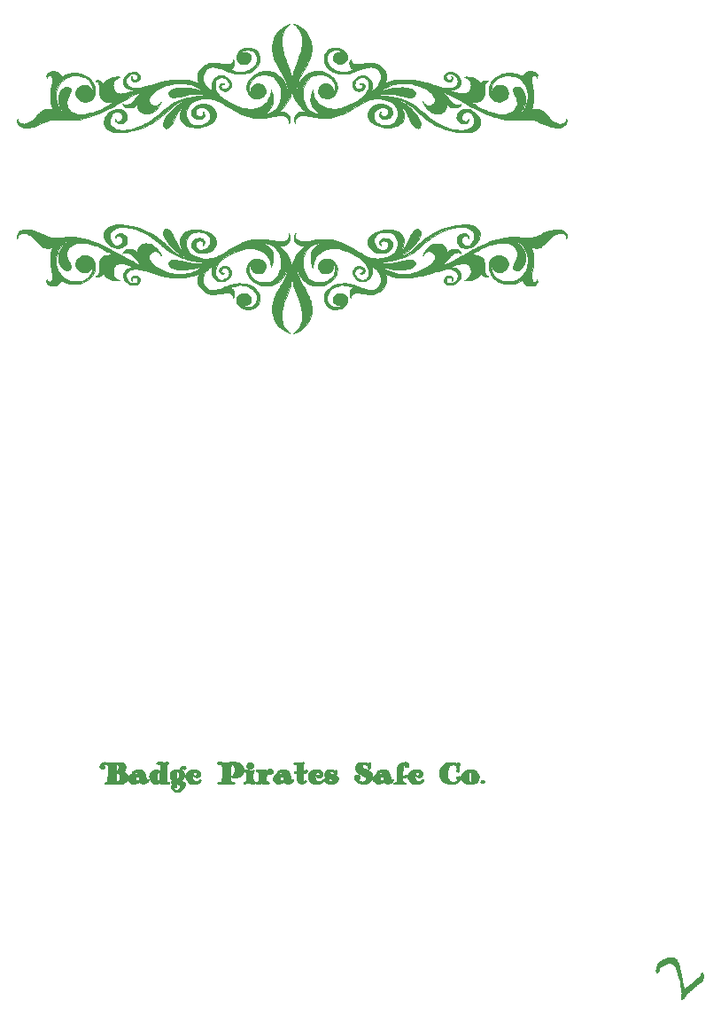
<source format=gbr>
%TF.GenerationSoftware,KiCad,Pcbnew,(6.0.7)*%
%TF.CreationDate,2022-09-02T14:13:33-05:00*%
%TF.ProjectId,BsidesKC-2022-Safe-Badge,42736964-6573-44b4-932d-323032322d53,0-c*%
%TF.SameCoordinates,Original*%
%TF.FileFunction,Legend,Top*%
%TF.FilePolarity,Positive*%
%FSLAX46Y46*%
G04 Gerber Fmt 4.6, Leading zero omitted, Abs format (unit mm)*
G04 Created by KiCad (PCBNEW (6.0.7)) date 2022-09-02 14:13:33*
%MOMM*%
%LPD*%
G01*
G04 APERTURE LIST*
%ADD10C,0.010000*%
G04 APERTURE END LIST*
%TO.C,G\u002A\u002A\u002A*%
G36*
X143893375Y-108118869D02*
G01*
X143991537Y-108131243D01*
X144035971Y-108138628D01*
X144219777Y-108160452D01*
X144394639Y-108158550D01*
X144404679Y-108157768D01*
X144491201Y-108151546D01*
X144544352Y-108150906D01*
X144572868Y-108157058D01*
X144585485Y-108171210D01*
X144588900Y-108183266D01*
X144582910Y-108223463D01*
X144558538Y-108281403D01*
X144539645Y-108314658D01*
X144509552Y-108367600D01*
X144488092Y-108420745D01*
X144474370Y-108481708D01*
X144467489Y-108558102D01*
X144466555Y-108657541D01*
X144470669Y-108787637D01*
X144474442Y-108868634D01*
X144489647Y-109175550D01*
X144589799Y-109239050D01*
X144659373Y-109291839D01*
X144689006Y-109337075D01*
X144690340Y-109347583D01*
X144685677Y-109386880D01*
X144666994Y-109413734D01*
X144628447Y-109429604D01*
X144564190Y-109435950D01*
X144468378Y-109434231D01*
X144367481Y-109428197D01*
X144227259Y-109419117D01*
X144117860Y-109413906D01*
X144027950Y-109412575D01*
X143946195Y-109415135D01*
X143861261Y-109421597D01*
X143791147Y-109428740D01*
X143715518Y-109434531D01*
X143656961Y-109434545D01*
X143627600Y-109428809D01*
X143627105Y-109428360D01*
X143611710Y-109386641D01*
X143618390Y-109333306D01*
X143644247Y-109290922D01*
X143644812Y-109290447D01*
X143686755Y-109269854D01*
X143748976Y-109253507D01*
X143765952Y-109250813D01*
X143820718Y-109240757D01*
X143848846Y-109221334D01*
X143863261Y-109179486D01*
X143869311Y-109146387D01*
X143875420Y-109091629D01*
X143881315Y-109005091D01*
X143886431Y-108897326D01*
X143890203Y-108778885D01*
X143891047Y-108739845D01*
X143892927Y-108608378D01*
X143891107Y-108512289D01*
X143882983Y-108444636D01*
X143865953Y-108398479D01*
X143837413Y-108366876D01*
X143794761Y-108342885D01*
X143735393Y-108319566D01*
X143733131Y-108318733D01*
X143670028Y-108288320D01*
X143640365Y-108253044D01*
X143635837Y-108235511D01*
X143637958Y-108195029D01*
X143663059Y-108165572D01*
X143718627Y-108140819D01*
X143764317Y-108127079D01*
X143821216Y-108117633D01*
X143893375Y-108118869D01*
G37*
D10*
X143893375Y-108118869D02*
X143991537Y-108131243D01*
X144035971Y-108138628D01*
X144219777Y-108160452D01*
X144394639Y-108158550D01*
X144404679Y-108157768D01*
X144491201Y-108151546D01*
X144544352Y-108150906D01*
X144572868Y-108157058D01*
X144585485Y-108171210D01*
X144588900Y-108183266D01*
X144582910Y-108223463D01*
X144558538Y-108281403D01*
X144539645Y-108314658D01*
X144509552Y-108367600D01*
X144488092Y-108420745D01*
X144474370Y-108481708D01*
X144467489Y-108558102D01*
X144466555Y-108657541D01*
X144470669Y-108787637D01*
X144474442Y-108868634D01*
X144489647Y-109175550D01*
X144589799Y-109239050D01*
X144659373Y-109291839D01*
X144689006Y-109337075D01*
X144690340Y-109347583D01*
X144685677Y-109386880D01*
X144666994Y-109413734D01*
X144628447Y-109429604D01*
X144564190Y-109435950D01*
X144468378Y-109434231D01*
X144367481Y-109428197D01*
X144227259Y-109419117D01*
X144117860Y-109413906D01*
X144027950Y-109412575D01*
X143946195Y-109415135D01*
X143861261Y-109421597D01*
X143791147Y-109428740D01*
X143715518Y-109434531D01*
X143656961Y-109434545D01*
X143627600Y-109428809D01*
X143627105Y-109428360D01*
X143611710Y-109386641D01*
X143618390Y-109333306D01*
X143644247Y-109290922D01*
X143644812Y-109290447D01*
X143686755Y-109269854D01*
X143748976Y-109253507D01*
X143765952Y-109250813D01*
X143820718Y-109240757D01*
X143848846Y-109221334D01*
X143863261Y-109179486D01*
X143869311Y-109146387D01*
X143875420Y-109091629D01*
X143881315Y-109005091D01*
X143886431Y-108897326D01*
X143890203Y-108778885D01*
X143891047Y-108739845D01*
X143892927Y-108608378D01*
X143891107Y-108512289D01*
X143882983Y-108444636D01*
X143865953Y-108398479D01*
X143837413Y-108366876D01*
X143794761Y-108342885D01*
X143735393Y-108319566D01*
X143733131Y-108318733D01*
X143670028Y-108288320D01*
X143640365Y-108253044D01*
X143635837Y-108235511D01*
X143637958Y-108195029D01*
X143663059Y-108165572D01*
X143718627Y-108140819D01*
X143764317Y-108127079D01*
X143821216Y-108117633D01*
X143893375Y-108118869D01*
G36*
X141358658Y-107372220D02*
G01*
X141464982Y-107387664D01*
X141554895Y-107406932D01*
X141642644Y-107424531D01*
X141742441Y-107433746D01*
X141860245Y-107434423D01*
X142002011Y-107426411D01*
X142173697Y-107409556D01*
X142362397Y-107386213D01*
X142548513Y-107372708D01*
X142739606Y-107378797D01*
X142924227Y-107403019D01*
X143090926Y-107443915D01*
X143219647Y-107495534D01*
X143349149Y-107584089D01*
X143448394Y-107701940D01*
X143517500Y-107849297D01*
X143556586Y-108026371D01*
X143564043Y-108109017D01*
X143564495Y-108274406D01*
X143543772Y-108411518D01*
X143500001Y-108529757D01*
X143469408Y-108583911D01*
X143414820Y-108654807D01*
X143345308Y-108712731D01*
X143252178Y-108763336D01*
X143126737Y-108812274D01*
X143108663Y-108818451D01*
X143030888Y-108843331D01*
X142967142Y-108858581D01*
X142903600Y-108865691D01*
X142826437Y-108866149D01*
X142721826Y-108861444D01*
X142713653Y-108860990D01*
X142589527Y-108851192D01*
X142502119Y-108836384D01*
X142445899Y-108814226D01*
X142415336Y-108782381D01*
X142404902Y-108738513D01*
X142404730Y-108730415D01*
X142416293Y-108693322D01*
X142457712Y-108673110D01*
X142470194Y-108670332D01*
X142547072Y-108634781D01*
X142616423Y-108564691D01*
X142671635Y-108467848D01*
X142693054Y-108407828D01*
X142710386Y-108319731D01*
X142719889Y-108209875D01*
X142721943Y-108089363D01*
X142716925Y-107969298D01*
X142705214Y-107860784D01*
X142687188Y-107774924D01*
X142670053Y-107732584D01*
X142607955Y-107658579D01*
X142532345Y-107624510D01*
X142477449Y-107623354D01*
X142448814Y-107628101D01*
X142425398Y-107637738D01*
X142406675Y-107656193D01*
X142392118Y-107687392D01*
X142381201Y-107735265D01*
X142373398Y-107803737D01*
X142368183Y-107896738D01*
X142365030Y-108018194D01*
X142363412Y-108172034D01*
X142362803Y-108362185D01*
X142362709Y-108479774D01*
X142362397Y-109223331D01*
X142420605Y-109245467D01*
X142475805Y-109263159D01*
X142550308Y-109283108D01*
X142589120Y-109292283D01*
X142670552Y-109319765D01*
X142713434Y-109355892D01*
X142716531Y-109398505D01*
X142678609Y-109445445D01*
X142677294Y-109446519D01*
X142651524Y-109464084D01*
X142620630Y-109474981D01*
X142575797Y-109480062D01*
X142508212Y-109480180D01*
X142409059Y-109476186D01*
X142383564Y-109474913D01*
X142256741Y-109467537D01*
X142117512Y-109457959D01*
X141987409Y-109447717D01*
X141928480Y-109442446D01*
X141784010Y-109433171D01*
X141654884Y-109436246D01*
X141515774Y-109452275D01*
X141515730Y-109452282D01*
X141376693Y-109470905D01*
X141272842Y-109479625D01*
X141198233Y-109478555D01*
X141146921Y-109467806D01*
X141129439Y-109459605D01*
X141100021Y-109421539D01*
X141094004Y-109369067D01*
X141113014Y-109323880D01*
X141118855Y-109318479D01*
X141152367Y-109306313D01*
X141214588Y-109294734D01*
X141290653Y-109286377D01*
X141349626Y-109282373D01*
X141397870Y-109277624D01*
X141436460Y-109268202D01*
X141466467Y-109250180D01*
X141488966Y-109219631D01*
X141505030Y-109172627D01*
X141515732Y-109105243D01*
X141522145Y-109013549D01*
X141525343Y-108893620D01*
X141526400Y-108741529D01*
X141526387Y-108553347D01*
X141526314Y-108424134D01*
X141526270Y-108224774D01*
X141525971Y-108063416D01*
X141525161Y-107935728D01*
X141523585Y-107837379D01*
X141520988Y-107764036D01*
X141517116Y-107711368D01*
X141511714Y-107675043D01*
X141504527Y-107650730D01*
X141495300Y-107634097D01*
X141483778Y-107620812D01*
X141478761Y-107615757D01*
X141447315Y-107590123D01*
X141409523Y-107576389D01*
X141352618Y-107571723D01*
X141284278Y-107572632D01*
X141175676Y-107568005D01*
X141105320Y-107546589D01*
X141073481Y-107508625D01*
X141080431Y-107454352D01*
X141104180Y-107412843D01*
X141129227Y-107386154D01*
X141164920Y-107371922D01*
X141223744Y-107366593D01*
X141268222Y-107366163D01*
X141358658Y-107372220D01*
G37*
X141358658Y-107372220D02*
X141464982Y-107387664D01*
X141554895Y-107406932D01*
X141642644Y-107424531D01*
X141742441Y-107433746D01*
X141860245Y-107434423D01*
X142002011Y-107426411D01*
X142173697Y-107409556D01*
X142362397Y-107386213D01*
X142548513Y-107372708D01*
X142739606Y-107378797D01*
X142924227Y-107403019D01*
X143090926Y-107443915D01*
X143219647Y-107495534D01*
X143349149Y-107584089D01*
X143448394Y-107701940D01*
X143517500Y-107849297D01*
X143556586Y-108026371D01*
X143564043Y-108109017D01*
X143564495Y-108274406D01*
X143543772Y-108411518D01*
X143500001Y-108529757D01*
X143469408Y-108583911D01*
X143414820Y-108654807D01*
X143345308Y-108712731D01*
X143252178Y-108763336D01*
X143126737Y-108812274D01*
X143108663Y-108818451D01*
X143030888Y-108843331D01*
X142967142Y-108858581D01*
X142903600Y-108865691D01*
X142826437Y-108866149D01*
X142721826Y-108861444D01*
X142713653Y-108860990D01*
X142589527Y-108851192D01*
X142502119Y-108836384D01*
X142445899Y-108814226D01*
X142415336Y-108782381D01*
X142404902Y-108738513D01*
X142404730Y-108730415D01*
X142416293Y-108693322D01*
X142457712Y-108673110D01*
X142470194Y-108670332D01*
X142547072Y-108634781D01*
X142616423Y-108564691D01*
X142671635Y-108467848D01*
X142693054Y-108407828D01*
X142710386Y-108319731D01*
X142719889Y-108209875D01*
X142721943Y-108089363D01*
X142716925Y-107969298D01*
X142705214Y-107860784D01*
X142687188Y-107774924D01*
X142670053Y-107732584D01*
X142607955Y-107658579D01*
X142532345Y-107624510D01*
X142477449Y-107623354D01*
X142448814Y-107628101D01*
X142425398Y-107637738D01*
X142406675Y-107656193D01*
X142392118Y-107687392D01*
X142381201Y-107735265D01*
X142373398Y-107803737D01*
X142368183Y-107896738D01*
X142365030Y-108018194D01*
X142363412Y-108172034D01*
X142362803Y-108362185D01*
X142362709Y-108479774D01*
X142362397Y-109223331D01*
X142420605Y-109245467D01*
X142475805Y-109263159D01*
X142550308Y-109283108D01*
X142589120Y-109292283D01*
X142670552Y-109319765D01*
X142713434Y-109355892D01*
X142716531Y-109398505D01*
X142678609Y-109445445D01*
X142677294Y-109446519D01*
X142651524Y-109464084D01*
X142620630Y-109474981D01*
X142575797Y-109480062D01*
X142508212Y-109480180D01*
X142409059Y-109476186D01*
X142383564Y-109474913D01*
X142256741Y-109467537D01*
X142117512Y-109457959D01*
X141987409Y-109447717D01*
X141928480Y-109442446D01*
X141784010Y-109433171D01*
X141654884Y-109436246D01*
X141515774Y-109452275D01*
X141515730Y-109452282D01*
X141376693Y-109470905D01*
X141272842Y-109479625D01*
X141198233Y-109478555D01*
X141146921Y-109467806D01*
X141129439Y-109459605D01*
X141100021Y-109421539D01*
X141094004Y-109369067D01*
X141113014Y-109323880D01*
X141118855Y-109318479D01*
X141152367Y-109306313D01*
X141214588Y-109294734D01*
X141290653Y-109286377D01*
X141349626Y-109282373D01*
X141397870Y-109277624D01*
X141436460Y-109268202D01*
X141466467Y-109250180D01*
X141488966Y-109219631D01*
X141505030Y-109172627D01*
X141515732Y-109105243D01*
X141522145Y-109013549D01*
X141525343Y-108893620D01*
X141526400Y-108741529D01*
X141526387Y-108553347D01*
X141526314Y-108424134D01*
X141526270Y-108224774D01*
X141525971Y-108063416D01*
X141525161Y-107935728D01*
X141523585Y-107837379D01*
X141520988Y-107764036D01*
X141517116Y-107711368D01*
X141511714Y-107675043D01*
X141504527Y-107650730D01*
X141495300Y-107634097D01*
X141483778Y-107620812D01*
X141478761Y-107615757D01*
X141447315Y-107590123D01*
X141409523Y-107576389D01*
X141352618Y-107571723D01*
X141284278Y-107572632D01*
X141175676Y-107568005D01*
X141105320Y-107546589D01*
X141073481Y-107508625D01*
X141080431Y-107454352D01*
X141104180Y-107412843D01*
X141129227Y-107386154D01*
X141164920Y-107371922D01*
X141223744Y-107366593D01*
X141268222Y-107366163D01*
X141358658Y-107372220D01*
G36*
X144275273Y-107436868D02*
G01*
X144369722Y-107472257D01*
X144453849Y-107544391D01*
X144457994Y-107549062D01*
X144502327Y-107615278D01*
X144519080Y-107687879D01*
X144509563Y-107777878D01*
X144492767Y-107841574D01*
X144448094Y-107929097D01*
X144374792Y-107987322D01*
X144271258Y-108017220D01*
X144194893Y-108021967D01*
X144088259Y-108013840D01*
X144017618Y-107989038D01*
X144012815Y-107985897D01*
X143930806Y-107907138D01*
X143885631Y-107813881D01*
X143877792Y-107713353D01*
X143907789Y-107612777D01*
X143976121Y-107519379D01*
X143980243Y-107515328D01*
X144041478Y-107466429D01*
X144107412Y-107441788D01*
X144160121Y-107434222D01*
X144275273Y-107436868D01*
G37*
X144275273Y-107436868D02*
X144369722Y-107472257D01*
X144453849Y-107544391D01*
X144457994Y-107549062D01*
X144502327Y-107615278D01*
X144519080Y-107687879D01*
X144509563Y-107777878D01*
X144492767Y-107841574D01*
X144448094Y-107929097D01*
X144374792Y-107987322D01*
X144271258Y-108017220D01*
X144194893Y-108021967D01*
X144088259Y-108013840D01*
X144017618Y-107989038D01*
X144012815Y-107985897D01*
X143930806Y-107907138D01*
X143885631Y-107813881D01*
X143877792Y-107713353D01*
X143907789Y-107612777D01*
X143976121Y-107519379D01*
X143980243Y-107515328D01*
X144041478Y-107466429D01*
X144107412Y-107441788D01*
X144160121Y-107434222D01*
X144275273Y-107436868D01*
G36*
X134578798Y-108729573D02*
G01*
X134582987Y-108642708D01*
X134583764Y-108638314D01*
X134624993Y-108511909D01*
X134695919Y-108391250D01*
X134788259Y-108286470D01*
X134893731Y-108207706D01*
X134960981Y-108176763D01*
X135078579Y-108149959D01*
X135217469Y-108139704D01*
X135360001Y-108145943D01*
X135488526Y-108168616D01*
X135521643Y-108178591D01*
X135584452Y-108197973D01*
X135629051Y-108208106D01*
X135643024Y-108207895D01*
X135645178Y-108184690D01*
X135644977Y-108127107D01*
X135642593Y-108043024D01*
X135638200Y-107940320D01*
X135636361Y-107904113D01*
X135620814Y-107609217D01*
X135514980Y-107592253D01*
X135408348Y-107574642D01*
X135336461Y-107560492D01*
X135292191Y-107547054D01*
X135268408Y-107531580D01*
X135257982Y-107511320D01*
X135254706Y-107491897D01*
X135258116Y-107452439D01*
X135286002Y-107422828D01*
X135326467Y-107400865D01*
X135435575Y-107365102D01*
X135560372Y-107349326D01*
X135682812Y-107354545D01*
X135771002Y-107376031D01*
X135830150Y-107393700D01*
X135897654Y-107402661D01*
X135981530Y-107402884D01*
X136089794Y-107394339D01*
X136230460Y-107376997D01*
X136250351Y-107374260D01*
X136335208Y-107371331D01*
X136387722Y-107392552D01*
X136411875Y-107440333D01*
X136414564Y-107473593D01*
X136406310Y-107517527D01*
X136375073Y-107552936D01*
X136329337Y-107582126D01*
X136269963Y-107625797D01*
X136232891Y-107672815D01*
X136228795Y-107683300D01*
X136225216Y-107716357D01*
X136221934Y-107786509D01*
X136219049Y-107888520D01*
X136216662Y-108017152D01*
X136214873Y-108167170D01*
X136213783Y-108333334D01*
X136213480Y-108481768D01*
X136213537Y-108678998D01*
X136213876Y-108838272D01*
X136214754Y-108963965D01*
X136216425Y-109060455D01*
X136219143Y-109132117D01*
X136223164Y-109183328D01*
X136228743Y-109218465D01*
X136236135Y-109241903D01*
X136245595Y-109258020D01*
X136257377Y-109271192D01*
X136259595Y-109273420D01*
X136296489Y-109303565D01*
X136331654Y-109306356D01*
X136370340Y-109292750D01*
X136438898Y-109275367D01*
X136481472Y-109291187D01*
X136498750Y-109340538D01*
X136499230Y-109354315D01*
X136482931Y-109417408D01*
X136446096Y-109452806D01*
X136416587Y-109468370D01*
X136380775Y-109476638D01*
X136329046Y-109478084D01*
X136251784Y-109473182D01*
X136176221Y-109466115D01*
X136067610Y-109458284D01*
X135958538Y-109455353D01*
X135866094Y-109457593D01*
X135832480Y-109460607D01*
X135730999Y-109466616D01*
X135665763Y-109453933D01*
X135634739Y-109421953D01*
X135631397Y-109400583D01*
X135627659Y-109367218D01*
X135611406Y-109354211D01*
X135575083Y-109361520D01*
X135511132Y-109389107D01*
X135488576Y-109399822D01*
X135344734Y-109453540D01*
X135208925Y-109470406D01*
X135070637Y-109451622D01*
X135059897Y-109448816D01*
X134912262Y-109392334D01*
X134789870Y-109311098D01*
X134698799Y-109209606D01*
X134670797Y-109160886D01*
X134636456Y-109070334D01*
X134608018Y-108958312D01*
X134588211Y-108841172D01*
X135265677Y-108841172D01*
X135270752Y-108938837D01*
X135281939Y-109015374D01*
X135289201Y-109039974D01*
X135333089Y-109114873D01*
X135389292Y-109154610D01*
X135450814Y-109157529D01*
X135510663Y-109121972D01*
X135531920Y-109097481D01*
X135554597Y-109044724D01*
X135572091Y-108961519D01*
X135583623Y-108859523D01*
X135588414Y-108750392D01*
X135585686Y-108645783D01*
X135574661Y-108557350D01*
X135569479Y-108535202D01*
X135532460Y-108451523D01*
X135480787Y-108402982D01*
X135421464Y-108390707D01*
X135361500Y-108415825D01*
X135307900Y-108479464D01*
X135301046Y-108492007D01*
X135284400Y-108547796D01*
X135272774Y-108633012D01*
X135266442Y-108735017D01*
X135265677Y-108841172D01*
X134588211Y-108841172D01*
X134587970Y-108839750D01*
X134578798Y-108729573D01*
G37*
X134578798Y-108729573D02*
X134582987Y-108642708D01*
X134583764Y-108638314D01*
X134624993Y-108511909D01*
X134695919Y-108391250D01*
X134788259Y-108286470D01*
X134893731Y-108207706D01*
X134960981Y-108176763D01*
X135078579Y-108149959D01*
X135217469Y-108139704D01*
X135360001Y-108145943D01*
X135488526Y-108168616D01*
X135521643Y-108178591D01*
X135584452Y-108197973D01*
X135629051Y-108208106D01*
X135643024Y-108207895D01*
X135645178Y-108184690D01*
X135644977Y-108127107D01*
X135642593Y-108043024D01*
X135638200Y-107940320D01*
X135636361Y-107904113D01*
X135620814Y-107609217D01*
X135514980Y-107592253D01*
X135408348Y-107574642D01*
X135336461Y-107560492D01*
X135292191Y-107547054D01*
X135268408Y-107531580D01*
X135257982Y-107511320D01*
X135254706Y-107491897D01*
X135258116Y-107452439D01*
X135286002Y-107422828D01*
X135326467Y-107400865D01*
X135435575Y-107365102D01*
X135560372Y-107349326D01*
X135682812Y-107354545D01*
X135771002Y-107376031D01*
X135830150Y-107393700D01*
X135897654Y-107402661D01*
X135981530Y-107402884D01*
X136089794Y-107394339D01*
X136230460Y-107376997D01*
X136250351Y-107374260D01*
X136335208Y-107371331D01*
X136387722Y-107392552D01*
X136411875Y-107440333D01*
X136414564Y-107473593D01*
X136406310Y-107517527D01*
X136375073Y-107552936D01*
X136329337Y-107582126D01*
X136269963Y-107625797D01*
X136232891Y-107672815D01*
X136228795Y-107683300D01*
X136225216Y-107716357D01*
X136221934Y-107786509D01*
X136219049Y-107888520D01*
X136216662Y-108017152D01*
X136214873Y-108167170D01*
X136213783Y-108333334D01*
X136213480Y-108481768D01*
X136213537Y-108678998D01*
X136213876Y-108838272D01*
X136214754Y-108963965D01*
X136216425Y-109060455D01*
X136219143Y-109132117D01*
X136223164Y-109183328D01*
X136228743Y-109218465D01*
X136236135Y-109241903D01*
X136245595Y-109258020D01*
X136257377Y-109271192D01*
X136259595Y-109273420D01*
X136296489Y-109303565D01*
X136331654Y-109306356D01*
X136370340Y-109292750D01*
X136438898Y-109275367D01*
X136481472Y-109291187D01*
X136498750Y-109340538D01*
X136499230Y-109354315D01*
X136482931Y-109417408D01*
X136446096Y-109452806D01*
X136416587Y-109468370D01*
X136380775Y-109476638D01*
X136329046Y-109478084D01*
X136251784Y-109473182D01*
X136176221Y-109466115D01*
X136067610Y-109458284D01*
X135958538Y-109455353D01*
X135866094Y-109457593D01*
X135832480Y-109460607D01*
X135730999Y-109466616D01*
X135665763Y-109453933D01*
X135634739Y-109421953D01*
X135631397Y-109400583D01*
X135627659Y-109367218D01*
X135611406Y-109354211D01*
X135575083Y-109361520D01*
X135511132Y-109389107D01*
X135488576Y-109399822D01*
X135344734Y-109453540D01*
X135208925Y-109470406D01*
X135070637Y-109451622D01*
X135059897Y-109448816D01*
X134912262Y-109392334D01*
X134789870Y-109311098D01*
X134698799Y-109209606D01*
X134670797Y-109160886D01*
X134636456Y-109070334D01*
X134608018Y-108958312D01*
X134588211Y-108841172D01*
X135265677Y-108841172D01*
X135270752Y-108938837D01*
X135281939Y-109015374D01*
X135289201Y-109039974D01*
X135333089Y-109114873D01*
X135389292Y-109154610D01*
X135450814Y-109157529D01*
X135510663Y-109121972D01*
X135531920Y-109097481D01*
X135554597Y-109044724D01*
X135572091Y-108961519D01*
X135583623Y-108859523D01*
X135588414Y-108750392D01*
X135585686Y-108645783D01*
X135574661Y-108557350D01*
X135569479Y-108535202D01*
X135532460Y-108451523D01*
X135480787Y-108402982D01*
X135421464Y-108390707D01*
X135361500Y-108415825D01*
X135307900Y-108479464D01*
X135301046Y-108492007D01*
X135284400Y-108547796D01*
X135272774Y-108633012D01*
X135266442Y-108735017D01*
X135265677Y-108841172D01*
X134588211Y-108841172D01*
X134587970Y-108839750D01*
X134578798Y-108729573D01*
G36*
X146224664Y-108059444D02*
G01*
X146312629Y-108104007D01*
X146375576Y-108170270D01*
X146409288Y-108251679D01*
X146409550Y-108341681D01*
X146372144Y-108433724D01*
X146369672Y-108437557D01*
X146316026Y-108490137D01*
X146236819Y-108519215D01*
X146127338Y-108526101D01*
X146065259Y-108522154D01*
X145917648Y-108508435D01*
X145826810Y-108599273D01*
X145757574Y-108683738D01*
X145713654Y-108777821D01*
X145691995Y-108891289D01*
X145689548Y-109033905D01*
X145689708Y-109037967D01*
X145696147Y-109196717D01*
X145825934Y-109239050D01*
X145931407Y-109278770D01*
X145996227Y-109316954D01*
X146021914Y-109355732D01*
X146009992Y-109397233D01*
X145968459Y-109438597D01*
X145898203Y-109470053D01*
X145793875Y-109480229D01*
X145654565Y-109469137D01*
X145517713Y-109445042D01*
X145442759Y-109431193D01*
X145375200Y-109423979D01*
X145302526Y-109423237D01*
X145212228Y-109428806D01*
X145099974Y-109439666D01*
X144975747Y-109451208D01*
X144887428Y-109454705D01*
X144829126Y-109448818D01*
X144794952Y-109432210D01*
X144779016Y-109403543D01*
X144775397Y-109365952D01*
X144782473Y-109336138D01*
X144809669Y-109312573D01*
X144865935Y-109288775D01*
X144895996Y-109278586D01*
X144966780Y-109252260D01*
X145007322Y-109226513D01*
X145028774Y-109193053D01*
X145034536Y-109175550D01*
X145045397Y-109115774D01*
X145054775Y-109025025D01*
X145062195Y-108914652D01*
X145067180Y-108796004D01*
X145069255Y-108680429D01*
X145067944Y-108579276D01*
X145062772Y-108503894D01*
X145062712Y-108503414D01*
X145047829Y-108384294D01*
X144947701Y-108351037D01*
X144844764Y-108308636D01*
X144779721Y-108263291D01*
X144753719Y-108216721D01*
X144767905Y-108170646D01*
X144805350Y-108137614D01*
X144841156Y-108119651D01*
X144883136Y-108114258D01*
X144945335Y-108120661D01*
X144986245Y-108127652D01*
X145177230Y-108148675D01*
X145355598Y-108141685D01*
X145468480Y-108119786D01*
X145570678Y-108101083D01*
X145646656Y-108107170D01*
X145691252Y-108136527D01*
X145698423Y-108169617D01*
X145698528Y-108228210D01*
X145695385Y-108265384D01*
X145683247Y-108371217D01*
X145745261Y-108275967D01*
X145826593Y-108167688D01*
X145908825Y-108096137D01*
X145999930Y-108056305D01*
X146107885Y-108043181D01*
X146115897Y-108043134D01*
X146224664Y-108059444D01*
G37*
X146224664Y-108059444D02*
X146312629Y-108104007D01*
X146375576Y-108170270D01*
X146409288Y-108251679D01*
X146409550Y-108341681D01*
X146372144Y-108433724D01*
X146369672Y-108437557D01*
X146316026Y-108490137D01*
X146236819Y-108519215D01*
X146127338Y-108526101D01*
X146065259Y-108522154D01*
X145917648Y-108508435D01*
X145826810Y-108599273D01*
X145757574Y-108683738D01*
X145713654Y-108777821D01*
X145691995Y-108891289D01*
X145689548Y-109033905D01*
X145689708Y-109037967D01*
X145696147Y-109196717D01*
X145825934Y-109239050D01*
X145931407Y-109278770D01*
X145996227Y-109316954D01*
X146021914Y-109355732D01*
X146009992Y-109397233D01*
X145968459Y-109438597D01*
X145898203Y-109470053D01*
X145793875Y-109480229D01*
X145654565Y-109469137D01*
X145517713Y-109445042D01*
X145442759Y-109431193D01*
X145375200Y-109423979D01*
X145302526Y-109423237D01*
X145212228Y-109428806D01*
X145099974Y-109439666D01*
X144975747Y-109451208D01*
X144887428Y-109454705D01*
X144829126Y-109448818D01*
X144794952Y-109432210D01*
X144779016Y-109403543D01*
X144775397Y-109365952D01*
X144782473Y-109336138D01*
X144809669Y-109312573D01*
X144865935Y-109288775D01*
X144895996Y-109278586D01*
X144966780Y-109252260D01*
X145007322Y-109226513D01*
X145028774Y-109193053D01*
X145034536Y-109175550D01*
X145045397Y-109115774D01*
X145054775Y-109025025D01*
X145062195Y-108914652D01*
X145067180Y-108796004D01*
X145069255Y-108680429D01*
X145067944Y-108579276D01*
X145062772Y-108503894D01*
X145062712Y-108503414D01*
X145047829Y-108384294D01*
X144947701Y-108351037D01*
X144844764Y-108308636D01*
X144779721Y-108263291D01*
X144753719Y-108216721D01*
X144767905Y-108170646D01*
X144805350Y-108137614D01*
X144841156Y-108119651D01*
X144883136Y-108114258D01*
X144945335Y-108120661D01*
X144986245Y-108127652D01*
X145177230Y-108148675D01*
X145355598Y-108141685D01*
X145468480Y-108119786D01*
X145570678Y-108101083D01*
X145646656Y-108107170D01*
X145691252Y-108136527D01*
X145698423Y-108169617D01*
X145698528Y-108228210D01*
X145695385Y-108265384D01*
X145683247Y-108371217D01*
X145745261Y-108275967D01*
X145826593Y-108167688D01*
X145908825Y-108096137D01*
X145999930Y-108056305D01*
X146107885Y-108043181D01*
X146115897Y-108043134D01*
X146224664Y-108059444D01*
G36*
X164404775Y-108631391D02*
G01*
X164465104Y-108497246D01*
X164560743Y-108378761D01*
X164686732Y-108278539D01*
X164838111Y-108199189D01*
X165009919Y-108143314D01*
X165197195Y-108113521D01*
X165393004Y-108112278D01*
X165572906Y-108143242D01*
X165732499Y-108210844D01*
X165874869Y-108316440D01*
X165889919Y-108330732D01*
X165973389Y-108423566D01*
X166029383Y-108517867D01*
X166062153Y-108624896D01*
X166075954Y-108755911D01*
X166077107Y-108826300D01*
X166066283Y-108991632D01*
X166033574Y-109126027D01*
X165976930Y-109235948D01*
X165928257Y-109295305D01*
X165836654Y-109365130D01*
X165712472Y-109421918D01*
X165563903Y-109464024D01*
X165399141Y-109489805D01*
X165226377Y-109497616D01*
X165053803Y-109485813D01*
X165010730Y-109479453D01*
X164899973Y-109451301D01*
X164779543Y-109405006D01*
X164666513Y-109348144D01*
X164577954Y-109288289D01*
X164575839Y-109286514D01*
X164485938Y-109184177D01*
X164421896Y-109056151D01*
X164386225Y-108912064D01*
X164385322Y-108883654D01*
X165116985Y-108883654D01*
X165118163Y-108996791D01*
X165124072Y-109081394D01*
X165135564Y-109144307D01*
X165153491Y-109192375D01*
X165178707Y-109232443D01*
X165182156Y-109236903D01*
X165216007Y-109277152D01*
X165240045Y-109289368D01*
X165270349Y-109279009D01*
X165284385Y-109271609D01*
X165318431Y-109244653D01*
X165343896Y-109201635D01*
X165361829Y-109137223D01*
X165373278Y-109046082D01*
X165379291Y-108922880D01*
X165380921Y-108780264D01*
X165380579Y-108653125D01*
X165378798Y-108560935D01*
X165374743Y-108496312D01*
X165367581Y-108451876D01*
X165356479Y-108420246D01*
X165340602Y-108394042D01*
X165336690Y-108388680D01*
X165282217Y-108335765D01*
X165229604Y-108323958D01*
X165181358Y-108353475D01*
X165165711Y-108373998D01*
X165149737Y-108405642D01*
X165138127Y-108449178D01*
X165129924Y-108512100D01*
X165124175Y-108601900D01*
X165119924Y-108726071D01*
X165119686Y-108735137D01*
X165116985Y-108883654D01*
X164385322Y-108883654D01*
X164381439Y-108761540D01*
X164404775Y-108631391D01*
G37*
X164404775Y-108631391D02*
X164465104Y-108497246D01*
X164560743Y-108378761D01*
X164686732Y-108278539D01*
X164838111Y-108199189D01*
X165009919Y-108143314D01*
X165197195Y-108113521D01*
X165393004Y-108112278D01*
X165572906Y-108143242D01*
X165732499Y-108210844D01*
X165874869Y-108316440D01*
X165889919Y-108330732D01*
X165973389Y-108423566D01*
X166029383Y-108517867D01*
X166062153Y-108624896D01*
X166075954Y-108755911D01*
X166077107Y-108826300D01*
X166066283Y-108991632D01*
X166033574Y-109126027D01*
X165976930Y-109235948D01*
X165928257Y-109295305D01*
X165836654Y-109365130D01*
X165712472Y-109421918D01*
X165563903Y-109464024D01*
X165399141Y-109489805D01*
X165226377Y-109497616D01*
X165053803Y-109485813D01*
X165010730Y-109479453D01*
X164899973Y-109451301D01*
X164779543Y-109405006D01*
X164666513Y-109348144D01*
X164577954Y-109288289D01*
X164575839Y-109286514D01*
X164485938Y-109184177D01*
X164421896Y-109056151D01*
X164386225Y-108912064D01*
X164385322Y-108883654D01*
X165116985Y-108883654D01*
X165118163Y-108996791D01*
X165124072Y-109081394D01*
X165135564Y-109144307D01*
X165153491Y-109192375D01*
X165178707Y-109232443D01*
X165182156Y-109236903D01*
X165216007Y-109277152D01*
X165240045Y-109289368D01*
X165270349Y-109279009D01*
X165284385Y-109271609D01*
X165318431Y-109244653D01*
X165343896Y-109201635D01*
X165361829Y-109137223D01*
X165373278Y-109046082D01*
X165379291Y-108922880D01*
X165380921Y-108780264D01*
X165380579Y-108653125D01*
X165378798Y-108560935D01*
X165374743Y-108496312D01*
X165367581Y-108451876D01*
X165356479Y-108420246D01*
X165340602Y-108394042D01*
X165336690Y-108388680D01*
X165282217Y-108335765D01*
X165229604Y-108323958D01*
X165181358Y-108353475D01*
X165165711Y-108373998D01*
X165149737Y-108405642D01*
X165138127Y-108449178D01*
X165129924Y-108512100D01*
X165124175Y-108601900D01*
X165119924Y-108726071D01*
X165119686Y-108735137D01*
X165116985Y-108883654D01*
X164385322Y-108883654D01*
X164381439Y-108761540D01*
X164404775Y-108631391D01*
G36*
X155151130Y-59666119D02*
G01*
X154976171Y-59498205D01*
X154763779Y-59325216D01*
X154731386Y-59300733D01*
X154511617Y-59144111D01*
X154292896Y-59006017D01*
X154062875Y-58879401D01*
X153809201Y-58757214D01*
X153675980Y-58698314D01*
X153382754Y-58576661D01*
X153118952Y-58478452D01*
X152879291Y-58402888D01*
X152658491Y-58349170D01*
X152451270Y-58316500D01*
X152252346Y-58304079D01*
X152056438Y-58311108D01*
X151858265Y-58336788D01*
X151652546Y-58380321D01*
X151622814Y-58387802D01*
X151469889Y-58436275D01*
X151301632Y-58504991D01*
X151134536Y-58586279D01*
X150985090Y-58672466D01*
X150926922Y-58711567D01*
X150804495Y-58810089D01*
X150681116Y-58928961D01*
X150567598Y-59056489D01*
X150474754Y-59180981D01*
X150439089Y-59239102D01*
X150349000Y-59421214D01*
X150288349Y-59598025D01*
X150252402Y-59785950D01*
X150239492Y-59931300D01*
X150225814Y-60174717D01*
X150158016Y-60014534D01*
X150090698Y-59844417D01*
X150043699Y-59695446D01*
X150014011Y-59553439D01*
X149998627Y-59404215D01*
X149994522Y-59243384D01*
X149995543Y-59123341D01*
X149999500Y-59033439D01*
X150008002Y-58961508D01*
X150022657Y-58895377D01*
X150045075Y-58822875D01*
X150053270Y-58798884D01*
X150157814Y-58558430D01*
X150296317Y-58343009D01*
X150424205Y-58196280D01*
X150549212Y-58080936D01*
X150669836Y-57996149D01*
X150799488Y-57934062D01*
X150951577Y-57886816D01*
X150953024Y-57886451D01*
X151129902Y-57841852D01*
X151026943Y-57828194D01*
X150938165Y-57824214D01*
X150821432Y-57830064D01*
X150689610Y-57844362D01*
X150555566Y-57865729D01*
X150437480Y-57891421D01*
X150234238Y-57964554D01*
X150041613Y-58076176D01*
X149862278Y-58223198D01*
X149698901Y-58402529D01*
X149554155Y-58611078D01*
X149430708Y-58845754D01*
X149331232Y-59103467D01*
X149299961Y-59207920D01*
X149282279Y-59279096D01*
X149269687Y-59350522D01*
X149261344Y-59431658D01*
X149256412Y-59531961D01*
X149254051Y-59660892D01*
X149253606Y-59730217D01*
X149256078Y-59919422D01*
X149266752Y-60078141D01*
X149287982Y-60217814D01*
X149322121Y-60349883D01*
X149371523Y-60485787D01*
X149438542Y-60636968D01*
X149441378Y-60642979D01*
X149569216Y-60883849D01*
X149707171Y-61085091D01*
X149857531Y-61248680D01*
X150022580Y-61376592D01*
X150204605Y-61470800D01*
X150405891Y-61533279D01*
X150490782Y-61549582D01*
X150762914Y-61579368D01*
X151014489Y-61575621D01*
X151252234Y-61537176D01*
X151482878Y-61462867D01*
X151713149Y-61351530D01*
X151747543Y-61331872D01*
X151930017Y-61201784D01*
X152082840Y-61041660D01*
X152205170Y-60852483D01*
X152260371Y-60733409D01*
X152314678Y-60557522D01*
X152337177Y-60381352D01*
X152328815Y-60211441D01*
X152290535Y-60054331D01*
X152223284Y-59916565D01*
X152128006Y-59804685D01*
X152125920Y-59802843D01*
X152070009Y-59757659D01*
X152041052Y-59744937D01*
X152038094Y-59765306D01*
X152060177Y-59819399D01*
X152070192Y-59839637D01*
X152106535Y-59948551D01*
X152120684Y-60078124D01*
X152112089Y-60212632D01*
X152086891Y-60317939D01*
X152040372Y-60412639D01*
X151969612Y-60508999D01*
X151886697Y-60592804D01*
X151805444Y-60648978D01*
X151644546Y-60707232D01*
X151470846Y-60730401D01*
X151295512Y-60718293D01*
X151129712Y-60670714D01*
X151107449Y-60661007D01*
X150962529Y-60575215D01*
X150852602Y-60465866D01*
X150777081Y-60332090D01*
X150735380Y-60173017D01*
X150727780Y-60097953D01*
X150735484Y-59919044D01*
X150780545Y-59759580D01*
X150862010Y-59620988D01*
X150978930Y-59504692D01*
X151130353Y-59412116D01*
X151206998Y-59379517D01*
X151406346Y-59324654D01*
X151602581Y-59312000D01*
X151795959Y-59341568D01*
X151986279Y-59413146D01*
X152124626Y-59496973D01*
X152242420Y-59605302D01*
X152346195Y-59744912D01*
X152405249Y-59848035D01*
X152476371Y-60000734D01*
X152520050Y-60141214D01*
X152540473Y-60285392D01*
X152543312Y-60372745D01*
X152523007Y-60584011D01*
X152463409Y-60790549D01*
X152367526Y-60989334D01*
X152238365Y-61177336D01*
X152078932Y-61351530D01*
X151892234Y-61508888D01*
X151681279Y-61646383D01*
X151449072Y-61760988D01*
X151198622Y-61849675D01*
X151036025Y-61890207D01*
X150911137Y-61908386D01*
X150759591Y-61918099D01*
X150596199Y-61919391D01*
X150435772Y-61912310D01*
X150293121Y-61896902D01*
X150240796Y-61887700D01*
X149974625Y-61812371D01*
X149725569Y-61699601D01*
X149496065Y-61551656D01*
X149288550Y-61370802D01*
X149105460Y-61159307D01*
X148949233Y-60919435D01*
X148822306Y-60653454D01*
X148774951Y-60524517D01*
X148735899Y-60389266D01*
X148700502Y-60232475D01*
X148671766Y-60070514D01*
X148652696Y-59919758D01*
X148646587Y-59825467D01*
X148644029Y-59730217D01*
X148626516Y-59814884D01*
X148612371Y-59927199D01*
X148608746Y-60065982D01*
X148615360Y-60216767D01*
X148631936Y-60365087D01*
X148637815Y-60401296D01*
X148668153Y-60547163D01*
X148709895Y-60698130D01*
X148764829Y-60858310D01*
X148834743Y-61031816D01*
X148921423Y-61222760D01*
X149026656Y-61435255D01*
X149152231Y-61673414D01*
X149299933Y-61941350D01*
X149331416Y-61997329D01*
X149486021Y-62274541D01*
X149618970Y-62520544D01*
X149731786Y-62739550D01*
X149825998Y-62935771D01*
X149903130Y-63113418D01*
X149964709Y-63276705D01*
X150012260Y-63429842D01*
X150047309Y-63577043D01*
X150071382Y-63722518D01*
X150086005Y-63870481D01*
X150092704Y-64025142D01*
X150093548Y-64101134D01*
X150074995Y-64430458D01*
X150018141Y-64744430D01*
X149923725Y-65041298D01*
X149792488Y-65319308D01*
X149625168Y-65576707D01*
X149422505Y-65811742D01*
X149337297Y-65893984D01*
X149214349Y-65997130D01*
X149073565Y-66099025D01*
X148923343Y-66194886D01*
X148772081Y-66279925D01*
X148628177Y-66349358D01*
X148500029Y-66398398D01*
X148414770Y-66419689D01*
X148341980Y-66431618D01*
X148426647Y-66385134D01*
X148518869Y-66320932D01*
X148622311Y-66226245D01*
X148730300Y-66108953D01*
X148836165Y-65976937D01*
X148933232Y-65838078D01*
X149014831Y-65700257D01*
X149028101Y-65674710D01*
X149106273Y-65480495D01*
X149160836Y-65256312D01*
X149191554Y-65007491D01*
X149198192Y-64739359D01*
X149180515Y-64457245D01*
X149138287Y-64166477D01*
X149102297Y-63995300D01*
X149077750Y-63894732D01*
X149051239Y-63795443D01*
X149020997Y-63692179D01*
X148985260Y-63579687D01*
X148942262Y-63452714D01*
X148890236Y-63306008D01*
X148827418Y-63134315D01*
X148752041Y-62932383D01*
X148687734Y-62761968D01*
X148588934Y-62497607D01*
X148505710Y-62266444D01*
X148436618Y-62062916D01*
X148380216Y-61881460D01*
X148335057Y-61716513D01*
X148299700Y-61562511D01*
X148272699Y-61413891D01*
X148252612Y-61265090D01*
X148237994Y-61110546D01*
X148230494Y-61000217D01*
X148214169Y-60725050D01*
X148187006Y-61042550D01*
X148173758Y-61176991D01*
X148156918Y-61318010D01*
X148138505Y-61450148D01*
X148120540Y-61557944D01*
X148117878Y-61571717D01*
X148088216Y-61697494D01*
X148042168Y-61859407D01*
X147980581Y-62054923D01*
X147904300Y-62281512D01*
X147814172Y-62536642D01*
X147711043Y-62817781D01*
X147626199Y-63042800D01*
X147529096Y-63303471D01*
X147448818Y-63533040D01*
X147383498Y-63738389D01*
X147331270Y-63926402D01*
X147290268Y-64103959D01*
X147258625Y-64277943D01*
X147234473Y-64455236D01*
X147228522Y-64509033D01*
X147215568Y-64731476D01*
X147221440Y-64959461D01*
X147244893Y-65182299D01*
X147284684Y-65389304D01*
X147339570Y-65569789D01*
X147356974Y-65612957D01*
X147420731Y-65737539D01*
X147507520Y-65873433D01*
X147609819Y-66011363D01*
X147720106Y-66142053D01*
X147830859Y-66256226D01*
X147934555Y-66344608D01*
X147970416Y-66369419D01*
X148021821Y-66405450D01*
X148034958Y-66423486D01*
X148009883Y-66423512D01*
X147946652Y-66405512D01*
X147897480Y-66388585D01*
X147634567Y-66274300D01*
X147381151Y-66124677D01*
X147144936Y-65945593D01*
X146933625Y-65742929D01*
X146754922Y-65522562D01*
X146746008Y-65509779D01*
X146583667Y-65238631D01*
X146460593Y-64951694D01*
X146376811Y-64649055D01*
X146332344Y-64330800D01*
X146327215Y-63997018D01*
X146327765Y-63984717D01*
X146339528Y-63817163D01*
X146359854Y-63656987D01*
X146390493Y-63499488D01*
X146433196Y-63339966D01*
X146489713Y-63173720D01*
X146561794Y-62996050D01*
X146651190Y-62802256D01*
X146759651Y-62587637D01*
X146888927Y-62347493D01*
X147033260Y-62090300D01*
X147175444Y-61838254D01*
X147296895Y-61617188D01*
X147399768Y-61422474D01*
X147486220Y-61249480D01*
X147558408Y-61093576D01*
X147618487Y-60950133D01*
X147668614Y-60814520D01*
X147710945Y-60682106D01*
X147743008Y-60566300D01*
X147772894Y-60443250D01*
X147791698Y-60341160D01*
X147801745Y-60241525D01*
X147805361Y-60125840D01*
X147805524Y-60068884D01*
X147803611Y-59939398D01*
X147798965Y-59840257D01*
X147792263Y-59773270D01*
X147784181Y-59740246D01*
X147775396Y-59742995D01*
X147766585Y-59783327D01*
X147758424Y-59863050D01*
X147754080Y-59931300D01*
X147719294Y-60227231D01*
X147648619Y-60509875D01*
X147544351Y-60776017D01*
X147408784Y-61022438D01*
X147244212Y-61245922D01*
X147052932Y-61443252D01*
X146837238Y-61611211D01*
X146599424Y-61746581D01*
X146401896Y-61826851D01*
X146189667Y-61881940D01*
X145955602Y-61913107D01*
X145712962Y-61920104D01*
X145475006Y-61902684D01*
X145254995Y-61860597D01*
X145213931Y-61849084D01*
X144947183Y-61751152D01*
X144701172Y-61623663D01*
X144479323Y-61469664D01*
X144285061Y-61292206D01*
X144121811Y-61094339D01*
X143992996Y-60879111D01*
X143915967Y-60693300D01*
X143886772Y-60563507D01*
X143875257Y-60411700D01*
X143881211Y-60254229D01*
X143904421Y-60107445D01*
X143924486Y-60037134D01*
X144001965Y-59860333D01*
X144104163Y-59698913D01*
X144225025Y-59560195D01*
X144358498Y-59451499D01*
X144452205Y-59399004D01*
X144641386Y-59334834D01*
X144836131Y-59311757D01*
X145032069Y-59329711D01*
X145224830Y-59388639D01*
X145272814Y-59410150D01*
X145430724Y-59503719D01*
X145550874Y-59615873D01*
X145634191Y-59748019D01*
X145681607Y-59901562D01*
X145694370Y-60047717D01*
X145691837Y-60147634D01*
X145680908Y-60223730D01*
X145658126Y-60294228D01*
X145639505Y-60336756D01*
X145553319Y-60479568D01*
X145442390Y-60589027D01*
X145305642Y-60665762D01*
X145141998Y-60710399D01*
X144975978Y-60723620D01*
X144880400Y-60723019D01*
X144811367Y-60717255D01*
X144753128Y-60702950D01*
X144689934Y-60676723D01*
X144637312Y-60650967D01*
X144520844Y-60581813D01*
X144437842Y-60506450D01*
X144421038Y-60485519D01*
X144346805Y-60355636D01*
X144303919Y-60211328D01*
X144293310Y-60062678D01*
X144315913Y-59919766D01*
X144359069Y-59815381D01*
X144386172Y-59759777D01*
X144387241Y-59737037D01*
X144362774Y-59747035D01*
X144313267Y-59789644D01*
X144263150Y-59839666D01*
X144170792Y-59964357D01*
X144111216Y-60109014D01*
X144083312Y-60268233D01*
X144085972Y-60436611D01*
X144118088Y-60608743D01*
X144178551Y-60779227D01*
X144266253Y-60942658D01*
X144380086Y-61093632D01*
X144518940Y-61226747D01*
X144553147Y-61253407D01*
X144709420Y-61354470D01*
X144891434Y-61445612D01*
X145082633Y-61518601D01*
X145093808Y-61522152D01*
X145162904Y-61542171D01*
X145227569Y-61555975D01*
X145298188Y-61564621D01*
X145385141Y-61569169D01*
X145498813Y-61570678D01*
X145569147Y-61570623D01*
X145788981Y-61563578D01*
X145975397Y-61542499D01*
X146135673Y-61504997D01*
X146277092Y-61448684D01*
X146406934Y-61371173D01*
X146532478Y-61270075D01*
X146558408Y-61246162D01*
X146720084Y-61068404D01*
X146864579Y-60857766D01*
X146987713Y-60621653D01*
X147085308Y-60367472D01*
X147118728Y-60253157D01*
X147142315Y-60157073D01*
X147158148Y-60070972D01*
X147167688Y-59981525D01*
X147172396Y-59875403D01*
X147173716Y-59751384D01*
X147170360Y-59572390D01*
X147157813Y-59420118D01*
X147133498Y-59279475D01*
X147094838Y-59135368D01*
X147042054Y-58980355D01*
X146945131Y-58756837D01*
X146824503Y-58547705D01*
X146684851Y-58358623D01*
X146530857Y-58195259D01*
X146367204Y-58063279D01*
X146210150Y-57973536D01*
X146074880Y-57922116D01*
X145918178Y-57879172D01*
X145752997Y-57846954D01*
X145592292Y-57827708D01*
X145449017Y-57823683D01*
X145378647Y-57829257D01*
X145272814Y-57843556D01*
X145410220Y-57871827D01*
X145609193Y-57934040D01*
X145796697Y-58035129D01*
X145968884Y-58172329D01*
X146121906Y-58342873D01*
X146180724Y-58425572D01*
X146287085Y-58606016D01*
X146360897Y-58781515D01*
X146405141Y-58963210D01*
X146422798Y-59162241D01*
X146420731Y-59322374D01*
X146408002Y-59490639D01*
X146384257Y-59639553D01*
X146345638Y-59787422D01*
X146288287Y-59952553D01*
X146287519Y-59954585D01*
X146248187Y-60054493D01*
X146219897Y-60114299D01*
X146200850Y-60134240D01*
X146189246Y-60114552D01*
X146183287Y-60055472D01*
X146181262Y-59968576D01*
X146158810Y-59724927D01*
X146097372Y-59492766D01*
X145999289Y-59274400D01*
X145866900Y-59072133D01*
X145702545Y-58888272D01*
X145508565Y-58725123D01*
X145287299Y-58584991D01*
X145041086Y-58470183D01*
X144772268Y-58383004D01*
X144519557Y-58331078D01*
X144306176Y-58309620D01*
X144086652Y-58310723D01*
X143857256Y-58335258D01*
X143614257Y-58384099D01*
X143353924Y-58458118D01*
X143072526Y-58558187D01*
X142766334Y-58685179D01*
X142516249Y-58799526D01*
X142254046Y-58934471D01*
X141993873Y-59088943D01*
X141745969Y-59256090D01*
X141520574Y-59429060D01*
X141349272Y-59580367D01*
X141181494Y-59762228D01*
X141046897Y-59953806D01*
X140946573Y-60151409D01*
X140881617Y-60351346D01*
X140853123Y-60549925D01*
X140862186Y-60743455D01*
X140909899Y-60928245D01*
X140933160Y-60984165D01*
X141018232Y-61126410D01*
X141125316Y-61234725D01*
X141250113Y-61308349D01*
X141388328Y-61346519D01*
X141535664Y-61348472D01*
X141687824Y-61313445D01*
X141840511Y-61240676D01*
X141948485Y-61164382D01*
X142063175Y-61050582D01*
X142146214Y-60924284D01*
X142196490Y-60791298D01*
X142212888Y-60657435D01*
X142194293Y-60528506D01*
X142139593Y-60410322D01*
X142102396Y-60361616D01*
X142005312Y-60277817D01*
X141894540Y-60226112D01*
X141778141Y-60206887D01*
X141664175Y-60220529D01*
X141560704Y-60267423D01*
X141488284Y-60332213D01*
X141441368Y-60413478D01*
X141431782Y-60495963D01*
X141459739Y-60571256D01*
X141481547Y-60597541D01*
X141529488Y-60631892D01*
X141593577Y-60661670D01*
X141659031Y-60681782D01*
X141711068Y-60687134D01*
X141727885Y-60682415D01*
X141747061Y-60683989D01*
X141748564Y-60691056D01*
X141729839Y-60709762D01*
X141682741Y-60729635D01*
X141620881Y-60746426D01*
X141557869Y-60755889D01*
X141538288Y-60756682D01*
X141464193Y-60741982D01*
X141383116Y-60704176D01*
X141312788Y-60653148D01*
X141277143Y-60611109D01*
X141246198Y-60519996D01*
X141246994Y-60416217D01*
X141276593Y-60311389D01*
X141332057Y-60217126D01*
X141391718Y-60158152D01*
X141501655Y-60089392D01*
X141620016Y-60047418D01*
X141758973Y-60028607D01*
X141833230Y-60026733D01*
X141943737Y-60030358D01*
X142022532Y-60041987D01*
X142079739Y-60063143D01*
X142081603Y-60064145D01*
X142187721Y-60141435D01*
X142283318Y-60247571D01*
X142356309Y-60369098D01*
X142357201Y-60371038D01*
X142397967Y-60509376D01*
X142401602Y-60659007D01*
X142369724Y-60814170D01*
X142303951Y-60969108D01*
X142205901Y-61118062D01*
X142120357Y-61214256D01*
X142007521Y-61316239D01*
X141897887Y-61388863D01*
X141776409Y-61440966D01*
X141691845Y-61465984D01*
X141506788Y-61493721D01*
X141320753Y-61483499D01*
X141141242Y-61437438D01*
X140975754Y-61357657D01*
X140831787Y-61246277D01*
X140800241Y-61213964D01*
X140698853Y-61081583D01*
X140626689Y-60933550D01*
X140581743Y-60763816D01*
X140562004Y-60566332D01*
X140560679Y-60492217D01*
X140562907Y-60389218D01*
X140568931Y-60290720D01*
X140577666Y-60211933D01*
X140582570Y-60185300D01*
X140595971Y-60122175D01*
X140604043Y-60074574D01*
X140605046Y-60063502D01*
X140590027Y-60060066D01*
X140548619Y-60078842D01*
X140487234Y-60115278D01*
X140412284Y-60164824D01*
X140330180Y-60222930D01*
X140247334Y-60285045D01*
X140170159Y-60346618D01*
X140105065Y-60403099D01*
X140058465Y-60449936D01*
X140055230Y-60453723D01*
X139912852Y-60649389D01*
X139800809Y-60858265D01*
X139722788Y-61072283D01*
X139684455Y-61264800D01*
X139684621Y-61439615D01*
X139721880Y-61614688D01*
X139791823Y-61783544D01*
X139890043Y-61939712D01*
X140012132Y-62076715D01*
X140153684Y-62188081D01*
X140310290Y-62267337D01*
X140382678Y-62290329D01*
X140507840Y-62314452D01*
X140642069Y-62322789D01*
X140789213Y-62314554D01*
X140953118Y-62288960D01*
X141137631Y-62245220D01*
X141346598Y-62182548D01*
X141583867Y-62100157D01*
X141853283Y-61997259D01*
X141893205Y-61981404D01*
X142127705Y-61890569D01*
X142332570Y-61817901D01*
X142515590Y-61761777D01*
X142684553Y-61720574D01*
X142847247Y-61692667D01*
X143011460Y-61676434D01*
X143184981Y-61670249D01*
X143375027Y-61672474D01*
X143574074Y-61681848D01*
X143742302Y-61698883D01*
X143890910Y-61726075D01*
X144031097Y-61765922D01*
X144174062Y-61820920D01*
X144300786Y-61878866D01*
X144489145Y-61987601D01*
X144664366Y-62123430D01*
X144820220Y-62279576D01*
X144950479Y-62449261D01*
X145048913Y-62625706D01*
X145092875Y-62740795D01*
X145120771Y-62871277D01*
X145133876Y-63022868D01*
X145131811Y-63177334D01*
X145114195Y-63316439D01*
X145105640Y-63353131D01*
X145030842Y-63560368D01*
X144924780Y-63742044D01*
X144789919Y-63895504D01*
X144628722Y-64018094D01*
X144443653Y-64107159D01*
X144388814Y-64125448D01*
X144216146Y-64158516D01*
X144023786Y-64161311D01*
X143820462Y-64134932D01*
X143614904Y-64080479D01*
X143426282Y-64004123D01*
X143261590Y-63905886D01*
X143125436Y-63785603D01*
X143020162Y-63647889D01*
X142948110Y-63497360D01*
X142911620Y-63338630D01*
X142913035Y-63176315D01*
X142942095Y-63049774D01*
X143006531Y-62920020D01*
X143104719Y-62805230D01*
X143229138Y-62710954D01*
X143372268Y-62642741D01*
X143526586Y-62606143D01*
X143546051Y-62604089D01*
X143705294Y-62607045D01*
X143854933Y-62642476D01*
X143990438Y-62706007D01*
X144107283Y-62793266D01*
X144200937Y-62899879D01*
X144266874Y-63021473D01*
X144300564Y-63153675D01*
X144297479Y-63292112D01*
X144291239Y-63323739D01*
X144239533Y-63462124D01*
X144155920Y-63574535D01*
X144043257Y-63659161D01*
X143904397Y-63714187D01*
X143742195Y-63737802D01*
X143641004Y-63736553D01*
X143475485Y-63708487D01*
X143333354Y-63648530D01*
X143217805Y-63559128D01*
X143132031Y-63442727D01*
X143080555Y-63307384D01*
X143065230Y-63243884D01*
X143063063Y-63309294D01*
X143074009Y-63375309D01*
X143105702Y-63459854D01*
X143151239Y-63549407D01*
X143203714Y-63630445D01*
X143256222Y-63689446D01*
X143257917Y-63690895D01*
X143349066Y-63753517D01*
X143468893Y-63815179D01*
X143604017Y-63870091D01*
X143741060Y-63912465D01*
X143802062Y-63926350D01*
X143999530Y-63946918D01*
X144186153Y-63930938D01*
X144358000Y-63881023D01*
X144511143Y-63799785D01*
X144641654Y-63689837D01*
X144745602Y-63553794D01*
X144819059Y-63394266D01*
X144856838Y-63224887D01*
X144862025Y-63014692D01*
X144826911Y-62813929D01*
X144752867Y-62624572D01*
X144641264Y-62448595D01*
X144493473Y-62287971D01*
X144310863Y-62144672D01*
X144094807Y-62020674D01*
X143986213Y-61971351D01*
X143744346Y-61888820D01*
X143497663Y-61843755D01*
X143242733Y-61836147D01*
X142976125Y-61865986D01*
X142694409Y-61933261D01*
X142587212Y-61967117D01*
X142469187Y-62006385D01*
X142387388Y-62034539D01*
X142338321Y-62055102D01*
X142318490Y-62071600D01*
X142324400Y-62087556D01*
X142352558Y-62106496D01*
X142399466Y-62131944D01*
X142415219Y-62140568D01*
X142490174Y-62186802D01*
X142543090Y-62234929D01*
X142588911Y-62300177D01*
X142612570Y-62341678D01*
X142671975Y-62483604D01*
X142700326Y-62630466D01*
X142697307Y-62772979D01*
X142662607Y-62901863D01*
X142633378Y-62958134D01*
X142586983Y-63032217D01*
X142571131Y-62927735D01*
X142532834Y-62807681D01*
X142459430Y-62708968D01*
X142354167Y-62635020D01*
X142259053Y-62598640D01*
X142168004Y-62583495D01*
X142043274Y-62577700D01*
X141892404Y-62580970D01*
X141722934Y-62593018D01*
X141542407Y-62613560D01*
X141431064Y-62629981D01*
X141234501Y-62661074D01*
X141073662Y-62685101D01*
X140942602Y-62702475D01*
X140835377Y-62713612D01*
X140746042Y-62718926D01*
X140668654Y-62718830D01*
X140597268Y-62713739D01*
X140525940Y-62704066D01*
X140480518Y-62696203D01*
X140223904Y-62630849D01*
X139987297Y-62533696D01*
X139773990Y-62407293D01*
X139587275Y-62254194D01*
X139430446Y-62076949D01*
X139306794Y-61878111D01*
X139246185Y-61739614D01*
X139225282Y-61675677D01*
X139211464Y-61610668D01*
X139203358Y-61533273D01*
X139199589Y-61432180D01*
X139198818Y-61349467D01*
X139199554Y-61230461D01*
X139203633Y-61141677D01*
X139212576Y-61071044D01*
X139227907Y-61006490D01*
X139250907Y-60936619D01*
X139303814Y-60788355D01*
X139007480Y-60888233D01*
X138648060Y-60993547D01*
X138278877Y-61069910D01*
X137897744Y-61117180D01*
X137502472Y-61135217D01*
X137090873Y-61123878D01*
X136660760Y-61083022D01*
X136209943Y-61012507D01*
X135736235Y-60912192D01*
X135237449Y-60781936D01*
X134711395Y-60621596D01*
X134668314Y-60607546D01*
X134458929Y-60539619D01*
X134282774Y-60484197D01*
X134133226Y-60439504D01*
X134003661Y-60403767D01*
X133887458Y-60375210D01*
X133777992Y-60352060D01*
X133668642Y-60332542D01*
X133604053Y-60322395D01*
X133354279Y-60295089D01*
X133135647Y-60293825D01*
X132945474Y-60319185D01*
X132781078Y-60371755D01*
X132639778Y-60452118D01*
X132521300Y-60558211D01*
X132426505Y-60686319D01*
X132365293Y-60823333D01*
X132340102Y-60961907D01*
X132349173Y-61077034D01*
X132401151Y-61229257D01*
X132486154Y-61372374D01*
X132596549Y-61496582D01*
X132724704Y-61592075D01*
X132767772Y-61614755D01*
X132852509Y-61641749D01*
X132962070Y-61658598D01*
X133079932Y-61664240D01*
X133189572Y-61657614D01*
X133250347Y-61645744D01*
X133346480Y-61601999D01*
X133420071Y-61535104D01*
X133463670Y-61453440D01*
X133472397Y-61395977D01*
X133453069Y-61303586D01*
X133400950Y-61216272D01*
X133324835Y-61147023D01*
X133290825Y-61127850D01*
X133201250Y-61102108D01*
X133113015Y-61105130D01*
X133033116Y-61132138D01*
X132968547Y-61178349D01*
X132926302Y-61238984D01*
X132913374Y-61309262D01*
X132931035Y-61373762D01*
X132948279Y-61418663D01*
X132938807Y-61431558D01*
X132902042Y-61412607D01*
X132872001Y-61390264D01*
X132833955Y-61350199D01*
X132818217Y-61298942D01*
X132816230Y-61255811D01*
X132836309Y-61148892D01*
X132894740Y-61056302D01*
X132988813Y-60982071D01*
X133006901Y-60972214D01*
X133073225Y-60943193D01*
X133136759Y-60930852D01*
X133218001Y-60931612D01*
X133233429Y-60932667D01*
X133373595Y-60960564D01*
X133493375Y-61019522D01*
X133587737Y-61105096D01*
X133651646Y-61212839D01*
X133679093Y-61326353D01*
X133672825Y-61461431D01*
X133628914Y-61581001D01*
X133550482Y-61680978D01*
X133440648Y-61757276D01*
X133315071Y-61802921D01*
X133216275Y-61816406D01*
X133093673Y-61818281D01*
X132963888Y-61809492D01*
X132843543Y-61790990D01*
X132771235Y-61771903D01*
X132596248Y-61692684D01*
X132432890Y-61580029D01*
X132290132Y-61441743D01*
X132176942Y-61285628D01*
X132145743Y-61227753D01*
X132115819Y-61161271D01*
X132097869Y-61101883D01*
X132088998Y-61034405D01*
X132086315Y-60943653D01*
X132086273Y-60915550D01*
X132089169Y-60807048D01*
X132098591Y-60729360D01*
X132116224Y-60671244D01*
X132125950Y-60650967D01*
X132234077Y-60491675D01*
X132373923Y-60358897D01*
X132543166Y-60253982D01*
X132739484Y-60178278D01*
X132960554Y-60133134D01*
X133030220Y-60125846D01*
X133207814Y-60111044D01*
X132890377Y-60005384D01*
X133874564Y-60005384D01*
X133885147Y-60015967D01*
X133895730Y-60005384D01*
X133885147Y-59994800D01*
X133874564Y-60005384D01*
X132890377Y-60005384D01*
X132816230Y-59980704D01*
X132611659Y-59914526D01*
X132438616Y-59863263D01*
X132289649Y-59825317D01*
X132157304Y-59799090D01*
X132034129Y-59782987D01*
X131912672Y-59775410D01*
X131853147Y-59774335D01*
X131670726Y-59784022D01*
X131520226Y-59817161D01*
X131396671Y-59876448D01*
X131295083Y-59964580D01*
X131210486Y-60084255D01*
X131181994Y-60138085D01*
X131152361Y-60200347D01*
X131132593Y-60251593D01*
X131120697Y-60303143D01*
X131114682Y-60366315D01*
X131112555Y-60452429D01*
X131112314Y-60534072D01*
X131112773Y-60642529D01*
X131115513Y-60719572D01*
X131122571Y-60776116D01*
X131135988Y-60823080D01*
X131157804Y-60871380D01*
X131184854Y-60922343D01*
X131238120Y-61006350D01*
X131302891Y-61088849D01*
X131354188Y-61141656D01*
X131433846Y-61205656D01*
X131520201Y-61264794D01*
X131602821Y-61312836D01*
X131671278Y-61343545D01*
X131704980Y-61351378D01*
X131734896Y-61355716D01*
X131729910Y-61362477D01*
X131697299Y-61370426D01*
X131644336Y-61378328D01*
X131578296Y-61384947D01*
X131506453Y-61389050D01*
X131479300Y-61389690D01*
X131281862Y-61378793D01*
X131083515Y-61343035D01*
X130890467Y-61285420D01*
X130708923Y-61208953D01*
X130545090Y-61116640D01*
X130405173Y-61011485D01*
X130295380Y-60896493D01*
X130225370Y-60782527D01*
X130185622Y-60694381D01*
X130126111Y-60788221D01*
X130032100Y-60899946D01*
X129913830Y-60983194D01*
X129779845Y-61033940D01*
X129638688Y-61048161D01*
X129584858Y-61043138D01*
X129494048Y-61025674D01*
X129440980Y-61006748D01*
X129426949Y-60987407D01*
X129453247Y-60968701D01*
X129482092Y-60959872D01*
X129529996Y-60937915D01*
X129588439Y-60898258D01*
X129610339Y-60880207D01*
X129685900Y-60798110D01*
X129742178Y-60698868D01*
X129780428Y-60577526D01*
X129801902Y-60429127D01*
X129807856Y-60248716D01*
X129804108Y-60114352D01*
X129800593Y-59908945D01*
X129811496Y-59736215D01*
X129838017Y-59588622D01*
X129881354Y-59458627D01*
X129921655Y-59375311D01*
X130018004Y-59242173D01*
X130147314Y-59130607D01*
X130304476Y-59043679D01*
X130484376Y-58984457D01*
X130610038Y-58962395D01*
X130696380Y-58956650D01*
X130804995Y-58955919D01*
X130922661Y-58959592D01*
X131036154Y-58967058D01*
X131132253Y-58977707D01*
X131192051Y-58989260D01*
X131193698Y-58985389D01*
X131163237Y-58965177D01*
X131106067Y-58931917D01*
X131027647Y-58888938D01*
X130943538Y-58842915D01*
X130832377Y-58780679D01*
X130703552Y-58707565D01*
X130566451Y-58628906D01*
X130430461Y-58550035D01*
X130407130Y-58536405D01*
X130273168Y-58459191D01*
X130136981Y-58382710D01*
X130007747Y-58311973D01*
X129894647Y-58251992D01*
X129806860Y-58207777D01*
X129793296Y-58201337D01*
X129586543Y-58112811D01*
X129361659Y-58031105D01*
X129126030Y-57957904D01*
X128887041Y-57894895D01*
X128652079Y-57843764D01*
X128428528Y-57806197D01*
X128223773Y-57783881D01*
X128045200Y-57778503D01*
X127962233Y-57783237D01*
X127694196Y-57825004D01*
X127452495Y-57895262D01*
X127239277Y-57993120D01*
X127056690Y-58117685D01*
X126973954Y-58193335D01*
X126843290Y-58347859D01*
X126752318Y-58508871D01*
X126698397Y-58682640D01*
X126678886Y-58875435D01*
X126678727Y-58894134D01*
X126683975Y-59008986D01*
X126701726Y-59121788D01*
X126734466Y-59240616D01*
X126784679Y-59373548D01*
X126854851Y-59528659D01*
X126905784Y-59632187D01*
X126965577Y-59751954D01*
X127008709Y-59841850D01*
X127037893Y-59909644D01*
X127055841Y-59963104D01*
X127065266Y-60009999D01*
X127068880Y-60058100D01*
X127069409Y-60100864D01*
X127063909Y-60198119D01*
X127042416Y-60267667D01*
X126997608Y-60320592D01*
X126922164Y-60367978D01*
X126878980Y-60389177D01*
X126744604Y-60431332D01*
X126611521Y-60431415D01*
X126480635Y-60389687D01*
X126352854Y-60306405D01*
X126253324Y-60209870D01*
X126160506Y-60087630D01*
X126072370Y-59938228D01*
X125996509Y-59776737D01*
X125940519Y-59618227D01*
X125925402Y-59559098D01*
X125897910Y-59353488D01*
X125900382Y-59129953D01*
X125931297Y-58898868D01*
X125989134Y-58670606D01*
X126072373Y-58455544D01*
X126093566Y-58411781D01*
X126201552Y-58225324D01*
X126325769Y-58065898D01*
X126469834Y-57931358D01*
X126637363Y-57819556D01*
X126831975Y-57728347D01*
X127057286Y-57655585D01*
X127316914Y-57599123D01*
X127513980Y-57569067D01*
X127725647Y-57541306D01*
X127450480Y-57549818D01*
X127239995Y-57563249D01*
X127056531Y-57591549D01*
X126886409Y-57637938D01*
X126715951Y-57705634D01*
X126644265Y-57739569D01*
X126433732Y-57866434D01*
X126243653Y-58028323D01*
X126075943Y-58222203D01*
X125932516Y-58445040D01*
X125815288Y-58693802D01*
X125726173Y-58965454D01*
X125667086Y-59256963D01*
X125661692Y-59296300D01*
X125645774Y-59581894D01*
X125671601Y-59866634D01*
X125738648Y-60147361D01*
X125846389Y-60420917D01*
X125850118Y-60428717D01*
X125948613Y-60613981D01*
X126057221Y-60775841D01*
X126186247Y-60928208D01*
X126315430Y-61056680D01*
X126484695Y-61196835D01*
X126664317Y-61306971D01*
X126866620Y-61394114D01*
X126963647Y-61426265D01*
X127035395Y-61447445D01*
X127097636Y-61462807D01*
X127159460Y-61473286D01*
X127229958Y-61479818D01*
X127318220Y-61483338D01*
X127433336Y-61484780D01*
X127535147Y-61485055D01*
X127679656Y-61484536D01*
X127790863Y-61482168D01*
X127877785Y-61477184D01*
X127949439Y-61468814D01*
X128014842Y-61456290D01*
X128083011Y-61438845D01*
X128085480Y-61438157D01*
X128335592Y-61349855D01*
X128554482Y-61233358D01*
X128741826Y-61088959D01*
X128897301Y-60916954D01*
X129020585Y-60717635D01*
X129105849Y-60508686D01*
X129142302Y-60363230D01*
X129158323Y-60222089D01*
X129153471Y-60095907D01*
X129127307Y-59995330D01*
X129127074Y-59994800D01*
X129094350Y-59920717D01*
X129092623Y-59988714D01*
X129070117Y-60114573D01*
X129012290Y-60241862D01*
X128924418Y-60360002D01*
X128890100Y-60394823D01*
X128751672Y-60502945D01*
X128605419Y-60570996D01*
X128447180Y-60600100D01*
X128272791Y-60591382D01*
X128206646Y-60579493D01*
X128022553Y-60522468D01*
X127860439Y-60434914D01*
X127725050Y-60320329D01*
X127621129Y-60182208D01*
X127591897Y-60126464D01*
X127561878Y-60054783D01*
X127544531Y-59988185D01*
X127536694Y-59909904D01*
X127535147Y-59825467D01*
X127537178Y-59728526D01*
X127545675Y-59656490D01*
X127564242Y-59592027D01*
X127596484Y-59517807D01*
X127601182Y-59507967D01*
X127698280Y-59353023D01*
X127827701Y-59219547D01*
X127982615Y-59112909D01*
X128156192Y-59038477D01*
X128220733Y-59020879D01*
X128348007Y-59004562D01*
X128494496Y-59006648D01*
X128641986Y-59025769D01*
X128772260Y-59060557D01*
X128778154Y-59062743D01*
X128943985Y-59146078D01*
X129093506Y-59261712D01*
X129219738Y-59402308D01*
X129315704Y-59560529D01*
X129360192Y-59674712D01*
X129384660Y-59794099D01*
X129396685Y-59940164D01*
X129396482Y-60099186D01*
X129384261Y-60257444D01*
X129360237Y-60401219D01*
X129348203Y-60448686D01*
X129255591Y-60700533D01*
X129128288Y-60929503D01*
X128968200Y-61133995D01*
X128777233Y-61312412D01*
X128557294Y-61463152D01*
X128310288Y-61584616D01*
X128038121Y-61675206D01*
X127833999Y-61719332D01*
X127533063Y-61750112D01*
X127227042Y-61741450D01*
X126923041Y-61694443D01*
X126628163Y-61610189D01*
X126349814Y-61489941D01*
X126273285Y-61450586D01*
X126211593Y-61418942D01*
X126174019Y-61399767D01*
X126167416Y-61396456D01*
X126154791Y-61409977D01*
X126142122Y-61451361D01*
X126141586Y-61453978D01*
X126102162Y-61554266D01*
X126028217Y-61653842D01*
X125927164Y-61746179D01*
X125806416Y-61824751D01*
X125673384Y-61883034D01*
X125643654Y-61892354D01*
X125504783Y-61916777D01*
X125351056Y-61917759D01*
X125199797Y-61896473D01*
X125068329Y-61854089D01*
X125066690Y-61853342D01*
X124929998Y-61776534D01*
X124829346Y-61688967D01*
X124766384Y-61592985D01*
X124742763Y-61490931D01*
X124752943Y-61407773D01*
X124773161Y-61351824D01*
X124793811Y-61319660D01*
X124809585Y-61316692D01*
X124815230Y-61344258D01*
X124832464Y-61389248D01*
X124876546Y-61441090D01*
X124936046Y-61488552D01*
X124991630Y-61517604D01*
X125069084Y-61526134D01*
X125143572Y-61495764D01*
X125209271Y-61429829D01*
X125242355Y-61373957D01*
X125267445Y-61311969D01*
X125283841Y-61241696D01*
X125293784Y-61150707D01*
X125298268Y-61063717D01*
X125300035Y-60976365D01*
X125297531Y-60895508D01*
X125289587Y-60811060D01*
X125275037Y-60712937D01*
X125252715Y-60591054D01*
X125230912Y-60481634D01*
X125185857Y-60247110D01*
X125152646Y-60042270D01*
X125130043Y-59856535D01*
X125116812Y-59679326D01*
X125111716Y-59500066D01*
X125111564Y-59460621D01*
X125125993Y-59126464D01*
X125169613Y-58820675D01*
X125242923Y-58540494D01*
X125310036Y-58363078D01*
X125379124Y-58202440D01*
X125250636Y-58243692D01*
X125114403Y-58275729D01*
X124958738Y-58293663D01*
X124799966Y-58296847D01*
X124654408Y-58284631D01*
X124582397Y-58270216D01*
X124496772Y-58244931D01*
X124418651Y-58213915D01*
X124343222Y-58173416D01*
X124265674Y-58119681D01*
X124181196Y-58048956D01*
X124084975Y-57957488D01*
X123972200Y-57841524D01*
X123838060Y-57697312D01*
X123813389Y-57670377D01*
X123634958Y-57480766D01*
X123475254Y-57323620D01*
X123330098Y-57195805D01*
X123195312Y-57094187D01*
X123066717Y-57015630D01*
X122940135Y-56957000D01*
X122811386Y-56915161D01*
X122804232Y-56913304D01*
X122661591Y-56889754D01*
X122515114Y-56888538D01*
X122373593Y-56907777D01*
X122245818Y-56945593D01*
X122140583Y-57000107D01*
X122066679Y-57069442D01*
X122065451Y-57071149D01*
X122035970Y-57125538D01*
X122006451Y-57200154D01*
X121992780Y-57244467D01*
X121961577Y-57359550D01*
X121959860Y-57179634D01*
X121961442Y-57077765D01*
X121970235Y-57002293D01*
X121988863Y-56937531D01*
X122007829Y-56893019D01*
X122087472Y-56771190D01*
X122201133Y-56673480D01*
X122347768Y-56600291D01*
X122526328Y-56552024D01*
X122735769Y-56529080D01*
X122952469Y-56530556D01*
X123107659Y-56542997D01*
X123257980Y-56564491D01*
X123409335Y-56596909D01*
X123567625Y-56642126D01*
X123738752Y-56702013D01*
X123928617Y-56778445D01*
X124143124Y-56873293D01*
X124374239Y-56981749D01*
X124556060Y-57066492D01*
X124719990Y-57136588D01*
X124872358Y-57193040D01*
X125019492Y-57236853D01*
X125167722Y-57269032D01*
X125323377Y-57290579D01*
X125492785Y-57302500D01*
X125682275Y-57305799D01*
X125898176Y-57301481D01*
X126146817Y-57290548D01*
X126275730Y-57283471D01*
X126637215Y-57265728D01*
X126959784Y-57256189D01*
X127242883Y-57254851D01*
X127485958Y-57261711D01*
X127688457Y-57276765D01*
X127810314Y-57292923D01*
X128225321Y-57376909D01*
X128663165Y-57495126D01*
X129122485Y-57647066D01*
X129601922Y-57832225D01*
X130100115Y-58050097D01*
X130615704Y-58300174D01*
X130862845Y-58428265D01*
X130954932Y-58477644D01*
X131077243Y-58544286D01*
X131223193Y-58624549D01*
X131386197Y-58714788D01*
X131559669Y-58811357D01*
X131737024Y-58910613D01*
X131895480Y-58999769D01*
X132081263Y-59103409D01*
X132278558Y-59211336D01*
X132482503Y-59321051D01*
X132688235Y-59430054D01*
X132890892Y-59535845D01*
X133085610Y-59635924D01*
X133267526Y-59727792D01*
X133431779Y-59808947D01*
X133573505Y-59876891D01*
X133687841Y-59929123D01*
X133767908Y-59962385D01*
X133862336Y-59998034D01*
X133693618Y-59821792D01*
X133611999Y-59732790D01*
X133517564Y-59623976D01*
X133422513Y-59509687D01*
X133345537Y-59412717D01*
X133202653Y-59234109D01*
X133074279Y-59089107D01*
X132955967Y-58973465D01*
X132843266Y-58882938D01*
X132731728Y-58813282D01*
X132699974Y-58796879D01*
X132614323Y-58756157D01*
X132548738Y-58731567D01*
X132486061Y-58719079D01*
X132409133Y-58714665D01*
X132347857Y-58714217D01*
X132257571Y-58715084D01*
X132198028Y-58719624D01*
X132157647Y-58730748D01*
X132124844Y-58751366D01*
X132095138Y-58777717D01*
X132027324Y-58841217D01*
X132042065Y-58777717D01*
X132089429Y-58664271D01*
X132173247Y-58569636D01*
X132291294Y-58495413D01*
X132441346Y-58443203D01*
X132531747Y-58425212D01*
X132728385Y-58414527D01*
X132917066Y-58443383D01*
X133092864Y-58510207D01*
X133250853Y-58613431D01*
X133319902Y-58676445D01*
X133440647Y-58798884D01*
X133440664Y-58629550D01*
X133455408Y-58469424D01*
X133502131Y-58326913D01*
X133584617Y-58192823D01*
X133653902Y-58111458D01*
X133789092Y-57994036D01*
X133941202Y-57914190D01*
X134113743Y-57870341D01*
X134210546Y-57861340D01*
X134441514Y-57871264D01*
X134664710Y-57921333D01*
X134877345Y-58009654D01*
X135076632Y-58134336D01*
X135259784Y-58293483D01*
X135424014Y-58485204D01*
X135566533Y-58707606D01*
X135625178Y-58822096D01*
X135658529Y-58895806D01*
X135681693Y-58953857D01*
X135690975Y-58986706D01*
X135690346Y-58990406D01*
X135674928Y-58979522D01*
X135645144Y-58941082D01*
X135615274Y-58895752D01*
X135516278Y-58775268D01*
X135389343Y-58682261D01*
X135264258Y-58629342D01*
X135176664Y-58606598D01*
X135107498Y-58599887D01*
X135036544Y-58609236D01*
X134959962Y-58629759D01*
X134855289Y-58677733D01*
X134750550Y-58754484D01*
X134658903Y-58848571D01*
X134593619Y-58948313D01*
X134567829Y-59011408D01*
X134555501Y-59074292D01*
X134553992Y-59154343D01*
X134555911Y-59196554D01*
X134573175Y-59326297D01*
X134612363Y-59445295D01*
X134677750Y-59561706D01*
X134773614Y-59683690D01*
X134858814Y-59774412D01*
X135034080Y-59930784D01*
X135244907Y-60083782D01*
X135484519Y-60230033D01*
X135746143Y-60366164D01*
X136023006Y-60488802D01*
X136308334Y-60594574D01*
X136595353Y-60680109D01*
X136753230Y-60717681D01*
X136830554Y-60733344D01*
X136903043Y-60745244D01*
X136978416Y-60753893D01*
X137064394Y-60759807D01*
X137168695Y-60763500D01*
X137299041Y-60765485D01*
X137463152Y-60766276D01*
X137483480Y-60766312D01*
X137682590Y-60765468D01*
X137848150Y-60761499D01*
X137988895Y-60753283D01*
X138113561Y-60739695D01*
X138230884Y-60719613D01*
X138349600Y-60691914D01*
X138478444Y-60655474D01*
X138572796Y-60626240D01*
X138721585Y-60572850D01*
X138895442Y-60500117D01*
X139084567Y-60412704D01*
X139279159Y-60315274D01*
X139469418Y-60212490D01*
X139593226Y-60140777D01*
X139683969Y-60086090D01*
X139760041Y-60039425D01*
X139814867Y-60004879D01*
X139841870Y-59986551D01*
X139843564Y-59984807D01*
X139824856Y-59988016D01*
X139774502Y-60001742D01*
X139701156Y-60023542D01*
X139647772Y-60040090D01*
X139351595Y-60126038D01*
X139048306Y-60200587D01*
X138744573Y-60262755D01*
X138447066Y-60311562D01*
X138162451Y-60346025D01*
X137897398Y-60365164D01*
X137658573Y-60367997D01*
X137489513Y-60357725D01*
X137230269Y-60322064D01*
X137004281Y-60270834D01*
X136804807Y-60202336D01*
X136717165Y-60163148D01*
X136597633Y-60098652D01*
X136513836Y-60035110D01*
X136459961Y-59965357D01*
X136430194Y-59882232D01*
X136419547Y-59796468D01*
X136426592Y-59677815D01*
X136463695Y-59583877D01*
X136532665Y-59513176D01*
X136635312Y-59464229D01*
X136773447Y-59435556D01*
X136870441Y-59427637D01*
X136961609Y-59425198D01*
X137050672Y-59427422D01*
X137144152Y-59435307D01*
X137248572Y-59449854D01*
X137370456Y-59472060D01*
X137516325Y-59502926D01*
X137692702Y-59543449D01*
X137811564Y-59571774D01*
X138025941Y-59622235D01*
X138207631Y-59662141D01*
X138364627Y-59692648D01*
X138504923Y-59714910D01*
X138636513Y-59730085D01*
X138767392Y-59739326D01*
X138905552Y-59743790D01*
X139007787Y-59744686D01*
X139426772Y-59726855D01*
X139827480Y-59671745D01*
X140043177Y-59624888D01*
X140235147Y-59577493D01*
X139811814Y-59575320D01*
X139279053Y-59555207D01*
X138770353Y-59500402D01*
X138285384Y-59410815D01*
X137823818Y-59286356D01*
X137763840Y-59264550D01*
X138319564Y-59264550D01*
X138330147Y-59275134D01*
X138340730Y-59264550D01*
X138330147Y-59253967D01*
X138319564Y-59264550D01*
X137763840Y-59264550D01*
X137385327Y-59126937D01*
X136969581Y-58932467D01*
X136576254Y-58702857D01*
X136548940Y-58685064D01*
X136407559Y-58590177D01*
X136278601Y-58498428D01*
X136154081Y-58403456D01*
X136026013Y-58298896D01*
X135886411Y-58178386D01*
X135727289Y-58035563D01*
X135682351Y-57994552D01*
X135348319Y-57700608D01*
X135025750Y-57441648D01*
X134708865Y-57213993D01*
X134391884Y-57013964D01*
X134069031Y-56837880D01*
X133734525Y-56682062D01*
X133429438Y-56560089D01*
X133143701Y-56462063D01*
X132877768Y-56389571D01*
X132619535Y-56340327D01*
X132356898Y-56312047D01*
X132077752Y-56302445D01*
X132064814Y-56302415D01*
X131890179Y-56304102D01*
X131748720Y-56310575D01*
X131631408Y-56323358D01*
X131529210Y-56343971D01*
X131433096Y-56373937D01*
X131334036Y-56414776D01*
X131297412Y-56431725D01*
X131140299Y-56523964D01*
X131006181Y-56638681D01*
X130898776Y-56770248D01*
X130821798Y-56913038D01*
X130778967Y-57061427D01*
X130773996Y-57209787D01*
X130775407Y-57221967D01*
X130809943Y-57385616D01*
X130868795Y-57546138D01*
X130947367Y-57696742D01*
X131041064Y-57830635D01*
X131145291Y-57941026D01*
X131255455Y-58021123D01*
X131340821Y-58057703D01*
X131473189Y-58075358D01*
X131603785Y-58054310D01*
X131726445Y-57997958D01*
X131835004Y-57909706D01*
X131923298Y-57792953D01*
X131962241Y-57714844D01*
X131987851Y-57610440D01*
X131987735Y-57494863D01*
X131963587Y-57384262D01*
X131918263Y-57296287D01*
X131828090Y-57211918D01*
X131712597Y-57158009D01*
X131578907Y-57137827D01*
X131572689Y-57137765D01*
X131478491Y-57148251D01*
X131415300Y-57183766D01*
X131376999Y-57248992D01*
X131364746Y-57296963D01*
X131350068Y-57341756D01*
X131333570Y-57348275D01*
X131319910Y-57320078D01*
X131313745Y-57260727D01*
X131313721Y-57257957D01*
X131333159Y-57167069D01*
X131388622Y-57076530D01*
X131474376Y-56993653D01*
X131567397Y-56934384D01*
X131656059Y-56905785D01*
X131767775Y-56894416D01*
X131887078Y-56899947D01*
X131998501Y-56922049D01*
X132058810Y-56944872D01*
X132206522Y-57036142D01*
X132322167Y-57149134D01*
X132403917Y-57279189D01*
X132449947Y-57421644D01*
X132458430Y-57571840D01*
X132427539Y-57725116D01*
X132395519Y-57804050D01*
X132301382Y-57952799D01*
X132171830Y-58083514D01*
X132011572Y-58191664D01*
X131970718Y-58212942D01*
X131899450Y-58247223D01*
X131843251Y-58269619D01*
X131789431Y-58282657D01*
X131725302Y-58288862D01*
X131638173Y-58290760D01*
X131579134Y-58290884D01*
X131452078Y-58288420D01*
X131352309Y-58279817D01*
X131265003Y-58263252D01*
X131196980Y-58243938D01*
X130996089Y-58161592D01*
X130809947Y-58048988D01*
X130642554Y-57911075D01*
X130497908Y-57752806D01*
X130380007Y-57579129D01*
X130292852Y-57394995D01*
X130240439Y-57205357D01*
X130226198Y-57042050D01*
X130246926Y-56855828D01*
X130306181Y-56685137D01*
X130402629Y-56531260D01*
X130534934Y-56395477D01*
X130701762Y-56279070D01*
X130901778Y-56183318D01*
X131133647Y-56109505D01*
X131218419Y-56089863D01*
X131335870Y-56072483D01*
X131485097Y-56061904D01*
X131656105Y-56058043D01*
X131838900Y-56060816D01*
X132023488Y-56070140D01*
X132199874Y-56085931D01*
X132300344Y-56098876D01*
X132840310Y-56196577D01*
X133355411Y-56327510D01*
X133848146Y-56492608D01*
X134321014Y-56692803D01*
X134776514Y-56929028D01*
X135165730Y-57167951D01*
X135314231Y-57268337D01*
X135452434Y-57367318D01*
X135587207Y-57470460D01*
X135725418Y-57583332D01*
X135873939Y-57711499D01*
X136039636Y-57860530D01*
X136180076Y-57990052D01*
X136398214Y-58190966D01*
X136591320Y-58364145D01*
X136763611Y-58512462D01*
X136919303Y-58638791D01*
X137062611Y-58746001D01*
X137197750Y-58836968D01*
X137328937Y-58914561D01*
X137460386Y-58981654D01*
X137596314Y-59041120D01*
X137740937Y-59095830D01*
X137864425Y-59137680D01*
X137981678Y-59174829D01*
X138084436Y-59205478D01*
X138168250Y-59228548D01*
X138228672Y-59242956D01*
X138261251Y-59247621D01*
X138261540Y-59241462D01*
X138234897Y-59227727D01*
X137981297Y-59110537D01*
X137761660Y-59002163D01*
X137569721Y-58898244D01*
X137399210Y-58794421D01*
X137243861Y-58686335D01*
X137097407Y-58569626D01*
X136953580Y-58439935D01*
X136806113Y-58292902D01*
X136649323Y-58124811D01*
X136498019Y-57955593D01*
X136373549Y-57809999D01*
X136271898Y-57682668D01*
X136189048Y-57568238D01*
X136120983Y-57461346D01*
X136063684Y-57356630D01*
X136044339Y-57317217D01*
X135966153Y-57132124D01*
X135920150Y-56970552D01*
X135905839Y-56829104D01*
X135922733Y-56704380D01*
X135946703Y-56638220D01*
X136008072Y-56540165D01*
X136084770Y-56481474D01*
X136175998Y-56462370D01*
X136280960Y-56483075D01*
X136363314Y-56522024D01*
X136462299Y-56589051D01*
X136557507Y-56675819D01*
X136651324Y-56785799D01*
X136746135Y-56922463D01*
X136844325Y-57089283D01*
X136948280Y-57289731D01*
X137060385Y-57527278D01*
X137072735Y-57554535D01*
X137171006Y-57767214D01*
X137258846Y-57945895D01*
X137339648Y-58096591D01*
X137416802Y-58225319D01*
X137493699Y-58338092D01*
X137569689Y-58436034D01*
X137682566Y-58559688D01*
X137807781Y-58674552D01*
X137930603Y-58767303D01*
X137949147Y-58779263D01*
X137984576Y-58800895D01*
X137995218Y-58803446D01*
X137979980Y-58782726D01*
X137937768Y-58734543D01*
X137937360Y-58734083D01*
X137793427Y-58547500D01*
X137677776Y-58347528D01*
X137591324Y-58139330D01*
X137534986Y-57928071D01*
X137509681Y-57718918D01*
X137516324Y-57517033D01*
X137555832Y-57327583D01*
X137629122Y-57155732D01*
X137650775Y-57119362D01*
X137722732Y-57027143D01*
X137821900Y-56929429D01*
X137936195Y-56836476D01*
X138053532Y-56758540D01*
X138113911Y-56726307D01*
X138338542Y-56639382D01*
X138588395Y-56579535D01*
X138856199Y-56546706D01*
X139134681Y-56540839D01*
X139416571Y-56561876D01*
X139694597Y-56609759D01*
X139961487Y-56684431D01*
X140113402Y-56742132D01*
X140249905Y-56807286D01*
X140389828Y-56887211D01*
X140522623Y-56974890D01*
X140637743Y-57063302D01*
X140724640Y-57145431D01*
X140731997Y-57153751D01*
X140847758Y-57316738D01*
X140924032Y-57490657D01*
X140960018Y-57672310D01*
X140954914Y-57858495D01*
X140934253Y-57961862D01*
X140900893Y-58074714D01*
X140862912Y-58165413D01*
X140811345Y-58252226D01*
X140750781Y-58335760D01*
X140620653Y-58473081D01*
X140458730Y-58588995D01*
X140271172Y-58680845D01*
X140064135Y-58745976D01*
X139843780Y-58781735D01*
X139701802Y-58787987D01*
X139478431Y-58772274D01*
X139272388Y-58723997D01*
X139092468Y-58650964D01*
X138917280Y-58547929D01*
X138779718Y-58427252D01*
X138680286Y-58289580D01*
X138619490Y-58135565D01*
X138600220Y-58018733D01*
X138605840Y-57857715D01*
X138649576Y-57714853D01*
X138730860Y-57591108D01*
X138849123Y-57487442D01*
X138948007Y-57430072D01*
X139026086Y-57394636D01*
X139095038Y-57372608D01*
X139171644Y-57360088D01*
X139272687Y-57353179D01*
X139280493Y-57352832D01*
X139441085Y-57353374D01*
X139567928Y-57372094D01*
X139666474Y-57411173D01*
X139742170Y-57472798D01*
X139800465Y-57559151D01*
X139801821Y-57561791D01*
X139833655Y-57654308D01*
X139844281Y-57756181D01*
X139835195Y-57856377D01*
X139807894Y-57943865D01*
X139763874Y-58007613D01*
X139738903Y-58025673D01*
X139695120Y-58045182D01*
X139683616Y-58038158D01*
X139702729Y-58003374D01*
X139704780Y-58000424D01*
X139736599Y-57921131D01*
X139733904Y-57833787D01*
X139700147Y-57749063D01*
X139638782Y-57677634D01*
X139589971Y-57645508D01*
X139471495Y-57606728D01*
X139350264Y-57604835D01*
X139234273Y-57636358D01*
X139131512Y-57697825D01*
X139049977Y-57785768D01*
X138997660Y-57896714D01*
X138995761Y-57903519D01*
X138985320Y-58019348D01*
X139011386Y-58136857D01*
X139069017Y-58249101D01*
X139153276Y-58349135D01*
X139259221Y-58430013D01*
X139381915Y-58484790D01*
X139415543Y-58493805D01*
X139515974Y-58501223D01*
X139638129Y-58485347D01*
X139770065Y-58448544D01*
X139884699Y-58400766D01*
X140043639Y-58301199D01*
X140181057Y-58171631D01*
X140288536Y-58020496D01*
X140314990Y-57969469D01*
X140346174Y-57900437D01*
X140366105Y-57843370D01*
X140377277Y-57784900D01*
X140382182Y-57711655D01*
X140383311Y-57610267D01*
X140383314Y-57602967D01*
X140382206Y-57498301D01*
X140377444Y-57423364D01*
X140366866Y-57365575D01*
X140348314Y-57312356D01*
X140324641Y-57261276D01*
X140233052Y-57122001D01*
X140106700Y-57002969D01*
X139948760Y-56905636D01*
X139762404Y-56831459D01*
X139550808Y-56781897D01*
X139317145Y-56758405D01*
X139225331Y-56756613D01*
X138997103Y-56770088D01*
X138798599Y-56810755D01*
X138625964Y-56880028D01*
X138475342Y-56979321D01*
X138382485Y-57065808D01*
X138263259Y-57222472D01*
X138177594Y-57404565D01*
X138125729Y-57611405D01*
X138107904Y-57842310D01*
X138107897Y-57847445D01*
X138126332Y-58095942D01*
X138181213Y-58323364D01*
X138271905Y-58529059D01*
X138397770Y-58712373D01*
X138558174Y-58872652D01*
X138752480Y-59009245D01*
X138980052Y-59121497D01*
X139240255Y-59208755D01*
X139485709Y-59262629D01*
X139790301Y-59301114D01*
X140090717Y-59311323D01*
X140378359Y-59293471D01*
X140644631Y-59247774D01*
X140706946Y-59231999D01*
X140808980Y-59197735D01*
X140939727Y-59143558D01*
X141092543Y-59072831D01*
X141260779Y-58988917D01*
X141437789Y-58895179D01*
X141616927Y-58794978D01*
X141791546Y-58691678D01*
X141866195Y-58645508D01*
X142239135Y-58417404D01*
X142586472Y-58217796D01*
X142912086Y-58044800D01*
X143219854Y-57896530D01*
X143513654Y-57771104D01*
X143797367Y-57666635D01*
X144031121Y-57593586D01*
X144222119Y-57541504D01*
X144390257Y-57502715D01*
X144548236Y-57475486D01*
X144708753Y-57458086D01*
X144884508Y-57448781D01*
X145088200Y-57445839D01*
X145114064Y-57445830D01*
X145237241Y-57446373D01*
X145345857Y-57448272D01*
X145446062Y-57452259D01*
X145544007Y-57459064D01*
X145645842Y-57469416D01*
X145757720Y-57484045D01*
X145885790Y-57503682D01*
X146036205Y-57529057D01*
X146215114Y-57560900D01*
X146428669Y-57599941D01*
X146458147Y-57605371D01*
X146619048Y-57634487D01*
X146746654Y-57655993D01*
X146849137Y-57670807D01*
X146934668Y-57679844D01*
X147011418Y-57684020D01*
X147087557Y-57684253D01*
X147146064Y-57682513D01*
X147341806Y-57664107D01*
X147504919Y-57624179D01*
X147640397Y-57560609D01*
X147753236Y-57471276D01*
X147817494Y-57397490D01*
X147844869Y-57358558D01*
X147862118Y-57321562D01*
X147871557Y-57275349D01*
X147875501Y-57208767D01*
X147876265Y-57114342D01*
X147877777Y-57028194D01*
X147881889Y-56961893D01*
X147887898Y-56923944D01*
X147892442Y-56918478D01*
X147911335Y-56941770D01*
X147940651Y-56989322D01*
X147955991Y-57017028D01*
X147979994Y-57069541D01*
X147994181Y-57124988D01*
X148000705Y-57196498D01*
X148001728Y-57296050D01*
X147983701Y-57487374D01*
X147933089Y-57651683D01*
X147849978Y-57788879D01*
X147734457Y-57898864D01*
X147586612Y-57981541D01*
X147406532Y-58036813D01*
X147324106Y-58051428D01*
X147218851Y-58063649D01*
X147131979Y-58064640D01*
X147040934Y-58053955D01*
X146990644Y-58044842D01*
X146917128Y-58031850D01*
X146865270Y-58025111D01*
X146843723Y-58025662D01*
X146844352Y-58027309D01*
X146867456Y-58044998D01*
X146916652Y-58081315D01*
X146983660Y-58130175D01*
X147029647Y-58163470D01*
X147179604Y-58283335D01*
X147337499Y-58429754D01*
X147492447Y-58591365D01*
X147633561Y-58756804D01*
X147749954Y-58914707D01*
X147751314Y-58916748D01*
X147894408Y-59156619D01*
X148007531Y-59403919D01*
X148093413Y-59666634D01*
X148154783Y-59952753D01*
X148186739Y-60191051D01*
X148213868Y-60449884D01*
X148229464Y-60238217D01*
X148273551Y-59892456D01*
X148353520Y-59568491D01*
X148469871Y-59264871D01*
X148623106Y-58980146D01*
X148708463Y-58851800D01*
X148793450Y-58742648D01*
X148902939Y-58618029D01*
X149027353Y-58487592D01*
X149157113Y-58360982D01*
X149282643Y-58247848D01*
X149394363Y-58157836D01*
X149405605Y-58149611D01*
X149478432Y-58096473D01*
X149536373Y-58053227D01*
X149572193Y-58025332D01*
X149580230Y-58017862D01*
X149561413Y-58019135D01*
X149512235Y-58027897D01*
X149447939Y-58041268D01*
X149309646Y-58058458D01*
X149154383Y-58056886D01*
X149002584Y-58037620D01*
X148905651Y-58012978D01*
X148748617Y-57940533D01*
X148618943Y-57837265D01*
X148518848Y-57706412D01*
X148450548Y-57551209D01*
X148416263Y-57374892D01*
X148412530Y-57293406D01*
X148422298Y-57167175D01*
X148450471Y-57055236D01*
X148493820Y-56967706D01*
X148529027Y-56928344D01*
X148551489Y-56913163D01*
X148556836Y-56925163D01*
X148548342Y-56970678D01*
X148529597Y-57132254D01*
X148548349Y-57275396D01*
X148603456Y-57398967D01*
X148693776Y-57501830D01*
X148818170Y-57582849D01*
X148975494Y-57640887D01*
X149164609Y-57674808D01*
X149262730Y-57682034D01*
X149336330Y-57684396D01*
X149405038Y-57684012D01*
X149475919Y-57680065D01*
X149556042Y-57671737D01*
X149652474Y-57658210D01*
X149772282Y-57638666D01*
X149922533Y-57612286D01*
X150024730Y-57593837D01*
X150271954Y-57549776D01*
X150483911Y-57514084D01*
X150666694Y-57486104D01*
X150826396Y-57465185D01*
X150969111Y-57450670D01*
X151100931Y-57441907D01*
X151227951Y-57438240D01*
X151356263Y-57439016D01*
X151442897Y-57441580D01*
X151719347Y-57461422D01*
X151996249Y-57501159D01*
X152276815Y-57562037D01*
X152564259Y-57645301D01*
X152861794Y-57752197D01*
X153172635Y-57883971D01*
X153499993Y-58041868D01*
X153847084Y-58227134D01*
X154217119Y-58441015D01*
X154554397Y-58647688D01*
X154743399Y-58762499D01*
X154934910Y-58872039D01*
X155122904Y-58973296D01*
X155301357Y-59063253D01*
X155464241Y-59138896D01*
X155605533Y-59197210D01*
X155719207Y-59235182D01*
X155738666Y-59240207D01*
X156041720Y-59293265D01*
X156363261Y-59311447D01*
X156697624Y-59294645D01*
X156930078Y-59263070D01*
X157211715Y-59199535D01*
X157464209Y-59110265D01*
X157686162Y-58996258D01*
X157876178Y-58858510D01*
X157913724Y-58820050D01*
X158385564Y-58820050D01*
X158396147Y-58830634D01*
X158406730Y-58820050D01*
X158396147Y-58809467D01*
X158385564Y-58820050D01*
X157913724Y-58820050D01*
X158032860Y-58698016D01*
X158154813Y-58515772D01*
X158234016Y-58333102D01*
X158290509Y-58112704D01*
X158313428Y-57893710D01*
X158303935Y-57681140D01*
X158263195Y-57480013D01*
X158192370Y-57295347D01*
X158092624Y-57132161D01*
X157965120Y-56995475D01*
X157914636Y-56955181D01*
X157825810Y-56898749D01*
X157722346Y-56845746D01*
X157650051Y-56816244D01*
X157590557Y-56797175D01*
X157534463Y-56783756D01*
X157472510Y-56775059D01*
X157395438Y-56770156D01*
X157293987Y-56768120D01*
X157168480Y-56767989D01*
X157036772Y-56768982D01*
X156937549Y-56771724D01*
X156860965Y-56777340D01*
X156797176Y-56786959D01*
X156736339Y-56801706D01*
X156668608Y-56822708D01*
X156657149Y-56826499D01*
X156461001Y-56908503D01*
X156301038Y-57012213D01*
X156176892Y-57137982D01*
X156088196Y-57286160D01*
X156044662Y-57412430D01*
X156020929Y-57587508D01*
X156036150Y-57760350D01*
X156087021Y-57926203D01*
X156170238Y-58080312D01*
X156282498Y-58217922D01*
X156420494Y-58334278D01*
X156580925Y-58424628D01*
X156760485Y-58484215D01*
X156794404Y-58491273D01*
X156942192Y-58499168D01*
X157081475Y-58468205D01*
X157206290Y-58401786D01*
X157310673Y-58303309D01*
X157388660Y-58176174D01*
X157401494Y-58145191D01*
X157429006Y-58020175D01*
X157418261Y-57900784D01*
X157373329Y-57793469D01*
X157298278Y-57704680D01*
X157197177Y-57640868D01*
X157074095Y-57608484D01*
X157062260Y-57607347D01*
X156959260Y-57604216D01*
X156881833Y-57617623D01*
X156815073Y-57651723D01*
X156767357Y-57689556D01*
X156701840Y-57769393D01*
X156676612Y-57856475D01*
X156692596Y-57946985D01*
X156700770Y-57965063D01*
X156723223Y-58020230D01*
X156719959Y-58042242D01*
X156692174Y-58030623D01*
X156643927Y-57987766D01*
X156607136Y-57947474D01*
X156586678Y-57909906D01*
X156577818Y-57860424D01*
X156575819Y-57784388D01*
X156575814Y-57777185D01*
X156585785Y-57648109D01*
X156618584Y-57549161D01*
X156678535Y-57472390D01*
X156769963Y-57409848D01*
X156777989Y-57405624D01*
X156834129Y-57378135D01*
X156881937Y-57361171D01*
X156933946Y-57352742D01*
X157002690Y-57350856D01*
X157100704Y-57353521D01*
X157104980Y-57353678D01*
X157288628Y-57372836D01*
X157441919Y-57416881D01*
X157570157Y-57487888D01*
X157664962Y-57572655D01*
X157750547Y-57685034D01*
X157799989Y-57802178D01*
X157818633Y-57937261D01*
X157819009Y-57952217D01*
X157801407Y-58117404D01*
X157744261Y-58271270D01*
X157649523Y-58410875D01*
X157519143Y-58533279D01*
X157370919Y-58627370D01*
X157157664Y-58717477D01*
X156934444Y-58771400D01*
X156707001Y-58789856D01*
X156481076Y-58773560D01*
X156262411Y-58723230D01*
X156056747Y-58639583D01*
X155869827Y-58523334D01*
X155756117Y-58425796D01*
X155622280Y-58269103D01*
X155527121Y-58100874D01*
X155470636Y-57925264D01*
X155452822Y-57746431D01*
X155473676Y-57568530D01*
X155533193Y-57395718D01*
X155631371Y-57232151D01*
X155757206Y-57092126D01*
X155958634Y-56931784D01*
X156190281Y-56796925D01*
X156447585Y-56688902D01*
X156725982Y-56609070D01*
X157020910Y-56558781D01*
X157327804Y-56539389D01*
X157591814Y-56547990D01*
X157858711Y-56583137D01*
X158099361Y-56644938D01*
X158312101Y-56731902D01*
X158495274Y-56842539D01*
X158647218Y-56975357D01*
X158766274Y-57128866D01*
X158850783Y-57301575D01*
X158899084Y-57491993D01*
X158909517Y-57698630D01*
X158907780Y-57729967D01*
X158874191Y-57963984D01*
X158807914Y-58192208D01*
X158712615Y-58405490D01*
X158591964Y-58594680D01*
X158531652Y-58668091D01*
X158482686Y-58724871D01*
X158449318Y-58767191D01*
X158437395Y-58787524D01*
X158438265Y-58788300D01*
X158473992Y-58773748D01*
X158531665Y-58733896D01*
X158604411Y-58674453D01*
X158685355Y-58601128D01*
X158767623Y-58519629D01*
X158789500Y-58496613D01*
X158875317Y-58399256D01*
X158954672Y-58295717D01*
X159031241Y-58179823D01*
X159108699Y-58045402D01*
X159190723Y-57886283D01*
X159280989Y-57696294D01*
X159329111Y-57590571D01*
X159415284Y-57401833D01*
X159489238Y-57246485D01*
X159554252Y-57118521D01*
X159613604Y-57011937D01*
X159670573Y-56920726D01*
X159728439Y-56838884D01*
X159765992Y-56790479D01*
X159886849Y-56655311D01*
X160003825Y-56555252D01*
X160114717Y-56490913D01*
X160217325Y-56462902D01*
X160309447Y-56471827D01*
X160388880Y-56518297D01*
X160452246Y-56600767D01*
X160494988Y-56698751D01*
X160512536Y-56798756D01*
X160506253Y-56914114D01*
X160492350Y-56992717D01*
X160440742Y-57167463D01*
X160358317Y-57353693D01*
X160250294Y-57540671D01*
X160170050Y-57655884D01*
X160094341Y-57751634D01*
X159995596Y-57868518D01*
X159881305Y-57998338D01*
X159758958Y-58132898D01*
X159636045Y-58264001D01*
X159520056Y-58383450D01*
X159418482Y-58483048D01*
X159389500Y-58510072D01*
X159183064Y-58679070D01*
X158936620Y-58844591D01*
X158652442Y-59005254D01*
X158332803Y-59159677D01*
X158285220Y-59180778D01*
X158204331Y-59217173D01*
X158159428Y-59240001D01*
X158151414Y-59249511D01*
X158181193Y-59245954D01*
X158249669Y-59229581D01*
X158357321Y-59200758D01*
X158603578Y-59124925D01*
X158832861Y-59035706D01*
X159051623Y-58929270D01*
X159266320Y-58801787D01*
X159483408Y-58649426D01*
X159709341Y-58468357D01*
X159948806Y-58256378D01*
X160059746Y-58154267D01*
X160182294Y-58041459D01*
X160303416Y-57929952D01*
X160410079Y-57831744D01*
X160435639Y-57808207D01*
X160606422Y-57658225D01*
X160801181Y-57499402D01*
X161007168Y-57341476D01*
X161211638Y-57194186D01*
X161401843Y-57067268D01*
X161422980Y-57053947D01*
X161549421Y-56979162D01*
X161703992Y-56894529D01*
X161876367Y-56805133D01*
X162056223Y-56716061D01*
X162233236Y-56632398D01*
X162397081Y-56559229D01*
X162537436Y-56501641D01*
X162565980Y-56490887D01*
X162903558Y-56375650D01*
X163244130Y-56276934D01*
X163582676Y-56195471D01*
X163914177Y-56131996D01*
X164233613Y-56087241D01*
X164535964Y-56061940D01*
X164816211Y-56056826D01*
X165069334Y-56072633D01*
X165243564Y-56099721D01*
X165444859Y-56155490D01*
X165631964Y-56235228D01*
X165799358Y-56335053D01*
X165941524Y-56451080D01*
X166052943Y-56579424D01*
X166128098Y-56716203D01*
X166131317Y-56724550D01*
X166181533Y-56911438D01*
X166191083Y-57099339D01*
X166159775Y-57290920D01*
X166087414Y-57488848D01*
X166073469Y-57518300D01*
X165984612Y-57665624D01*
X165864875Y-57813119D01*
X165724451Y-57950708D01*
X165573535Y-58068317D01*
X165434064Y-58150269D01*
X165267851Y-58223380D01*
X165118748Y-58270427D01*
X164973183Y-58294515D01*
X164817584Y-58298749D01*
X164789434Y-58297730D01*
X164682756Y-58290449D01*
X164601002Y-58277005D01*
X164526825Y-58253540D01*
X164460397Y-58224542D01*
X164295700Y-58126015D01*
X164155095Y-57999154D01*
X164046134Y-57850939D01*
X164035427Y-57831833D01*
X163997878Y-57758146D01*
X163976130Y-57698173D01*
X163966011Y-57634385D01*
X163963352Y-57549252D01*
X163963347Y-57528884D01*
X163972805Y-57394164D01*
X164004429Y-57283855D01*
X164064079Y-57183933D01*
X164145935Y-57091929D01*
X164267394Y-56995158D01*
X164401680Y-56930427D01*
X164542153Y-56897606D01*
X164682176Y-56896567D01*
X164815110Y-56927181D01*
X164934316Y-56989319D01*
X165033157Y-57082852D01*
X165052817Y-57109529D01*
X165083730Y-57175003D01*
X165098442Y-57248629D01*
X165095464Y-57314844D01*
X165076347Y-57355317D01*
X165060029Y-57360233D01*
X165053445Y-57328633D01*
X165053064Y-57309905D01*
X165035265Y-57229704D01*
X164983702Y-57173136D01*
X164901122Y-57142412D01*
X164838458Y-57137300D01*
X164706248Y-57155716D01*
X164594794Y-57207166D01*
X164507761Y-57285954D01*
X164448814Y-57386387D01*
X164421616Y-57502769D01*
X164429833Y-57629404D01*
X164460292Y-57725032D01*
X164521042Y-57827806D01*
X164607676Y-57925640D01*
X164706774Y-58005001D01*
X164773883Y-58041278D01*
X164885584Y-58069766D01*
X165006822Y-58070619D01*
X165119111Y-58044338D01*
X165148521Y-58031118D01*
X165252982Y-57958436D01*
X165356822Y-57851648D01*
X165453994Y-57718629D01*
X165538455Y-57567256D01*
X165582662Y-57465384D01*
X165623210Y-57317392D01*
X165637037Y-57161341D01*
X165624265Y-57010319D01*
X165585018Y-56877418D01*
X165576975Y-56860099D01*
X165504330Y-56746248D01*
X165402578Y-56632722D01*
X165283523Y-56530728D01*
X165158970Y-56451473D01*
X165133234Y-56438775D01*
X165025527Y-56391479D01*
X164927098Y-56356169D01*
X164828632Y-56331236D01*
X164720809Y-56315070D01*
X164594313Y-56306063D01*
X164439826Y-56302605D01*
X164343980Y-56302470D01*
X164194650Y-56303778D01*
X164076041Y-56307288D01*
X163976554Y-56314046D01*
X163884593Y-56325092D01*
X163788560Y-56341472D01*
X163691044Y-56361218D01*
X163242941Y-56477318D01*
X162800165Y-56634599D01*
X162364610Y-56832050D01*
X161938171Y-57068659D01*
X161522743Y-57343413D01*
X161120222Y-57655300D01*
X160885682Y-57859844D01*
X160737244Y-57994608D01*
X160614653Y-58104947D01*
X160512783Y-58195299D01*
X160426513Y-58270101D01*
X160350720Y-58333792D01*
X160280279Y-58390810D01*
X160210069Y-58445592D01*
X160204960Y-58449511D01*
X159823747Y-58715797D01*
X159421954Y-58945932D01*
X158999170Y-59140044D01*
X158554985Y-59298261D01*
X158088987Y-59420711D01*
X157600768Y-59507522D01*
X157089915Y-59558823D01*
X156600822Y-59574765D01*
X156476943Y-59575471D01*
X156369690Y-59576922D01*
X156285408Y-59578964D01*
X156230440Y-59581440D01*
X156211127Y-59584195D01*
X156211219Y-59584344D01*
X156237142Y-59594066D01*
X156296608Y-59609256D01*
X156381434Y-59628232D01*
X156483437Y-59649310D01*
X156594436Y-59670803D01*
X156706249Y-59691030D01*
X156810692Y-59708304D01*
X156821532Y-59709975D01*
X156959794Y-59725866D01*
X157126571Y-59736839D01*
X157309208Y-59742766D01*
X157495048Y-59743519D01*
X157671437Y-59738971D01*
X157825718Y-59728993D01*
X157898730Y-59720853D01*
X157975969Y-59708140D01*
X158084496Y-59687205D01*
X158214532Y-59660093D01*
X158356295Y-59628849D01*
X158500006Y-59595517D01*
X158512564Y-59592518D01*
X158760930Y-59534756D01*
X158973364Y-59489401D01*
X159154259Y-59455967D01*
X159308006Y-59433970D01*
X159438996Y-59422924D01*
X159551620Y-59422345D01*
X159650271Y-59431748D01*
X159739339Y-59450647D01*
X159755563Y-59455279D01*
X159867573Y-59507260D01*
X159948952Y-59584628D01*
X159996564Y-59682021D01*
X160007272Y-59794078D01*
X159995063Y-59864708D01*
X159953018Y-59961893D01*
X159880524Y-60048105D01*
X159774454Y-60125739D01*
X159631682Y-60197190D01*
X159491362Y-60250676D01*
X159252849Y-60314395D01*
X158983010Y-60352915D01*
X158684405Y-60366408D01*
X158359593Y-60355052D01*
X158011134Y-60319021D01*
X157641586Y-60258490D01*
X157253510Y-60173635D01*
X156872578Y-60071402D01*
X156775772Y-60043821D01*
X156694910Y-60022007D01*
X156637942Y-60008016D01*
X156612815Y-60003904D01*
X156612369Y-60004106D01*
X156625871Y-60017615D01*
X156670520Y-60047502D01*
X156740103Y-60090235D01*
X156828409Y-60142277D01*
X156929228Y-60200095D01*
X157036348Y-60260154D01*
X157143557Y-60318920D01*
X157244644Y-60372858D01*
X157333399Y-60418435D01*
X157382710Y-60442456D01*
X157635289Y-60550866D01*
X157892383Y-60641245D01*
X158139656Y-60708784D01*
X158237397Y-60729231D01*
X158321858Y-60742959D01*
X158413748Y-60753163D01*
X158520631Y-60760262D01*
X158650066Y-60764672D01*
X158809617Y-60766810D01*
X158925314Y-60767177D01*
X159146296Y-60765013D01*
X159335157Y-60757357D01*
X159501914Y-60742773D01*
X159656584Y-60719825D01*
X159809184Y-60687076D01*
X159969731Y-60643089D01*
X160119662Y-60595878D01*
X160256552Y-60545527D01*
X160418272Y-60477429D01*
X160594106Y-60396820D01*
X160773333Y-60308941D01*
X160945236Y-60219028D01*
X161099097Y-60132320D01*
X161212969Y-60061564D01*
X161408965Y-59917272D01*
X161572819Y-59766458D01*
X161702548Y-59611822D01*
X161796168Y-59456064D01*
X161851698Y-59301884D01*
X161867480Y-59170398D01*
X161863482Y-59080876D01*
X161847628Y-59010773D01*
X161814134Y-58937610D01*
X161801815Y-58915300D01*
X161712009Y-58793159D01*
X161599389Y-58698587D01*
X161471200Y-58635215D01*
X161334688Y-58606679D01*
X161203501Y-58615226D01*
X161115605Y-58642201D01*
X161024646Y-58682990D01*
X160990258Y-58702867D01*
X160930414Y-58749200D01*
X160868484Y-58809696D01*
X160813077Y-58874270D01*
X160772806Y-58932835D01*
X160756279Y-58975308D01*
X160756230Y-58976969D01*
X160741931Y-58998988D01*
X160736144Y-58999967D01*
X160729704Y-58983132D01*
X160742098Y-58937309D01*
X160769901Y-58869521D01*
X160809691Y-58786790D01*
X160858043Y-58696139D01*
X160911535Y-58604589D01*
X160966743Y-58519163D01*
X160979367Y-58501059D01*
X161133396Y-58317632D01*
X161317061Y-58156279D01*
X161521646Y-58023499D01*
X161738434Y-57925790D01*
X161761647Y-57917797D01*
X161845260Y-57893236D01*
X161927023Y-57878021D01*
X162021657Y-57870227D01*
X162142647Y-57867928D01*
X162248202Y-57868597D01*
X162324039Y-57872511D01*
X162382758Y-57881922D01*
X162436964Y-57899082D01*
X162499257Y-57926244D01*
X162517821Y-57934980D01*
X162671709Y-58029682D01*
X162804414Y-58154929D01*
X162906490Y-58301706D01*
X162910937Y-58310051D01*
X162938298Y-58367279D01*
X162955215Y-58420553D01*
X162964130Y-58483190D01*
X162967484Y-58568509D01*
X162967833Y-58620487D01*
X162968147Y-58823091D01*
X163031647Y-58744340D01*
X163167523Y-58608046D01*
X163326768Y-58507014D01*
X163508952Y-58441497D01*
X163571397Y-58428187D01*
X163720137Y-58413934D01*
X163866910Y-58422902D01*
X164005793Y-58452413D01*
X164130863Y-58499786D01*
X164236195Y-58562343D01*
X164315866Y-58637404D01*
X164363953Y-58722292D01*
X164375730Y-58791959D01*
X164375730Y-58840053D01*
X164343915Y-58794630D01*
X164285422Y-58745659D01*
X164197609Y-58715939D01*
X164088892Y-58705541D01*
X163967691Y-58714535D01*
X163842423Y-58742992D01*
X163724690Y-58789407D01*
X163635248Y-58840396D01*
X163543021Y-58907882D01*
X163444254Y-58995528D01*
X163335194Y-59106999D01*
X163212085Y-59245959D01*
X163071175Y-59416072D01*
X163029394Y-59468065D01*
X162939016Y-59579382D01*
X162850660Y-59685018D01*
X162770064Y-59778350D01*
X162702968Y-59852755D01*
X162655108Y-59901610D01*
X162648872Y-59907273D01*
X162599383Y-59952312D01*
X162567873Y-59983904D01*
X162561124Y-59994800D01*
X162584605Y-59986949D01*
X162637130Y-59966012D01*
X162708977Y-59935910D01*
X162738729Y-59923141D01*
X162877274Y-59862240D01*
X163015101Y-59799281D01*
X163156187Y-59732193D01*
X163304507Y-59658899D01*
X163464036Y-59577328D01*
X163638750Y-59485403D01*
X163832624Y-59381053D01*
X164049633Y-59262202D01*
X164293753Y-59126777D01*
X164568960Y-58972705D01*
X164675988Y-58912512D01*
X165002718Y-58729827D01*
X165298318Y-58567382D01*
X165567469Y-58422848D01*
X165814855Y-58293894D01*
X166045158Y-58178191D01*
X166263063Y-58073408D01*
X166473251Y-57977217D01*
X166680407Y-57887286D01*
X166889213Y-57801287D01*
X166989814Y-57761343D01*
X167417258Y-57603493D01*
X167822882Y-57474708D01*
X168213629Y-57372989D01*
X168596443Y-57296339D01*
X168619647Y-57292438D01*
X168777286Y-57273002D01*
X168972911Y-57260404D01*
X169202724Y-57254664D01*
X169462930Y-57255803D01*
X169749733Y-57263842D01*
X170059336Y-57278803D01*
X170145144Y-57283957D01*
X170450716Y-57298827D01*
X170725243Y-57303472D01*
X170966416Y-57297964D01*
X171171923Y-57282377D01*
X171339457Y-57256783D01*
X171392480Y-57244502D01*
X171500009Y-57214812D01*
X171599487Y-57182709D01*
X171700338Y-57144407D01*
X171811986Y-57096118D01*
X171943857Y-57034059D01*
X172067348Y-56973391D01*
X172338838Y-56843887D01*
X172583450Y-56739357D01*
X172807048Y-56657945D01*
X173015499Y-56597794D01*
X173214669Y-56557047D01*
X173410424Y-56533848D01*
X173467751Y-56530119D01*
X173696627Y-56530460D01*
X173899358Y-56556473D01*
X174074207Y-56606882D01*
X174219436Y-56680411D01*
X174333305Y-56775782D01*
X174414076Y-56891720D01*
X174460011Y-57026948D01*
X174469371Y-57180190D01*
X174460488Y-57259008D01*
X174443940Y-57359550D01*
X174427526Y-57255068D01*
X174395611Y-57143577D01*
X174334840Y-57055537D01*
X174259947Y-56993865D01*
X174125828Y-56927247D01*
X173970828Y-56892459D01*
X173801332Y-56888946D01*
X173623726Y-56916154D01*
X173444394Y-56973529D01*
X173269723Y-57060519D01*
X173233661Y-57082864D01*
X173180853Y-57122816D01*
X173102927Y-57190195D01*
X173003646Y-57281478D01*
X172886774Y-57393144D01*
X172756077Y-57521670D01*
X172641314Y-57637086D01*
X172488196Y-57791405D01*
X172359720Y-57917720D01*
X172251803Y-58019126D01*
X172160364Y-58098719D01*
X172081320Y-58159592D01*
X172010590Y-58204841D01*
X171944092Y-58237561D01*
X171877744Y-58260846D01*
X171807463Y-58277790D01*
X171792356Y-58280732D01*
X171655338Y-58296141D01*
X171501289Y-58296686D01*
X171347206Y-58283376D01*
X171210086Y-58257222D01*
X171163785Y-58243386D01*
X171096895Y-58221638D01*
X171062049Y-58214378D01*
X171051716Y-58221062D01*
X171055814Y-58235571D01*
X171122599Y-58394684D01*
X171175462Y-58537099D01*
X171215928Y-58671261D01*
X171245522Y-58805615D01*
X171265772Y-58948605D01*
X171278202Y-59108675D01*
X171284338Y-59294270D01*
X171285718Y-59507967D01*
X171284789Y-60026550D01*
X171202268Y-60407550D01*
X171153387Y-60661626D01*
X171124762Y-60880343D01*
X171116440Y-61065543D01*
X171128470Y-61219065D01*
X171160898Y-61342751D01*
X171213772Y-61438441D01*
X171229478Y-61457409D01*
X171293227Y-61508599D01*
X171354847Y-61523284D01*
X171424514Y-61510419D01*
X171498353Y-61474473D01*
X171562264Y-61424747D01*
X171602145Y-61370539D01*
X171606767Y-61357145D01*
X171620758Y-61301404D01*
X171648744Y-61351894D01*
X171677388Y-61444588D01*
X171668835Y-61543849D01*
X171625702Y-61641872D01*
X171550612Y-61730851D01*
X171510659Y-61763296D01*
X171356804Y-61849781D01*
X171186140Y-61901634D01*
X171006641Y-61918545D01*
X170826279Y-61900203D01*
X170653028Y-61846298D01*
X170561747Y-61800264D01*
X170475512Y-61737479D01*
X170393049Y-61656195D01*
X170325049Y-61568638D01*
X170282206Y-61487037D01*
X170278796Y-61476691D01*
X170255327Y-61398356D01*
X170051320Y-61499841D01*
X169763092Y-61620332D01*
X169463234Y-61702201D01*
X169156556Y-61745115D01*
X168847865Y-61748744D01*
X168541969Y-61712757D01*
X168243678Y-61636822D01*
X168212775Y-61626443D01*
X168010474Y-61545232D01*
X167830667Y-61446159D01*
X167661152Y-61321512D01*
X167505811Y-61179613D01*
X167417933Y-61090831D01*
X167353071Y-61019170D01*
X167302906Y-60953290D01*
X167259117Y-60881848D01*
X167213387Y-60793503D01*
X167195281Y-60756280D01*
X167112104Y-60562885D01*
X167057724Y-60382986D01*
X167028750Y-60202585D01*
X167021564Y-60039289D01*
X167033018Y-59832895D01*
X167069044Y-59656172D01*
X167132131Y-59502671D01*
X167224770Y-59365944D01*
X167320392Y-59265637D01*
X167477856Y-59145707D01*
X167648197Y-59061870D01*
X167826293Y-59013334D01*
X168007023Y-58999304D01*
X168185264Y-59018988D01*
X168355894Y-59071591D01*
X168513791Y-59156320D01*
X168653833Y-59272381D01*
X168770898Y-59418981D01*
X168816101Y-59497384D01*
X168859913Y-59619277D01*
X168881490Y-59761940D01*
X168880118Y-59909688D01*
X168855083Y-60046836D01*
X168842790Y-60083735D01*
X168767890Y-60225045D01*
X168660575Y-60348229D01*
X168527964Y-60450303D01*
X168377174Y-60528281D01*
X168215322Y-60579178D01*
X168049528Y-60600010D01*
X167886907Y-60587791D01*
X167744839Y-60544185D01*
X167595361Y-60457122D01*
X167474234Y-60342520D01*
X167385456Y-60205084D01*
X167335883Y-60062937D01*
X167309710Y-59945985D01*
X167283664Y-60018017D01*
X167256730Y-60151554D01*
X167263540Y-60306765D01*
X167303547Y-60480499D01*
X167376208Y-60669602D01*
X167407653Y-60735634D01*
X167520830Y-60921191D01*
X167663409Y-61081014D01*
X167837418Y-61216668D01*
X168044886Y-61329718D01*
X168287843Y-61421728D01*
X168303191Y-61426491D01*
X168376021Y-61447913D01*
X168439548Y-61463375D01*
X168503142Y-61473870D01*
X168576177Y-61480392D01*
X168668024Y-61483934D01*
X168788054Y-61485489D01*
X168863064Y-61485837D01*
X169039247Y-61484389D01*
X169183321Y-61477442D01*
X169305363Y-61463020D01*
X169415452Y-61439144D01*
X169523665Y-61403835D01*
X169640079Y-61355114D01*
X169720314Y-61317535D01*
X169936565Y-61190657D01*
X170136654Y-61027429D01*
X170316577Y-60832048D01*
X170472329Y-60608715D01*
X170570761Y-60425630D01*
X170657909Y-60218210D01*
X170716566Y-60016925D01*
X170750917Y-59804895D01*
X170762191Y-59653352D01*
X170763372Y-59419894D01*
X170742094Y-59204171D01*
X170695866Y-58987969D01*
X170650307Y-58835648D01*
X170540719Y-58556252D01*
X170406068Y-58310875D01*
X170246162Y-58099277D01*
X170060811Y-57921218D01*
X169849822Y-57776462D01*
X169763187Y-57730286D01*
X169590616Y-57654957D01*
X169417764Y-57601917D01*
X169232051Y-57568265D01*
X169020901Y-57551101D01*
X168979480Y-57549547D01*
X168704314Y-57540764D01*
X168933711Y-57571889D01*
X169210852Y-57619335D01*
X169452151Y-57682374D01*
X169661761Y-57762725D01*
X169843835Y-57862103D01*
X170002525Y-57982226D01*
X170062560Y-58038635D01*
X170208194Y-58212602D01*
X170328675Y-58415890D01*
X170421592Y-58642114D01*
X170484531Y-58884888D01*
X170515081Y-59137827D01*
X170517683Y-59243384D01*
X170511466Y-59412601D01*
X170491650Y-59557258D01*
X170454357Y-59693995D01*
X170395711Y-59839455D01*
X170362325Y-59910134D01*
X170287429Y-60041057D01*
X170196987Y-60163490D01*
X170097968Y-60270198D01*
X169997342Y-60353949D01*
X169902081Y-60407509D01*
X169873767Y-60417119D01*
X169754269Y-60434043D01*
X169634531Y-60423047D01*
X169523994Y-60387493D01*
X169432100Y-60330742D01*
X169368291Y-60256157D01*
X169356991Y-60233132D01*
X169338685Y-60171692D01*
X169335244Y-60104282D01*
X169348166Y-60025047D01*
X169378950Y-59928131D01*
X169429095Y-59807680D01*
X169500100Y-59657839D01*
X169508693Y-59640432D01*
X169588790Y-59472750D01*
X169648464Y-59332299D01*
X169690218Y-59210724D01*
X169716557Y-59099668D01*
X169729986Y-58990777D01*
X169733117Y-58891796D01*
X169717360Y-58696468D01*
X169669043Y-58523129D01*
X169585224Y-58365088D01*
X169462961Y-58215652D01*
X169414995Y-58168329D01*
X169237677Y-58027008D01*
X169039867Y-57919188D01*
X168819197Y-57844028D01*
X168573299Y-57800688D01*
X168344480Y-57788249D01*
X168192137Y-57789816D01*
X168054365Y-57797760D01*
X167919097Y-57813699D01*
X167774267Y-57839251D01*
X167607808Y-57876034D01*
X167507292Y-57900485D01*
X167293211Y-57957168D01*
X167096283Y-58017390D01*
X166908506Y-58084566D01*
X166721877Y-58162109D01*
X166528396Y-58253433D01*
X166320058Y-58361952D01*
X166088862Y-58491080D01*
X165992741Y-58546617D01*
X165862547Y-58622073D01*
X165726630Y-58700268D01*
X165596182Y-58774802D01*
X165482397Y-58839272D01*
X165412897Y-58878188D01*
X165333350Y-58923911D01*
X165275786Y-58960123D01*
X165245112Y-58983472D01*
X165246236Y-58990609D01*
X165248855Y-58990194D01*
X165315163Y-58976954D01*
X165360972Y-58967565D01*
X165439555Y-58958189D01*
X165545395Y-58954846D01*
X165664595Y-58956997D01*
X165783254Y-58964100D01*
X165887477Y-58975616D01*
X165963230Y-58990965D01*
X166145731Y-59059045D01*
X166295649Y-59145641D01*
X166414676Y-59253527D01*
X166504501Y-59385475D01*
X166566816Y-59544259D01*
X166603312Y-59732652D01*
X166615679Y-59953426D01*
X166614024Y-60058300D01*
X166610960Y-60252800D01*
X166616742Y-60411849D01*
X166632084Y-60541543D01*
X166657699Y-60647976D01*
X166693283Y-60735245D01*
X166737766Y-60803750D01*
X166797152Y-60870379D01*
X166861223Y-60925872D01*
X166919761Y-60960970D01*
X166950656Y-60968467D01*
X166979605Y-60975514D01*
X166974969Y-60992719D01*
X166942328Y-61014172D01*
X166889272Y-61033433D01*
X166764222Y-61048412D01*
X166631952Y-61032803D01*
X166519351Y-60992586D01*
X166467617Y-60958895D01*
X166407198Y-60909096D01*
X166347268Y-60852246D01*
X166297000Y-60797400D01*
X166265569Y-60753617D01*
X166259564Y-60736106D01*
X166251563Y-60714078D01*
X166229464Y-60728257D01*
X166196120Y-60776062D01*
X166176276Y-60811478D01*
X166102898Y-60914777D01*
X165995335Y-61018783D01*
X165861329Y-61118367D01*
X165708625Y-61208394D01*
X165544965Y-61283735D01*
X165381147Y-61338445D01*
X165287238Y-61357892D01*
X165171763Y-61373518D01*
X165047788Y-61384408D01*
X164928381Y-61389647D01*
X164826608Y-61388321D01*
X164764998Y-61381598D01*
X164682647Y-61365568D01*
X164763813Y-61336838D01*
X164856636Y-61291824D01*
X164960693Y-61221816D01*
X165062829Y-61136420D01*
X165127100Y-61071564D01*
X165227902Y-60929240D01*
X165293464Y-60767148D01*
X165322521Y-60590781D01*
X165313806Y-60405629D01*
X165298759Y-60327337D01*
X165266496Y-60209216D01*
X165228954Y-60118018D01*
X165178529Y-60038396D01*
X165122102Y-59970836D01*
X165033430Y-59889302D01*
X164932357Y-59832140D01*
X164806572Y-59793030D01*
X164755579Y-59782647D01*
X164635644Y-59768178D01*
X164504712Y-59767846D01*
X164358152Y-59782463D01*
X164191333Y-59812840D01*
X163999624Y-59859788D01*
X163778394Y-59924119D01*
X163574298Y-59989551D01*
X163206783Y-60111217D01*
X163379001Y-60125734D01*
X163601119Y-60160271D01*
X163801556Y-60223464D01*
X163976809Y-60313295D01*
X164123375Y-60427750D01*
X164237751Y-60564812D01*
X164284522Y-60646750D01*
X164333599Y-60793187D01*
X164343934Y-60947047D01*
X164317303Y-61103492D01*
X164255483Y-61257686D01*
X164160251Y-61404794D01*
X164033385Y-61539978D01*
X163924544Y-61626447D01*
X163758062Y-61724996D01*
X163587871Y-61786456D01*
X163402524Y-61814421D01*
X163317663Y-61817043D01*
X163140211Y-61803883D01*
X162994769Y-61764280D01*
X162881855Y-61698633D01*
X162801986Y-61607339D01*
X162755679Y-61490798D01*
X162743100Y-61374432D01*
X162752585Y-61259653D01*
X162786677Y-61168270D01*
X162851947Y-61086009D01*
X162893348Y-61048073D01*
X163004737Y-60976487D01*
X163130440Y-60935074D01*
X163259009Y-60925999D01*
X163378992Y-60951425D01*
X163387199Y-60954731D01*
X163452630Y-60995372D01*
X163519241Y-61057443D01*
X163574280Y-61127113D01*
X163604995Y-61190552D01*
X163605136Y-61191105D01*
X163607337Y-61281283D01*
X163571183Y-61362975D01*
X163545983Y-61391214D01*
X163504265Y-61422327D01*
X163470830Y-61435415D01*
X163454596Y-61429964D01*
X163464483Y-61405461D01*
X163472866Y-61395425D01*
X163504707Y-61332561D01*
X163500745Y-61262373D01*
X163464147Y-61194075D01*
X163398079Y-61136882D01*
X163380663Y-61127096D01*
X163285514Y-61099485D01*
X163188435Y-61107684D01*
X163097740Y-61146427D01*
X163021745Y-61210451D01*
X162968763Y-61294491D01*
X162947110Y-61393280D01*
X162946980Y-61401713D01*
X162965787Y-61496281D01*
X163020721Y-61571472D01*
X163109558Y-61625825D01*
X163230071Y-61657880D01*
X163350668Y-61666502D01*
X163490038Y-61658676D01*
X163604844Y-61630622D01*
X163707948Y-61576928D01*
X163812210Y-61492184D01*
X163848499Y-61457046D01*
X163964460Y-61320455D01*
X164039648Y-61181867D01*
X164075604Y-61038031D01*
X164079397Y-60970517D01*
X164065438Y-60877906D01*
X164028102Y-60769815D01*
X163974200Y-60660441D01*
X163910539Y-60563984D01*
X163855903Y-60504548D01*
X163727127Y-60413500D01*
X163576087Y-60347836D01*
X163401311Y-60307602D01*
X163201327Y-60292844D01*
X162974661Y-60303609D01*
X162719842Y-60339942D01*
X162435396Y-60401891D01*
X162119852Y-60489500D01*
X161878064Y-60566660D01*
X161538221Y-60677215D01*
X161228020Y-60771455D01*
X160939025Y-60851562D01*
X160662800Y-60919716D01*
X160390908Y-60978101D01*
X160114914Y-61028898D01*
X160047147Y-61040199D01*
X159562968Y-61103130D01*
X159094919Y-61131055D01*
X158644604Y-61124082D01*
X158213628Y-61082319D01*
X157803595Y-61005874D01*
X157416112Y-60894855D01*
X157306565Y-60855598D01*
X157210663Y-60821521D01*
X157150880Y-60805100D01*
X157125094Y-60805838D01*
X157124421Y-60812851D01*
X157197286Y-61051866D01*
X157230243Y-61283665D01*
X157223415Y-61506339D01*
X157176924Y-61717982D01*
X157090892Y-61916684D01*
X157049403Y-61986016D01*
X156898566Y-62184710D01*
X156722200Y-62352211D01*
X156517879Y-62490277D01*
X156283177Y-62600665D01*
X156127238Y-62654201D01*
X155980119Y-62689996D01*
X155824598Y-62709473D01*
X155653807Y-62712607D01*
X155460877Y-62699376D01*
X155238940Y-62669755D01*
X155125897Y-62650739D01*
X154961203Y-62623380D01*
X154821651Y-62604986D01*
X154691366Y-62594047D01*
X154554473Y-62589051D01*
X154469730Y-62588288D01*
X154347511Y-62588550D01*
X154258733Y-62590616D01*
X154194506Y-62595617D01*
X154145944Y-62604684D01*
X154104158Y-62618946D01*
X154060261Y-62639534D01*
X154058080Y-62640634D01*
X153966539Y-62697596D01*
X153904864Y-62765877D01*
X153863846Y-62857611D01*
X153847862Y-62917553D01*
X153821642Y-63032217D01*
X153771387Y-62936967D01*
X153740169Y-62863628D01*
X153724394Y-62783738D01*
X153720171Y-62693550D01*
X153735822Y-62519626D01*
X153785011Y-62371003D01*
X153867465Y-62248181D01*
X153982910Y-62151663D01*
X154030157Y-62124654D01*
X154130335Y-62072873D01*
X153949692Y-62007509D01*
X153776812Y-61947852D01*
X153629077Y-61904368D01*
X153493740Y-61874364D01*
X153358048Y-61855145D01*
X153209254Y-61844018D01*
X153167063Y-61842127D01*
X153042158Y-61838306D01*
X152946484Y-61839010D01*
X152867090Y-61845210D01*
X152791023Y-61857879D01*
X152711980Y-61876303D01*
X152552874Y-61926667D01*
X152382521Y-61997892D01*
X152215060Y-62082949D01*
X152064626Y-62174811D01*
X151969979Y-62245188D01*
X151817774Y-62395579D01*
X151698693Y-62563996D01*
X151613934Y-62745519D01*
X151564702Y-62935226D01*
X151552196Y-63128198D01*
X151577620Y-63319512D01*
X151642173Y-63504248D01*
X151655770Y-63531998D01*
X151745857Y-63663625D01*
X151867459Y-63773574D01*
X152014197Y-63859043D01*
X152179695Y-63917229D01*
X152357573Y-63945330D01*
X152541454Y-63940543D01*
X152575013Y-63935923D01*
X152733496Y-63900302D01*
X152889231Y-63845435D01*
X153029310Y-63776766D01*
X153140829Y-63699739D01*
X153146419Y-63694892D01*
X153215549Y-63622229D01*
X153276744Y-63536784D01*
X153322744Y-63450738D01*
X153346290Y-63376273D01*
X153347897Y-63356848D01*
X153341826Y-63341774D01*
X153322952Y-63364209D01*
X153293112Y-63419594D01*
X153221395Y-63528940D01*
X153127729Y-63621609D01*
X153023590Y-63687207D01*
X152978604Y-63704456D01*
X152916101Y-63716793D01*
X152828257Y-63725884D01*
X152732036Y-63730087D01*
X152712897Y-63730196D01*
X152539558Y-63714244D01*
X152393267Y-63667454D01*
X152275246Y-63590481D01*
X152186719Y-63483980D01*
X152160359Y-63434384D01*
X152130842Y-63333742D01*
X152120915Y-63213887D01*
X152130547Y-63093112D01*
X152159704Y-62989715D01*
X152161155Y-62986466D01*
X152228025Y-62880159D01*
X152325157Y-62779408D01*
X152440851Y-62695376D01*
X152498098Y-62664932D01*
X152565833Y-62636363D01*
X152628793Y-62619369D01*
X152702376Y-62611171D01*
X152801981Y-62608991D01*
X152808147Y-62608990D01*
X152951469Y-62616765D01*
X153068024Y-62643225D01*
X153171095Y-62693341D01*
X153273964Y-62772086D01*
X153295301Y-62791356D01*
X153398723Y-62903824D01*
X153465061Y-63020590D01*
X153499077Y-63152359D01*
X153506238Y-63265495D01*
X153504202Y-63359721D01*
X153494784Y-63430459D01*
X153473831Y-63496432D01*
X153437345Y-63576046D01*
X153341585Y-63724542D01*
X153213307Y-63854437D01*
X153058834Y-63963966D01*
X152884491Y-64051365D01*
X152696601Y-64114868D01*
X152501487Y-64152709D01*
X152305474Y-64163125D01*
X152114884Y-64144349D01*
X151936042Y-64094617D01*
X151805824Y-64031446D01*
X151677672Y-63936531D01*
X151555431Y-63813051D01*
X151450962Y-63674355D01*
X151388141Y-63561384D01*
X151311835Y-63349861D01*
X151277524Y-63138884D01*
X151284878Y-62929978D01*
X151333570Y-62724663D01*
X151423271Y-62524464D01*
X151553653Y-62330903D01*
X151685019Y-62183868D01*
X151877058Y-62018526D01*
X152091637Y-61885654D01*
X152330331Y-61784691D01*
X152594717Y-61715075D01*
X152886370Y-61676245D01*
X153136230Y-61666967D01*
X153305585Y-61669889D01*
X153461536Y-61679749D01*
X153611221Y-61698192D01*
X153761779Y-61726859D01*
X153920348Y-61767394D01*
X154094065Y-61821440D01*
X154290068Y-61890639D01*
X154515496Y-61976634D01*
X154563354Y-61995447D01*
X154827639Y-62096615D01*
X155059074Y-62178048D01*
X155261808Y-62240581D01*
X155439992Y-62285050D01*
X155597773Y-62312292D01*
X155739301Y-62323143D01*
X155868724Y-62318439D01*
X155990193Y-62299017D01*
X156026325Y-62290283D01*
X156173595Y-62238766D01*
X156302434Y-62162642D01*
X156426591Y-62053724D01*
X156430750Y-62049494D01*
X156565746Y-61884574D01*
X156660829Y-61707559D01*
X156716062Y-61520273D01*
X156731513Y-61324537D01*
X156707247Y-61122175D01*
X156643331Y-60915010D01*
X156539829Y-60704864D01*
X156396808Y-60493560D01*
X156373465Y-60463776D01*
X156290760Y-60377795D01*
X156171025Y-60280096D01*
X156049673Y-60194551D01*
X155963265Y-60137344D01*
X155890629Y-60090265D01*
X155838359Y-60057512D01*
X155813047Y-60043283D01*
X155811730Y-60043075D01*
X155813468Y-60064464D01*
X155821973Y-60116896D01*
X155835522Y-60189945D01*
X155838755Y-60206467D01*
X155858432Y-60369444D01*
X155859110Y-60547803D01*
X155841661Y-60723544D01*
X155806962Y-60878666D01*
X155805936Y-60881949D01*
X155729654Y-61056281D01*
X155619525Y-61206881D01*
X155478752Y-61330501D01*
X155310535Y-61423893D01*
X155247875Y-61448109D01*
X155136324Y-61474124D01*
X155001742Y-61486475D01*
X154860815Y-61485141D01*
X154730234Y-61470101D01*
X154646351Y-61448861D01*
X154495765Y-61376274D01*
X154352700Y-61269430D01*
X154225231Y-61136401D01*
X154121434Y-60985260D01*
X154065111Y-60867778D01*
X154024009Y-60717465D01*
X154015394Y-60566134D01*
X154039116Y-60424543D01*
X154072524Y-60341439D01*
X154144159Y-60234575D01*
X154236795Y-60140609D01*
X154338974Y-60069665D01*
X154417009Y-60037079D01*
X154552030Y-60017334D01*
X154696138Y-60026924D01*
X154837576Y-60062783D01*
X154964583Y-60121843D01*
X155065402Y-60201038D01*
X155071664Y-60207798D01*
X155141037Y-60309024D01*
X155173881Y-60412215D01*
X155173755Y-60511591D01*
X155144215Y-60601371D01*
X155088819Y-60675776D01*
X155011126Y-60729025D01*
X154914693Y-60755337D01*
X154803078Y-60748933D01*
X154748055Y-60733563D01*
X154701819Y-60711802D01*
X154681346Y-60691231D01*
X154691685Y-60678850D01*
X154707855Y-60677820D01*
X154797415Y-60674033D01*
X154864209Y-60650640D01*
X154925611Y-60601482D01*
X154926930Y-60600167D01*
X154981102Y-60530592D01*
X154996108Y-60463564D01*
X154973215Y-60389093D01*
X154957315Y-60360779D01*
X154887124Y-60283790D01*
X154792230Y-60232893D01*
X154682293Y-60209455D01*
X154566974Y-60214846D01*
X154455934Y-60250434D01*
X154401985Y-60282102D01*
X154304297Y-60374333D01*
X154240410Y-60485881D01*
X154210225Y-60610705D01*
X154213645Y-60742764D01*
X154250571Y-60876017D01*
X154320908Y-61004424D01*
X154415439Y-61113462D01*
X154558727Y-61225537D01*
X154712465Y-61303093D01*
X154870811Y-61344324D01*
X155027922Y-61347421D01*
X155117554Y-61330663D01*
X155243399Y-61275599D01*
X155352321Y-61186481D01*
X155441765Y-61069073D01*
X155509176Y-60929141D01*
X155552001Y-60772448D01*
X155567684Y-60604761D01*
X155553672Y-60431845D01*
X155541769Y-60373226D01*
X155483974Y-60182510D01*
X155401774Y-60003960D01*
X155389067Y-59984217D01*
X156565230Y-59984217D01*
X156575814Y-59994800D01*
X156586397Y-59984217D01*
X156575814Y-59973634D01*
X156565230Y-59984217D01*
X155389067Y-59984217D01*
X155291912Y-59833267D01*
X155151130Y-59666119D01*
G37*
X155151130Y-59666119D02*
X154976171Y-59498205D01*
X154763779Y-59325216D01*
X154731386Y-59300733D01*
X154511617Y-59144111D01*
X154292896Y-59006017D01*
X154062875Y-58879401D01*
X153809201Y-58757214D01*
X153675980Y-58698314D01*
X153382754Y-58576661D01*
X153118952Y-58478452D01*
X152879291Y-58402888D01*
X152658491Y-58349170D01*
X152451270Y-58316500D01*
X152252346Y-58304079D01*
X152056438Y-58311108D01*
X151858265Y-58336788D01*
X151652546Y-58380321D01*
X151622814Y-58387802D01*
X151469889Y-58436275D01*
X151301632Y-58504991D01*
X151134536Y-58586279D01*
X150985090Y-58672466D01*
X150926922Y-58711567D01*
X150804495Y-58810089D01*
X150681116Y-58928961D01*
X150567598Y-59056489D01*
X150474754Y-59180981D01*
X150439089Y-59239102D01*
X150349000Y-59421214D01*
X150288349Y-59598025D01*
X150252402Y-59785950D01*
X150239492Y-59931300D01*
X150225814Y-60174717D01*
X150158016Y-60014534D01*
X150090698Y-59844417D01*
X150043699Y-59695446D01*
X150014011Y-59553439D01*
X149998627Y-59404215D01*
X149994522Y-59243384D01*
X149995543Y-59123341D01*
X149999500Y-59033439D01*
X150008002Y-58961508D01*
X150022657Y-58895377D01*
X150045075Y-58822875D01*
X150053270Y-58798884D01*
X150157814Y-58558430D01*
X150296317Y-58343009D01*
X150424205Y-58196280D01*
X150549212Y-58080936D01*
X150669836Y-57996149D01*
X150799488Y-57934062D01*
X150951577Y-57886816D01*
X150953024Y-57886451D01*
X151129902Y-57841852D01*
X151026943Y-57828194D01*
X150938165Y-57824214D01*
X150821432Y-57830064D01*
X150689610Y-57844362D01*
X150555566Y-57865729D01*
X150437480Y-57891421D01*
X150234238Y-57964554D01*
X150041613Y-58076176D01*
X149862278Y-58223198D01*
X149698901Y-58402529D01*
X149554155Y-58611078D01*
X149430708Y-58845754D01*
X149331232Y-59103467D01*
X149299961Y-59207920D01*
X149282279Y-59279096D01*
X149269687Y-59350522D01*
X149261344Y-59431658D01*
X149256412Y-59531961D01*
X149254051Y-59660892D01*
X149253606Y-59730217D01*
X149256078Y-59919422D01*
X149266752Y-60078141D01*
X149287982Y-60217814D01*
X149322121Y-60349883D01*
X149371523Y-60485787D01*
X149438542Y-60636968D01*
X149441378Y-60642979D01*
X149569216Y-60883849D01*
X149707171Y-61085091D01*
X149857531Y-61248680D01*
X150022580Y-61376592D01*
X150204605Y-61470800D01*
X150405891Y-61533279D01*
X150490782Y-61549582D01*
X150762914Y-61579368D01*
X151014489Y-61575621D01*
X151252234Y-61537176D01*
X151482878Y-61462867D01*
X151713149Y-61351530D01*
X151747543Y-61331872D01*
X151930017Y-61201784D01*
X152082840Y-61041660D01*
X152205170Y-60852483D01*
X152260371Y-60733409D01*
X152314678Y-60557522D01*
X152337177Y-60381352D01*
X152328815Y-60211441D01*
X152290535Y-60054331D01*
X152223284Y-59916565D01*
X152128006Y-59804685D01*
X152125920Y-59802843D01*
X152070009Y-59757659D01*
X152041052Y-59744937D01*
X152038094Y-59765306D01*
X152060177Y-59819399D01*
X152070192Y-59839637D01*
X152106535Y-59948551D01*
X152120684Y-60078124D01*
X152112089Y-60212632D01*
X152086891Y-60317939D01*
X152040372Y-60412639D01*
X151969612Y-60508999D01*
X151886697Y-60592804D01*
X151805444Y-60648978D01*
X151644546Y-60707232D01*
X151470846Y-60730401D01*
X151295512Y-60718293D01*
X151129712Y-60670714D01*
X151107449Y-60661007D01*
X150962529Y-60575215D01*
X150852602Y-60465866D01*
X150777081Y-60332090D01*
X150735380Y-60173017D01*
X150727780Y-60097953D01*
X150735484Y-59919044D01*
X150780545Y-59759580D01*
X150862010Y-59620988D01*
X150978930Y-59504692D01*
X151130353Y-59412116D01*
X151206998Y-59379517D01*
X151406346Y-59324654D01*
X151602581Y-59312000D01*
X151795959Y-59341568D01*
X151986279Y-59413146D01*
X152124626Y-59496973D01*
X152242420Y-59605302D01*
X152346195Y-59744912D01*
X152405249Y-59848035D01*
X152476371Y-60000734D01*
X152520050Y-60141214D01*
X152540473Y-60285392D01*
X152543312Y-60372745D01*
X152523007Y-60584011D01*
X152463409Y-60790549D01*
X152367526Y-60989334D01*
X152238365Y-61177336D01*
X152078932Y-61351530D01*
X151892234Y-61508888D01*
X151681279Y-61646383D01*
X151449072Y-61760988D01*
X151198622Y-61849675D01*
X151036025Y-61890207D01*
X150911137Y-61908386D01*
X150759591Y-61918099D01*
X150596199Y-61919391D01*
X150435772Y-61912310D01*
X150293121Y-61896902D01*
X150240796Y-61887700D01*
X149974625Y-61812371D01*
X149725569Y-61699601D01*
X149496065Y-61551656D01*
X149288550Y-61370802D01*
X149105460Y-61159307D01*
X148949233Y-60919435D01*
X148822306Y-60653454D01*
X148774951Y-60524517D01*
X148735899Y-60389266D01*
X148700502Y-60232475D01*
X148671766Y-60070514D01*
X148652696Y-59919758D01*
X148646587Y-59825467D01*
X148644029Y-59730217D01*
X148626516Y-59814884D01*
X148612371Y-59927199D01*
X148608746Y-60065982D01*
X148615360Y-60216767D01*
X148631936Y-60365087D01*
X148637815Y-60401296D01*
X148668153Y-60547163D01*
X148709895Y-60698130D01*
X148764829Y-60858310D01*
X148834743Y-61031816D01*
X148921423Y-61222760D01*
X149026656Y-61435255D01*
X149152231Y-61673414D01*
X149299933Y-61941350D01*
X149331416Y-61997329D01*
X149486021Y-62274541D01*
X149618970Y-62520544D01*
X149731786Y-62739550D01*
X149825998Y-62935771D01*
X149903130Y-63113418D01*
X149964709Y-63276705D01*
X150012260Y-63429842D01*
X150047309Y-63577043D01*
X150071382Y-63722518D01*
X150086005Y-63870481D01*
X150092704Y-64025142D01*
X150093548Y-64101134D01*
X150074995Y-64430458D01*
X150018141Y-64744430D01*
X149923725Y-65041298D01*
X149792488Y-65319308D01*
X149625168Y-65576707D01*
X149422505Y-65811742D01*
X149337297Y-65893984D01*
X149214349Y-65997130D01*
X149073565Y-66099025D01*
X148923343Y-66194886D01*
X148772081Y-66279925D01*
X148628177Y-66349358D01*
X148500029Y-66398398D01*
X148414770Y-66419689D01*
X148341980Y-66431618D01*
X148426647Y-66385134D01*
X148518869Y-66320932D01*
X148622311Y-66226245D01*
X148730300Y-66108953D01*
X148836165Y-65976937D01*
X148933232Y-65838078D01*
X149014831Y-65700257D01*
X149028101Y-65674710D01*
X149106273Y-65480495D01*
X149160836Y-65256312D01*
X149191554Y-65007491D01*
X149198192Y-64739359D01*
X149180515Y-64457245D01*
X149138287Y-64166477D01*
X149102297Y-63995300D01*
X149077750Y-63894732D01*
X149051239Y-63795443D01*
X149020997Y-63692179D01*
X148985260Y-63579687D01*
X148942262Y-63452714D01*
X148890236Y-63306008D01*
X148827418Y-63134315D01*
X148752041Y-62932383D01*
X148687734Y-62761968D01*
X148588934Y-62497607D01*
X148505710Y-62266444D01*
X148436618Y-62062916D01*
X148380216Y-61881460D01*
X148335057Y-61716513D01*
X148299700Y-61562511D01*
X148272699Y-61413891D01*
X148252612Y-61265090D01*
X148237994Y-61110546D01*
X148230494Y-61000217D01*
X148214169Y-60725050D01*
X148187006Y-61042550D01*
X148173758Y-61176991D01*
X148156918Y-61318010D01*
X148138505Y-61450148D01*
X148120540Y-61557944D01*
X148117878Y-61571717D01*
X148088216Y-61697494D01*
X148042168Y-61859407D01*
X147980581Y-62054923D01*
X147904300Y-62281512D01*
X147814172Y-62536642D01*
X147711043Y-62817781D01*
X147626199Y-63042800D01*
X147529096Y-63303471D01*
X147448818Y-63533040D01*
X147383498Y-63738389D01*
X147331270Y-63926402D01*
X147290268Y-64103959D01*
X147258625Y-64277943D01*
X147234473Y-64455236D01*
X147228522Y-64509033D01*
X147215568Y-64731476D01*
X147221440Y-64959461D01*
X147244893Y-65182299D01*
X147284684Y-65389304D01*
X147339570Y-65569789D01*
X147356974Y-65612957D01*
X147420731Y-65737539D01*
X147507520Y-65873433D01*
X147609819Y-66011363D01*
X147720106Y-66142053D01*
X147830859Y-66256226D01*
X147934555Y-66344608D01*
X147970416Y-66369419D01*
X148021821Y-66405450D01*
X148034958Y-66423486D01*
X148009883Y-66423512D01*
X147946652Y-66405512D01*
X147897480Y-66388585D01*
X147634567Y-66274300D01*
X147381151Y-66124677D01*
X147144936Y-65945593D01*
X146933625Y-65742929D01*
X146754922Y-65522562D01*
X146746008Y-65509779D01*
X146583667Y-65238631D01*
X146460593Y-64951694D01*
X146376811Y-64649055D01*
X146332344Y-64330800D01*
X146327215Y-63997018D01*
X146327765Y-63984717D01*
X146339528Y-63817163D01*
X146359854Y-63656987D01*
X146390493Y-63499488D01*
X146433196Y-63339966D01*
X146489713Y-63173720D01*
X146561794Y-62996050D01*
X146651190Y-62802256D01*
X146759651Y-62587637D01*
X146888927Y-62347493D01*
X147033260Y-62090300D01*
X147175444Y-61838254D01*
X147296895Y-61617188D01*
X147399768Y-61422474D01*
X147486220Y-61249480D01*
X147558408Y-61093576D01*
X147618487Y-60950133D01*
X147668614Y-60814520D01*
X147710945Y-60682106D01*
X147743008Y-60566300D01*
X147772894Y-60443250D01*
X147791698Y-60341160D01*
X147801745Y-60241525D01*
X147805361Y-60125840D01*
X147805524Y-60068884D01*
X147803611Y-59939398D01*
X147798965Y-59840257D01*
X147792263Y-59773270D01*
X147784181Y-59740246D01*
X147775396Y-59742995D01*
X147766585Y-59783327D01*
X147758424Y-59863050D01*
X147754080Y-59931300D01*
X147719294Y-60227231D01*
X147648619Y-60509875D01*
X147544351Y-60776017D01*
X147408784Y-61022438D01*
X147244212Y-61245922D01*
X147052932Y-61443252D01*
X146837238Y-61611211D01*
X146599424Y-61746581D01*
X146401896Y-61826851D01*
X146189667Y-61881940D01*
X145955602Y-61913107D01*
X145712962Y-61920104D01*
X145475006Y-61902684D01*
X145254995Y-61860597D01*
X145213931Y-61849084D01*
X144947183Y-61751152D01*
X144701172Y-61623663D01*
X144479323Y-61469664D01*
X144285061Y-61292206D01*
X144121811Y-61094339D01*
X143992996Y-60879111D01*
X143915967Y-60693300D01*
X143886772Y-60563507D01*
X143875257Y-60411700D01*
X143881211Y-60254229D01*
X143904421Y-60107445D01*
X143924486Y-60037134D01*
X144001965Y-59860333D01*
X144104163Y-59698913D01*
X144225025Y-59560195D01*
X144358498Y-59451499D01*
X144452205Y-59399004D01*
X144641386Y-59334834D01*
X144836131Y-59311757D01*
X145032069Y-59329711D01*
X145224830Y-59388639D01*
X145272814Y-59410150D01*
X145430724Y-59503719D01*
X145550874Y-59615873D01*
X145634191Y-59748019D01*
X145681607Y-59901562D01*
X145694370Y-60047717D01*
X145691837Y-60147634D01*
X145680908Y-60223730D01*
X145658126Y-60294228D01*
X145639505Y-60336756D01*
X145553319Y-60479568D01*
X145442390Y-60589027D01*
X145305642Y-60665762D01*
X145141998Y-60710399D01*
X144975978Y-60723620D01*
X144880400Y-60723019D01*
X144811367Y-60717255D01*
X144753128Y-60702950D01*
X144689934Y-60676723D01*
X144637312Y-60650967D01*
X144520844Y-60581813D01*
X144437842Y-60506450D01*
X144421038Y-60485519D01*
X144346805Y-60355636D01*
X144303919Y-60211328D01*
X144293310Y-60062678D01*
X144315913Y-59919766D01*
X144359069Y-59815381D01*
X144386172Y-59759777D01*
X144387241Y-59737037D01*
X144362774Y-59747035D01*
X144313267Y-59789644D01*
X144263150Y-59839666D01*
X144170792Y-59964357D01*
X144111216Y-60109014D01*
X144083312Y-60268233D01*
X144085972Y-60436611D01*
X144118088Y-60608743D01*
X144178551Y-60779227D01*
X144266253Y-60942658D01*
X144380086Y-61093632D01*
X144518940Y-61226747D01*
X144553147Y-61253407D01*
X144709420Y-61354470D01*
X144891434Y-61445612D01*
X145082633Y-61518601D01*
X145093808Y-61522152D01*
X145162904Y-61542171D01*
X145227569Y-61555975D01*
X145298188Y-61564621D01*
X145385141Y-61569169D01*
X145498813Y-61570678D01*
X145569147Y-61570623D01*
X145788981Y-61563578D01*
X145975397Y-61542499D01*
X146135673Y-61504997D01*
X146277092Y-61448684D01*
X146406934Y-61371173D01*
X146532478Y-61270075D01*
X146558408Y-61246162D01*
X146720084Y-61068404D01*
X146864579Y-60857766D01*
X146987713Y-60621653D01*
X147085308Y-60367472D01*
X147118728Y-60253157D01*
X147142315Y-60157073D01*
X147158148Y-60070972D01*
X147167688Y-59981525D01*
X147172396Y-59875403D01*
X147173716Y-59751384D01*
X147170360Y-59572390D01*
X147157813Y-59420118D01*
X147133498Y-59279475D01*
X147094838Y-59135368D01*
X147042054Y-58980355D01*
X146945131Y-58756837D01*
X146824503Y-58547705D01*
X146684851Y-58358623D01*
X146530857Y-58195259D01*
X146367204Y-58063279D01*
X146210150Y-57973536D01*
X146074880Y-57922116D01*
X145918178Y-57879172D01*
X145752997Y-57846954D01*
X145592292Y-57827708D01*
X145449017Y-57823683D01*
X145378647Y-57829257D01*
X145272814Y-57843556D01*
X145410220Y-57871827D01*
X145609193Y-57934040D01*
X145796697Y-58035129D01*
X145968884Y-58172329D01*
X146121906Y-58342873D01*
X146180724Y-58425572D01*
X146287085Y-58606016D01*
X146360897Y-58781515D01*
X146405141Y-58963210D01*
X146422798Y-59162241D01*
X146420731Y-59322374D01*
X146408002Y-59490639D01*
X146384257Y-59639553D01*
X146345638Y-59787422D01*
X146288287Y-59952553D01*
X146287519Y-59954585D01*
X146248187Y-60054493D01*
X146219897Y-60114299D01*
X146200850Y-60134240D01*
X146189246Y-60114552D01*
X146183287Y-60055472D01*
X146181262Y-59968576D01*
X146158810Y-59724927D01*
X146097372Y-59492766D01*
X145999289Y-59274400D01*
X145866900Y-59072133D01*
X145702545Y-58888272D01*
X145508565Y-58725123D01*
X145287299Y-58584991D01*
X145041086Y-58470183D01*
X144772268Y-58383004D01*
X144519557Y-58331078D01*
X144306176Y-58309620D01*
X144086652Y-58310723D01*
X143857256Y-58335258D01*
X143614257Y-58384099D01*
X143353924Y-58458118D01*
X143072526Y-58558187D01*
X142766334Y-58685179D01*
X142516249Y-58799526D01*
X142254046Y-58934471D01*
X141993873Y-59088943D01*
X141745969Y-59256090D01*
X141520574Y-59429060D01*
X141349272Y-59580367D01*
X141181494Y-59762228D01*
X141046897Y-59953806D01*
X140946573Y-60151409D01*
X140881617Y-60351346D01*
X140853123Y-60549925D01*
X140862186Y-60743455D01*
X140909899Y-60928245D01*
X140933160Y-60984165D01*
X141018232Y-61126410D01*
X141125316Y-61234725D01*
X141250113Y-61308349D01*
X141388328Y-61346519D01*
X141535664Y-61348472D01*
X141687824Y-61313445D01*
X141840511Y-61240676D01*
X141948485Y-61164382D01*
X142063175Y-61050582D01*
X142146214Y-60924284D01*
X142196490Y-60791298D01*
X142212888Y-60657435D01*
X142194293Y-60528506D01*
X142139593Y-60410322D01*
X142102396Y-60361616D01*
X142005312Y-60277817D01*
X141894540Y-60226112D01*
X141778141Y-60206887D01*
X141664175Y-60220529D01*
X141560704Y-60267423D01*
X141488284Y-60332213D01*
X141441368Y-60413478D01*
X141431782Y-60495963D01*
X141459739Y-60571256D01*
X141481547Y-60597541D01*
X141529488Y-60631892D01*
X141593577Y-60661670D01*
X141659031Y-60681782D01*
X141711068Y-60687134D01*
X141727885Y-60682415D01*
X141747061Y-60683989D01*
X141748564Y-60691056D01*
X141729839Y-60709762D01*
X141682741Y-60729635D01*
X141620881Y-60746426D01*
X141557869Y-60755889D01*
X141538288Y-60756682D01*
X141464193Y-60741982D01*
X141383116Y-60704176D01*
X141312788Y-60653148D01*
X141277143Y-60611109D01*
X141246198Y-60519996D01*
X141246994Y-60416217D01*
X141276593Y-60311389D01*
X141332057Y-60217126D01*
X141391718Y-60158152D01*
X141501655Y-60089392D01*
X141620016Y-60047418D01*
X141758973Y-60028607D01*
X141833230Y-60026733D01*
X141943737Y-60030358D01*
X142022532Y-60041987D01*
X142079739Y-60063143D01*
X142081603Y-60064145D01*
X142187721Y-60141435D01*
X142283318Y-60247571D01*
X142356309Y-60369098D01*
X142357201Y-60371038D01*
X142397967Y-60509376D01*
X142401602Y-60659007D01*
X142369724Y-60814170D01*
X142303951Y-60969108D01*
X142205901Y-61118062D01*
X142120357Y-61214256D01*
X142007521Y-61316239D01*
X141897887Y-61388863D01*
X141776409Y-61440966D01*
X141691845Y-61465984D01*
X141506788Y-61493721D01*
X141320753Y-61483499D01*
X141141242Y-61437438D01*
X140975754Y-61357657D01*
X140831787Y-61246277D01*
X140800241Y-61213964D01*
X140698853Y-61081583D01*
X140626689Y-60933550D01*
X140581743Y-60763816D01*
X140562004Y-60566332D01*
X140560679Y-60492217D01*
X140562907Y-60389218D01*
X140568931Y-60290720D01*
X140577666Y-60211933D01*
X140582570Y-60185300D01*
X140595971Y-60122175D01*
X140604043Y-60074574D01*
X140605046Y-60063502D01*
X140590027Y-60060066D01*
X140548619Y-60078842D01*
X140487234Y-60115278D01*
X140412284Y-60164824D01*
X140330180Y-60222930D01*
X140247334Y-60285045D01*
X140170159Y-60346618D01*
X140105065Y-60403099D01*
X140058465Y-60449936D01*
X140055230Y-60453723D01*
X139912852Y-60649389D01*
X139800809Y-60858265D01*
X139722788Y-61072283D01*
X139684455Y-61264800D01*
X139684621Y-61439615D01*
X139721880Y-61614688D01*
X139791823Y-61783544D01*
X139890043Y-61939712D01*
X140012132Y-62076715D01*
X140153684Y-62188081D01*
X140310290Y-62267337D01*
X140382678Y-62290329D01*
X140507840Y-62314452D01*
X140642069Y-62322789D01*
X140789213Y-62314554D01*
X140953118Y-62288960D01*
X141137631Y-62245220D01*
X141346598Y-62182548D01*
X141583867Y-62100157D01*
X141853283Y-61997259D01*
X141893205Y-61981404D01*
X142127705Y-61890569D01*
X142332570Y-61817901D01*
X142515590Y-61761777D01*
X142684553Y-61720574D01*
X142847247Y-61692667D01*
X143011460Y-61676434D01*
X143184981Y-61670249D01*
X143375027Y-61672474D01*
X143574074Y-61681848D01*
X143742302Y-61698883D01*
X143890910Y-61726075D01*
X144031097Y-61765922D01*
X144174062Y-61820920D01*
X144300786Y-61878866D01*
X144489145Y-61987601D01*
X144664366Y-62123430D01*
X144820220Y-62279576D01*
X144950479Y-62449261D01*
X145048913Y-62625706D01*
X145092875Y-62740795D01*
X145120771Y-62871277D01*
X145133876Y-63022868D01*
X145131811Y-63177334D01*
X145114195Y-63316439D01*
X145105640Y-63353131D01*
X145030842Y-63560368D01*
X144924780Y-63742044D01*
X144789919Y-63895504D01*
X144628722Y-64018094D01*
X144443653Y-64107159D01*
X144388814Y-64125448D01*
X144216146Y-64158516D01*
X144023786Y-64161311D01*
X143820462Y-64134932D01*
X143614904Y-64080479D01*
X143426282Y-64004123D01*
X143261590Y-63905886D01*
X143125436Y-63785603D01*
X143020162Y-63647889D01*
X142948110Y-63497360D01*
X142911620Y-63338630D01*
X142913035Y-63176315D01*
X142942095Y-63049774D01*
X143006531Y-62920020D01*
X143104719Y-62805230D01*
X143229138Y-62710954D01*
X143372268Y-62642741D01*
X143526586Y-62606143D01*
X143546051Y-62604089D01*
X143705294Y-62607045D01*
X143854933Y-62642476D01*
X143990438Y-62706007D01*
X144107283Y-62793266D01*
X144200937Y-62899879D01*
X144266874Y-63021473D01*
X144300564Y-63153675D01*
X144297479Y-63292112D01*
X144291239Y-63323739D01*
X144239533Y-63462124D01*
X144155920Y-63574535D01*
X144043257Y-63659161D01*
X143904397Y-63714187D01*
X143742195Y-63737802D01*
X143641004Y-63736553D01*
X143475485Y-63708487D01*
X143333354Y-63648530D01*
X143217805Y-63559128D01*
X143132031Y-63442727D01*
X143080555Y-63307384D01*
X143065230Y-63243884D01*
X143063063Y-63309294D01*
X143074009Y-63375309D01*
X143105702Y-63459854D01*
X143151239Y-63549407D01*
X143203714Y-63630445D01*
X143256222Y-63689446D01*
X143257917Y-63690895D01*
X143349066Y-63753517D01*
X143468893Y-63815179D01*
X143604017Y-63870091D01*
X143741060Y-63912465D01*
X143802062Y-63926350D01*
X143999530Y-63946918D01*
X144186153Y-63930938D01*
X144358000Y-63881023D01*
X144511143Y-63799785D01*
X144641654Y-63689837D01*
X144745602Y-63553794D01*
X144819059Y-63394266D01*
X144856838Y-63224887D01*
X144862025Y-63014692D01*
X144826911Y-62813929D01*
X144752867Y-62624572D01*
X144641264Y-62448595D01*
X144493473Y-62287971D01*
X144310863Y-62144672D01*
X144094807Y-62020674D01*
X143986213Y-61971351D01*
X143744346Y-61888820D01*
X143497663Y-61843755D01*
X143242733Y-61836147D01*
X142976125Y-61865986D01*
X142694409Y-61933261D01*
X142587212Y-61967117D01*
X142469187Y-62006385D01*
X142387388Y-62034539D01*
X142338321Y-62055102D01*
X142318490Y-62071600D01*
X142324400Y-62087556D01*
X142352558Y-62106496D01*
X142399466Y-62131944D01*
X142415219Y-62140568D01*
X142490174Y-62186802D01*
X142543090Y-62234929D01*
X142588911Y-62300177D01*
X142612570Y-62341678D01*
X142671975Y-62483604D01*
X142700326Y-62630466D01*
X142697307Y-62772979D01*
X142662607Y-62901863D01*
X142633378Y-62958134D01*
X142586983Y-63032217D01*
X142571131Y-62927735D01*
X142532834Y-62807681D01*
X142459430Y-62708968D01*
X142354167Y-62635020D01*
X142259053Y-62598640D01*
X142168004Y-62583495D01*
X142043274Y-62577700D01*
X141892404Y-62580970D01*
X141722934Y-62593018D01*
X141542407Y-62613560D01*
X141431064Y-62629981D01*
X141234501Y-62661074D01*
X141073662Y-62685101D01*
X140942602Y-62702475D01*
X140835377Y-62713612D01*
X140746042Y-62718926D01*
X140668654Y-62718830D01*
X140597268Y-62713739D01*
X140525940Y-62704066D01*
X140480518Y-62696203D01*
X140223904Y-62630849D01*
X139987297Y-62533696D01*
X139773990Y-62407293D01*
X139587275Y-62254194D01*
X139430446Y-62076949D01*
X139306794Y-61878111D01*
X139246185Y-61739614D01*
X139225282Y-61675677D01*
X139211464Y-61610668D01*
X139203358Y-61533273D01*
X139199589Y-61432180D01*
X139198818Y-61349467D01*
X139199554Y-61230461D01*
X139203633Y-61141677D01*
X139212576Y-61071044D01*
X139227907Y-61006490D01*
X139250907Y-60936619D01*
X139303814Y-60788355D01*
X139007480Y-60888233D01*
X138648060Y-60993547D01*
X138278877Y-61069910D01*
X137897744Y-61117180D01*
X137502472Y-61135217D01*
X137090873Y-61123878D01*
X136660760Y-61083022D01*
X136209943Y-61012507D01*
X135736235Y-60912192D01*
X135237449Y-60781936D01*
X134711395Y-60621596D01*
X134668314Y-60607546D01*
X134458929Y-60539619D01*
X134282774Y-60484197D01*
X134133226Y-60439504D01*
X134003661Y-60403767D01*
X133887458Y-60375210D01*
X133777992Y-60352060D01*
X133668642Y-60332542D01*
X133604053Y-60322395D01*
X133354279Y-60295089D01*
X133135647Y-60293825D01*
X132945474Y-60319185D01*
X132781078Y-60371755D01*
X132639778Y-60452118D01*
X132521300Y-60558211D01*
X132426505Y-60686319D01*
X132365293Y-60823333D01*
X132340102Y-60961907D01*
X132349173Y-61077034D01*
X132401151Y-61229257D01*
X132486154Y-61372374D01*
X132596549Y-61496582D01*
X132724704Y-61592075D01*
X132767772Y-61614755D01*
X132852509Y-61641749D01*
X132962070Y-61658598D01*
X133079932Y-61664240D01*
X133189572Y-61657614D01*
X133250347Y-61645744D01*
X133346480Y-61601999D01*
X133420071Y-61535104D01*
X133463670Y-61453440D01*
X133472397Y-61395977D01*
X133453069Y-61303586D01*
X133400950Y-61216272D01*
X133324835Y-61147023D01*
X133290825Y-61127850D01*
X133201250Y-61102108D01*
X133113015Y-61105130D01*
X133033116Y-61132138D01*
X132968547Y-61178349D01*
X132926302Y-61238984D01*
X132913374Y-61309262D01*
X132931035Y-61373762D01*
X132948279Y-61418663D01*
X132938807Y-61431558D01*
X132902042Y-61412607D01*
X132872001Y-61390264D01*
X132833955Y-61350199D01*
X132818217Y-61298942D01*
X132816230Y-61255811D01*
X132836309Y-61148892D01*
X132894740Y-61056302D01*
X132988813Y-60982071D01*
X133006901Y-60972214D01*
X133073225Y-60943193D01*
X133136759Y-60930852D01*
X133218001Y-60931612D01*
X133233429Y-60932667D01*
X133373595Y-60960564D01*
X133493375Y-61019522D01*
X133587737Y-61105096D01*
X133651646Y-61212839D01*
X133679093Y-61326353D01*
X133672825Y-61461431D01*
X133628914Y-61581001D01*
X133550482Y-61680978D01*
X133440648Y-61757276D01*
X133315071Y-61802921D01*
X133216275Y-61816406D01*
X133093673Y-61818281D01*
X132963888Y-61809492D01*
X132843543Y-61790990D01*
X132771235Y-61771903D01*
X132596248Y-61692684D01*
X132432890Y-61580029D01*
X132290132Y-61441743D01*
X132176942Y-61285628D01*
X132145743Y-61227753D01*
X132115819Y-61161271D01*
X132097869Y-61101883D01*
X132088998Y-61034405D01*
X132086315Y-60943653D01*
X132086273Y-60915550D01*
X132089169Y-60807048D01*
X132098591Y-60729360D01*
X132116224Y-60671244D01*
X132125950Y-60650967D01*
X132234077Y-60491675D01*
X132373923Y-60358897D01*
X132543166Y-60253982D01*
X132739484Y-60178278D01*
X132960554Y-60133134D01*
X133030220Y-60125846D01*
X133207814Y-60111044D01*
X132890377Y-60005384D01*
X133874564Y-60005384D01*
X133885147Y-60015967D01*
X133895730Y-60005384D01*
X133885147Y-59994800D01*
X133874564Y-60005384D01*
X132890377Y-60005384D01*
X132816230Y-59980704D01*
X132611659Y-59914526D01*
X132438616Y-59863263D01*
X132289649Y-59825317D01*
X132157304Y-59799090D01*
X132034129Y-59782987D01*
X131912672Y-59775410D01*
X131853147Y-59774335D01*
X131670726Y-59784022D01*
X131520226Y-59817161D01*
X131396671Y-59876448D01*
X131295083Y-59964580D01*
X131210486Y-60084255D01*
X131181994Y-60138085D01*
X131152361Y-60200347D01*
X131132593Y-60251593D01*
X131120697Y-60303143D01*
X131114682Y-60366315D01*
X131112555Y-60452429D01*
X131112314Y-60534072D01*
X131112773Y-60642529D01*
X131115513Y-60719572D01*
X131122571Y-60776116D01*
X131135988Y-60823080D01*
X131157804Y-60871380D01*
X131184854Y-60922343D01*
X131238120Y-61006350D01*
X131302891Y-61088849D01*
X131354188Y-61141656D01*
X131433846Y-61205656D01*
X131520201Y-61264794D01*
X131602821Y-61312836D01*
X131671278Y-61343545D01*
X131704980Y-61351378D01*
X131734896Y-61355716D01*
X131729910Y-61362477D01*
X131697299Y-61370426D01*
X131644336Y-61378328D01*
X131578296Y-61384947D01*
X131506453Y-61389050D01*
X131479300Y-61389690D01*
X131281862Y-61378793D01*
X131083515Y-61343035D01*
X130890467Y-61285420D01*
X130708923Y-61208953D01*
X130545090Y-61116640D01*
X130405173Y-61011485D01*
X130295380Y-60896493D01*
X130225370Y-60782527D01*
X130185622Y-60694381D01*
X130126111Y-60788221D01*
X130032100Y-60899946D01*
X129913830Y-60983194D01*
X129779845Y-61033940D01*
X129638688Y-61048161D01*
X129584858Y-61043138D01*
X129494048Y-61025674D01*
X129440980Y-61006748D01*
X129426949Y-60987407D01*
X129453247Y-60968701D01*
X129482092Y-60959872D01*
X129529996Y-60937915D01*
X129588439Y-60898258D01*
X129610339Y-60880207D01*
X129685900Y-60798110D01*
X129742178Y-60698868D01*
X129780428Y-60577526D01*
X129801902Y-60429127D01*
X129807856Y-60248716D01*
X129804108Y-60114352D01*
X129800593Y-59908945D01*
X129811496Y-59736215D01*
X129838017Y-59588622D01*
X129881354Y-59458627D01*
X129921655Y-59375311D01*
X130018004Y-59242173D01*
X130147314Y-59130607D01*
X130304476Y-59043679D01*
X130484376Y-58984457D01*
X130610038Y-58962395D01*
X130696380Y-58956650D01*
X130804995Y-58955919D01*
X130922661Y-58959592D01*
X131036154Y-58967058D01*
X131132253Y-58977707D01*
X131192051Y-58989260D01*
X131193698Y-58985389D01*
X131163237Y-58965177D01*
X131106067Y-58931917D01*
X131027647Y-58888938D01*
X130943538Y-58842915D01*
X130832377Y-58780679D01*
X130703552Y-58707565D01*
X130566451Y-58628906D01*
X130430461Y-58550035D01*
X130407130Y-58536405D01*
X130273168Y-58459191D01*
X130136981Y-58382710D01*
X130007747Y-58311973D01*
X129894647Y-58251992D01*
X129806860Y-58207777D01*
X129793296Y-58201337D01*
X129586543Y-58112811D01*
X129361659Y-58031105D01*
X129126030Y-57957904D01*
X128887041Y-57894895D01*
X128652079Y-57843764D01*
X128428528Y-57806197D01*
X128223773Y-57783881D01*
X128045200Y-57778503D01*
X127962233Y-57783237D01*
X127694196Y-57825004D01*
X127452495Y-57895262D01*
X127239277Y-57993120D01*
X127056690Y-58117685D01*
X126973954Y-58193335D01*
X126843290Y-58347859D01*
X126752318Y-58508871D01*
X126698397Y-58682640D01*
X126678886Y-58875435D01*
X126678727Y-58894134D01*
X126683975Y-59008986D01*
X126701726Y-59121788D01*
X126734466Y-59240616D01*
X126784679Y-59373548D01*
X126854851Y-59528659D01*
X126905784Y-59632187D01*
X126965577Y-59751954D01*
X127008709Y-59841850D01*
X127037893Y-59909644D01*
X127055841Y-59963104D01*
X127065266Y-60009999D01*
X127068880Y-60058100D01*
X127069409Y-60100864D01*
X127063909Y-60198119D01*
X127042416Y-60267667D01*
X126997608Y-60320592D01*
X126922164Y-60367978D01*
X126878980Y-60389177D01*
X126744604Y-60431332D01*
X126611521Y-60431415D01*
X126480635Y-60389687D01*
X126352854Y-60306405D01*
X126253324Y-60209870D01*
X126160506Y-60087630D01*
X126072370Y-59938228D01*
X125996509Y-59776737D01*
X125940519Y-59618227D01*
X125925402Y-59559098D01*
X125897910Y-59353488D01*
X125900382Y-59129953D01*
X125931297Y-58898868D01*
X125989134Y-58670606D01*
X126072373Y-58455544D01*
X126093566Y-58411781D01*
X126201552Y-58225324D01*
X126325769Y-58065898D01*
X126469834Y-57931358D01*
X126637363Y-57819556D01*
X126831975Y-57728347D01*
X127057286Y-57655585D01*
X127316914Y-57599123D01*
X127513980Y-57569067D01*
X127725647Y-57541306D01*
X127450480Y-57549818D01*
X127239995Y-57563249D01*
X127056531Y-57591549D01*
X126886409Y-57637938D01*
X126715951Y-57705634D01*
X126644265Y-57739569D01*
X126433732Y-57866434D01*
X126243653Y-58028323D01*
X126075943Y-58222203D01*
X125932516Y-58445040D01*
X125815288Y-58693802D01*
X125726173Y-58965454D01*
X125667086Y-59256963D01*
X125661692Y-59296300D01*
X125645774Y-59581894D01*
X125671601Y-59866634D01*
X125738648Y-60147361D01*
X125846389Y-60420917D01*
X125850118Y-60428717D01*
X125948613Y-60613981D01*
X126057221Y-60775841D01*
X126186247Y-60928208D01*
X126315430Y-61056680D01*
X126484695Y-61196835D01*
X126664317Y-61306971D01*
X126866620Y-61394114D01*
X126963647Y-61426265D01*
X127035395Y-61447445D01*
X127097636Y-61462807D01*
X127159460Y-61473286D01*
X127229958Y-61479818D01*
X127318220Y-61483338D01*
X127433336Y-61484780D01*
X127535147Y-61485055D01*
X127679656Y-61484536D01*
X127790863Y-61482168D01*
X127877785Y-61477184D01*
X127949439Y-61468814D01*
X128014842Y-61456290D01*
X128083011Y-61438845D01*
X128085480Y-61438157D01*
X128335592Y-61349855D01*
X128554482Y-61233358D01*
X128741826Y-61088959D01*
X128897301Y-60916954D01*
X129020585Y-60717635D01*
X129105849Y-60508686D01*
X129142302Y-60363230D01*
X129158323Y-60222089D01*
X129153471Y-60095907D01*
X129127307Y-59995330D01*
X129127074Y-59994800D01*
X129094350Y-59920717D01*
X129092623Y-59988714D01*
X129070117Y-60114573D01*
X129012290Y-60241862D01*
X128924418Y-60360002D01*
X128890100Y-60394823D01*
X128751672Y-60502945D01*
X128605419Y-60570996D01*
X128447180Y-60600100D01*
X128272791Y-60591382D01*
X128206646Y-60579493D01*
X128022553Y-60522468D01*
X127860439Y-60434914D01*
X127725050Y-60320329D01*
X127621129Y-60182208D01*
X127591897Y-60126464D01*
X127561878Y-60054783D01*
X127544531Y-59988185D01*
X127536694Y-59909904D01*
X127535147Y-59825467D01*
X127537178Y-59728526D01*
X127545675Y-59656490D01*
X127564242Y-59592027D01*
X127596484Y-59517807D01*
X127601182Y-59507967D01*
X127698280Y-59353023D01*
X127827701Y-59219547D01*
X127982615Y-59112909D01*
X128156192Y-59038477D01*
X128220733Y-59020879D01*
X128348007Y-59004562D01*
X128494496Y-59006648D01*
X128641986Y-59025769D01*
X128772260Y-59060557D01*
X128778154Y-59062743D01*
X128943985Y-59146078D01*
X129093506Y-59261712D01*
X129219738Y-59402308D01*
X129315704Y-59560529D01*
X129360192Y-59674712D01*
X129384660Y-59794099D01*
X129396685Y-59940164D01*
X129396482Y-60099186D01*
X129384261Y-60257444D01*
X129360237Y-60401219D01*
X129348203Y-60448686D01*
X129255591Y-60700533D01*
X129128288Y-60929503D01*
X128968200Y-61133995D01*
X128777233Y-61312412D01*
X128557294Y-61463152D01*
X128310288Y-61584616D01*
X128038121Y-61675206D01*
X127833999Y-61719332D01*
X127533063Y-61750112D01*
X127227042Y-61741450D01*
X126923041Y-61694443D01*
X126628163Y-61610189D01*
X126349814Y-61489941D01*
X126273285Y-61450586D01*
X126211593Y-61418942D01*
X126174019Y-61399767D01*
X126167416Y-61396456D01*
X126154791Y-61409977D01*
X126142122Y-61451361D01*
X126141586Y-61453978D01*
X126102162Y-61554266D01*
X126028217Y-61653842D01*
X125927164Y-61746179D01*
X125806416Y-61824751D01*
X125673384Y-61883034D01*
X125643654Y-61892354D01*
X125504783Y-61916777D01*
X125351056Y-61917759D01*
X125199797Y-61896473D01*
X125068329Y-61854089D01*
X125066690Y-61853342D01*
X124929998Y-61776534D01*
X124829346Y-61688967D01*
X124766384Y-61592985D01*
X124742763Y-61490931D01*
X124752943Y-61407773D01*
X124773161Y-61351824D01*
X124793811Y-61319660D01*
X124809585Y-61316692D01*
X124815230Y-61344258D01*
X124832464Y-61389248D01*
X124876546Y-61441090D01*
X124936046Y-61488552D01*
X124991630Y-61517604D01*
X125069084Y-61526134D01*
X125143572Y-61495764D01*
X125209271Y-61429829D01*
X125242355Y-61373957D01*
X125267445Y-61311969D01*
X125283841Y-61241696D01*
X125293784Y-61150707D01*
X125298268Y-61063717D01*
X125300035Y-60976365D01*
X125297531Y-60895508D01*
X125289587Y-60811060D01*
X125275037Y-60712937D01*
X125252715Y-60591054D01*
X125230912Y-60481634D01*
X125185857Y-60247110D01*
X125152646Y-60042270D01*
X125130043Y-59856535D01*
X125116812Y-59679326D01*
X125111716Y-59500066D01*
X125111564Y-59460621D01*
X125125993Y-59126464D01*
X125169613Y-58820675D01*
X125242923Y-58540494D01*
X125310036Y-58363078D01*
X125379124Y-58202440D01*
X125250636Y-58243692D01*
X125114403Y-58275729D01*
X124958738Y-58293663D01*
X124799966Y-58296847D01*
X124654408Y-58284631D01*
X124582397Y-58270216D01*
X124496772Y-58244931D01*
X124418651Y-58213915D01*
X124343222Y-58173416D01*
X124265674Y-58119681D01*
X124181196Y-58048956D01*
X124084975Y-57957488D01*
X123972200Y-57841524D01*
X123838060Y-57697312D01*
X123813389Y-57670377D01*
X123634958Y-57480766D01*
X123475254Y-57323620D01*
X123330098Y-57195805D01*
X123195312Y-57094187D01*
X123066717Y-57015630D01*
X122940135Y-56957000D01*
X122811386Y-56915161D01*
X122804232Y-56913304D01*
X122661591Y-56889754D01*
X122515114Y-56888538D01*
X122373593Y-56907777D01*
X122245818Y-56945593D01*
X122140583Y-57000107D01*
X122066679Y-57069442D01*
X122065451Y-57071149D01*
X122035970Y-57125538D01*
X122006451Y-57200154D01*
X121992780Y-57244467D01*
X121961577Y-57359550D01*
X121959860Y-57179634D01*
X121961442Y-57077765D01*
X121970235Y-57002293D01*
X121988863Y-56937531D01*
X122007829Y-56893019D01*
X122087472Y-56771190D01*
X122201133Y-56673480D01*
X122347768Y-56600291D01*
X122526328Y-56552024D01*
X122735769Y-56529080D01*
X122952469Y-56530556D01*
X123107659Y-56542997D01*
X123257980Y-56564491D01*
X123409335Y-56596909D01*
X123567625Y-56642126D01*
X123738752Y-56702013D01*
X123928617Y-56778445D01*
X124143124Y-56873293D01*
X124374239Y-56981749D01*
X124556060Y-57066492D01*
X124719990Y-57136588D01*
X124872358Y-57193040D01*
X125019492Y-57236853D01*
X125167722Y-57269032D01*
X125323377Y-57290579D01*
X125492785Y-57302500D01*
X125682275Y-57305799D01*
X125898176Y-57301481D01*
X126146817Y-57290548D01*
X126275730Y-57283471D01*
X126637215Y-57265728D01*
X126959784Y-57256189D01*
X127242883Y-57254851D01*
X127485958Y-57261711D01*
X127688457Y-57276765D01*
X127810314Y-57292923D01*
X128225321Y-57376909D01*
X128663165Y-57495126D01*
X129122485Y-57647066D01*
X129601922Y-57832225D01*
X130100115Y-58050097D01*
X130615704Y-58300174D01*
X130862845Y-58428265D01*
X130954932Y-58477644D01*
X131077243Y-58544286D01*
X131223193Y-58624549D01*
X131386197Y-58714788D01*
X131559669Y-58811357D01*
X131737024Y-58910613D01*
X131895480Y-58999769D01*
X132081263Y-59103409D01*
X132278558Y-59211336D01*
X132482503Y-59321051D01*
X132688235Y-59430054D01*
X132890892Y-59535845D01*
X133085610Y-59635924D01*
X133267526Y-59727792D01*
X133431779Y-59808947D01*
X133573505Y-59876891D01*
X133687841Y-59929123D01*
X133767908Y-59962385D01*
X133862336Y-59998034D01*
X133693618Y-59821792D01*
X133611999Y-59732790D01*
X133517564Y-59623976D01*
X133422513Y-59509687D01*
X133345537Y-59412717D01*
X133202653Y-59234109D01*
X133074279Y-59089107D01*
X132955967Y-58973465D01*
X132843266Y-58882938D01*
X132731728Y-58813282D01*
X132699974Y-58796879D01*
X132614323Y-58756157D01*
X132548738Y-58731567D01*
X132486061Y-58719079D01*
X132409133Y-58714665D01*
X132347857Y-58714217D01*
X132257571Y-58715084D01*
X132198028Y-58719624D01*
X132157647Y-58730748D01*
X132124844Y-58751366D01*
X132095138Y-58777717D01*
X132027324Y-58841217D01*
X132042065Y-58777717D01*
X132089429Y-58664271D01*
X132173247Y-58569636D01*
X132291294Y-58495413D01*
X132441346Y-58443203D01*
X132531747Y-58425212D01*
X132728385Y-58414527D01*
X132917066Y-58443383D01*
X133092864Y-58510207D01*
X133250853Y-58613431D01*
X133319902Y-58676445D01*
X133440647Y-58798884D01*
X133440664Y-58629550D01*
X133455408Y-58469424D01*
X133502131Y-58326913D01*
X133584617Y-58192823D01*
X133653902Y-58111458D01*
X133789092Y-57994036D01*
X133941202Y-57914190D01*
X134113743Y-57870341D01*
X134210546Y-57861340D01*
X134441514Y-57871264D01*
X134664710Y-57921333D01*
X134877345Y-58009654D01*
X135076632Y-58134336D01*
X135259784Y-58293483D01*
X135424014Y-58485204D01*
X135566533Y-58707606D01*
X135625178Y-58822096D01*
X135658529Y-58895806D01*
X135681693Y-58953857D01*
X135690975Y-58986706D01*
X135690346Y-58990406D01*
X135674928Y-58979522D01*
X135645144Y-58941082D01*
X135615274Y-58895752D01*
X135516278Y-58775268D01*
X135389343Y-58682261D01*
X135264258Y-58629342D01*
X135176664Y-58606598D01*
X135107498Y-58599887D01*
X135036544Y-58609236D01*
X134959962Y-58629759D01*
X134855289Y-58677733D01*
X134750550Y-58754484D01*
X134658903Y-58848571D01*
X134593619Y-58948313D01*
X134567829Y-59011408D01*
X134555501Y-59074292D01*
X134553992Y-59154343D01*
X134555911Y-59196554D01*
X134573175Y-59326297D01*
X134612363Y-59445295D01*
X134677750Y-59561706D01*
X134773614Y-59683690D01*
X134858814Y-59774412D01*
X135034080Y-59930784D01*
X135244907Y-60083782D01*
X135484519Y-60230033D01*
X135746143Y-60366164D01*
X136023006Y-60488802D01*
X136308334Y-60594574D01*
X136595353Y-60680109D01*
X136753230Y-60717681D01*
X136830554Y-60733344D01*
X136903043Y-60745244D01*
X136978416Y-60753893D01*
X137064394Y-60759807D01*
X137168695Y-60763500D01*
X137299041Y-60765485D01*
X137463152Y-60766276D01*
X137483480Y-60766312D01*
X137682590Y-60765468D01*
X137848150Y-60761499D01*
X137988895Y-60753283D01*
X138113561Y-60739695D01*
X138230884Y-60719613D01*
X138349600Y-60691914D01*
X138478444Y-60655474D01*
X138572796Y-60626240D01*
X138721585Y-60572850D01*
X138895442Y-60500117D01*
X139084567Y-60412704D01*
X139279159Y-60315274D01*
X139469418Y-60212490D01*
X139593226Y-60140777D01*
X139683969Y-60086090D01*
X139760041Y-60039425D01*
X139814867Y-60004879D01*
X139841870Y-59986551D01*
X139843564Y-59984807D01*
X139824856Y-59988016D01*
X139774502Y-60001742D01*
X139701156Y-60023542D01*
X139647772Y-60040090D01*
X139351595Y-60126038D01*
X139048306Y-60200587D01*
X138744573Y-60262755D01*
X138447066Y-60311562D01*
X138162451Y-60346025D01*
X137897398Y-60365164D01*
X137658573Y-60367997D01*
X137489513Y-60357725D01*
X137230269Y-60322064D01*
X137004281Y-60270834D01*
X136804807Y-60202336D01*
X136717165Y-60163148D01*
X136597633Y-60098652D01*
X136513836Y-60035110D01*
X136459961Y-59965357D01*
X136430194Y-59882232D01*
X136419547Y-59796468D01*
X136426592Y-59677815D01*
X136463695Y-59583877D01*
X136532665Y-59513176D01*
X136635312Y-59464229D01*
X136773447Y-59435556D01*
X136870441Y-59427637D01*
X136961609Y-59425198D01*
X137050672Y-59427422D01*
X137144152Y-59435307D01*
X137248572Y-59449854D01*
X137370456Y-59472060D01*
X137516325Y-59502926D01*
X137692702Y-59543449D01*
X137811564Y-59571774D01*
X138025941Y-59622235D01*
X138207631Y-59662141D01*
X138364627Y-59692648D01*
X138504923Y-59714910D01*
X138636513Y-59730085D01*
X138767392Y-59739326D01*
X138905552Y-59743790D01*
X139007787Y-59744686D01*
X139426772Y-59726855D01*
X139827480Y-59671745D01*
X140043177Y-59624888D01*
X140235147Y-59577493D01*
X139811814Y-59575320D01*
X139279053Y-59555207D01*
X138770353Y-59500402D01*
X138285384Y-59410815D01*
X137823818Y-59286356D01*
X137763840Y-59264550D01*
X138319564Y-59264550D01*
X138330147Y-59275134D01*
X138340730Y-59264550D01*
X138330147Y-59253967D01*
X138319564Y-59264550D01*
X137763840Y-59264550D01*
X137385327Y-59126937D01*
X136969581Y-58932467D01*
X136576254Y-58702857D01*
X136548940Y-58685064D01*
X136407559Y-58590177D01*
X136278601Y-58498428D01*
X136154081Y-58403456D01*
X136026013Y-58298896D01*
X135886411Y-58178386D01*
X135727289Y-58035563D01*
X135682351Y-57994552D01*
X135348319Y-57700608D01*
X135025750Y-57441648D01*
X134708865Y-57213993D01*
X134391884Y-57013964D01*
X134069031Y-56837880D01*
X133734525Y-56682062D01*
X133429438Y-56560089D01*
X133143701Y-56462063D01*
X132877768Y-56389571D01*
X132619535Y-56340327D01*
X132356898Y-56312047D01*
X132077752Y-56302445D01*
X132064814Y-56302415D01*
X131890179Y-56304102D01*
X131748720Y-56310575D01*
X131631408Y-56323358D01*
X131529210Y-56343971D01*
X131433096Y-56373937D01*
X131334036Y-56414776D01*
X131297412Y-56431725D01*
X131140299Y-56523964D01*
X131006181Y-56638681D01*
X130898776Y-56770248D01*
X130821798Y-56913038D01*
X130778967Y-57061427D01*
X130773996Y-57209787D01*
X130775407Y-57221967D01*
X130809943Y-57385616D01*
X130868795Y-57546138D01*
X130947367Y-57696742D01*
X131041064Y-57830635D01*
X131145291Y-57941026D01*
X131255455Y-58021123D01*
X131340821Y-58057703D01*
X131473189Y-58075358D01*
X131603785Y-58054310D01*
X131726445Y-57997958D01*
X131835004Y-57909706D01*
X131923298Y-57792953D01*
X131962241Y-57714844D01*
X131987851Y-57610440D01*
X131987735Y-57494863D01*
X131963587Y-57384262D01*
X131918263Y-57296287D01*
X131828090Y-57211918D01*
X131712597Y-57158009D01*
X131578907Y-57137827D01*
X131572689Y-57137765D01*
X131478491Y-57148251D01*
X131415300Y-57183766D01*
X131376999Y-57248992D01*
X131364746Y-57296963D01*
X131350068Y-57341756D01*
X131333570Y-57348275D01*
X131319910Y-57320078D01*
X131313745Y-57260727D01*
X131313721Y-57257957D01*
X131333159Y-57167069D01*
X131388622Y-57076530D01*
X131474376Y-56993653D01*
X131567397Y-56934384D01*
X131656059Y-56905785D01*
X131767775Y-56894416D01*
X131887078Y-56899947D01*
X131998501Y-56922049D01*
X132058810Y-56944872D01*
X132206522Y-57036142D01*
X132322167Y-57149134D01*
X132403917Y-57279189D01*
X132449947Y-57421644D01*
X132458430Y-57571840D01*
X132427539Y-57725116D01*
X132395519Y-57804050D01*
X132301382Y-57952799D01*
X132171830Y-58083514D01*
X132011572Y-58191664D01*
X131970718Y-58212942D01*
X131899450Y-58247223D01*
X131843251Y-58269619D01*
X131789431Y-58282657D01*
X131725302Y-58288862D01*
X131638173Y-58290760D01*
X131579134Y-58290884D01*
X131452078Y-58288420D01*
X131352309Y-58279817D01*
X131265003Y-58263252D01*
X131196980Y-58243938D01*
X130996089Y-58161592D01*
X130809947Y-58048988D01*
X130642554Y-57911075D01*
X130497908Y-57752806D01*
X130380007Y-57579129D01*
X130292852Y-57394995D01*
X130240439Y-57205357D01*
X130226198Y-57042050D01*
X130246926Y-56855828D01*
X130306181Y-56685137D01*
X130402629Y-56531260D01*
X130534934Y-56395477D01*
X130701762Y-56279070D01*
X130901778Y-56183318D01*
X131133647Y-56109505D01*
X131218419Y-56089863D01*
X131335870Y-56072483D01*
X131485097Y-56061904D01*
X131656105Y-56058043D01*
X131838900Y-56060816D01*
X132023488Y-56070140D01*
X132199874Y-56085931D01*
X132300344Y-56098876D01*
X132840310Y-56196577D01*
X133355411Y-56327510D01*
X133848146Y-56492608D01*
X134321014Y-56692803D01*
X134776514Y-56929028D01*
X135165730Y-57167951D01*
X135314231Y-57268337D01*
X135452434Y-57367318D01*
X135587207Y-57470460D01*
X135725418Y-57583332D01*
X135873939Y-57711499D01*
X136039636Y-57860530D01*
X136180076Y-57990052D01*
X136398214Y-58190966D01*
X136591320Y-58364145D01*
X136763611Y-58512462D01*
X136919303Y-58638791D01*
X137062611Y-58746001D01*
X137197750Y-58836968D01*
X137328937Y-58914561D01*
X137460386Y-58981654D01*
X137596314Y-59041120D01*
X137740937Y-59095830D01*
X137864425Y-59137680D01*
X137981678Y-59174829D01*
X138084436Y-59205478D01*
X138168250Y-59228548D01*
X138228672Y-59242956D01*
X138261251Y-59247621D01*
X138261540Y-59241462D01*
X138234897Y-59227727D01*
X137981297Y-59110537D01*
X137761660Y-59002163D01*
X137569721Y-58898244D01*
X137399210Y-58794421D01*
X137243861Y-58686335D01*
X137097407Y-58569626D01*
X136953580Y-58439935D01*
X136806113Y-58292902D01*
X136649323Y-58124811D01*
X136498019Y-57955593D01*
X136373549Y-57809999D01*
X136271898Y-57682668D01*
X136189048Y-57568238D01*
X136120983Y-57461346D01*
X136063684Y-57356630D01*
X136044339Y-57317217D01*
X135966153Y-57132124D01*
X135920150Y-56970552D01*
X135905839Y-56829104D01*
X135922733Y-56704380D01*
X135946703Y-56638220D01*
X136008072Y-56540165D01*
X136084770Y-56481474D01*
X136175998Y-56462370D01*
X136280960Y-56483075D01*
X136363314Y-56522024D01*
X136462299Y-56589051D01*
X136557507Y-56675819D01*
X136651324Y-56785799D01*
X136746135Y-56922463D01*
X136844325Y-57089283D01*
X136948280Y-57289731D01*
X137060385Y-57527278D01*
X137072735Y-57554535D01*
X137171006Y-57767214D01*
X137258846Y-57945895D01*
X137339648Y-58096591D01*
X137416802Y-58225319D01*
X137493699Y-58338092D01*
X137569689Y-58436034D01*
X137682566Y-58559688D01*
X137807781Y-58674552D01*
X137930603Y-58767303D01*
X137949147Y-58779263D01*
X137984576Y-58800895D01*
X137995218Y-58803446D01*
X137979980Y-58782726D01*
X137937768Y-58734543D01*
X137937360Y-58734083D01*
X137793427Y-58547500D01*
X137677776Y-58347528D01*
X137591324Y-58139330D01*
X137534986Y-57928071D01*
X137509681Y-57718918D01*
X137516324Y-57517033D01*
X137555832Y-57327583D01*
X137629122Y-57155732D01*
X137650775Y-57119362D01*
X137722732Y-57027143D01*
X137821900Y-56929429D01*
X137936195Y-56836476D01*
X138053532Y-56758540D01*
X138113911Y-56726307D01*
X138338542Y-56639382D01*
X138588395Y-56579535D01*
X138856199Y-56546706D01*
X139134681Y-56540839D01*
X139416571Y-56561876D01*
X139694597Y-56609759D01*
X139961487Y-56684431D01*
X140113402Y-56742132D01*
X140249905Y-56807286D01*
X140389828Y-56887211D01*
X140522623Y-56974890D01*
X140637743Y-57063302D01*
X140724640Y-57145431D01*
X140731997Y-57153751D01*
X140847758Y-57316738D01*
X140924032Y-57490657D01*
X140960018Y-57672310D01*
X140954914Y-57858495D01*
X140934253Y-57961862D01*
X140900893Y-58074714D01*
X140862912Y-58165413D01*
X140811345Y-58252226D01*
X140750781Y-58335760D01*
X140620653Y-58473081D01*
X140458730Y-58588995D01*
X140271172Y-58680845D01*
X140064135Y-58745976D01*
X139843780Y-58781735D01*
X139701802Y-58787987D01*
X139478431Y-58772274D01*
X139272388Y-58723997D01*
X139092468Y-58650964D01*
X138917280Y-58547929D01*
X138779718Y-58427252D01*
X138680286Y-58289580D01*
X138619490Y-58135565D01*
X138600220Y-58018733D01*
X138605840Y-57857715D01*
X138649576Y-57714853D01*
X138730860Y-57591108D01*
X138849123Y-57487442D01*
X138948007Y-57430072D01*
X139026086Y-57394636D01*
X139095038Y-57372608D01*
X139171644Y-57360088D01*
X139272687Y-57353179D01*
X139280493Y-57352832D01*
X139441085Y-57353374D01*
X139567928Y-57372094D01*
X139666474Y-57411173D01*
X139742170Y-57472798D01*
X139800465Y-57559151D01*
X139801821Y-57561791D01*
X139833655Y-57654308D01*
X139844281Y-57756181D01*
X139835195Y-57856377D01*
X139807894Y-57943865D01*
X139763874Y-58007613D01*
X139738903Y-58025673D01*
X139695120Y-58045182D01*
X139683616Y-58038158D01*
X139702729Y-58003374D01*
X139704780Y-58000424D01*
X139736599Y-57921131D01*
X139733904Y-57833787D01*
X139700147Y-57749063D01*
X139638782Y-57677634D01*
X139589971Y-57645508D01*
X139471495Y-57606728D01*
X139350264Y-57604835D01*
X139234273Y-57636358D01*
X139131512Y-57697825D01*
X139049977Y-57785768D01*
X138997660Y-57896714D01*
X138995761Y-57903519D01*
X138985320Y-58019348D01*
X139011386Y-58136857D01*
X139069017Y-58249101D01*
X139153276Y-58349135D01*
X139259221Y-58430013D01*
X139381915Y-58484790D01*
X139415543Y-58493805D01*
X139515974Y-58501223D01*
X139638129Y-58485347D01*
X139770065Y-58448544D01*
X139884699Y-58400766D01*
X140043639Y-58301199D01*
X140181057Y-58171631D01*
X140288536Y-58020496D01*
X140314990Y-57969469D01*
X140346174Y-57900437D01*
X140366105Y-57843370D01*
X140377277Y-57784900D01*
X140382182Y-57711655D01*
X140383311Y-57610267D01*
X140383314Y-57602967D01*
X140382206Y-57498301D01*
X140377444Y-57423364D01*
X140366866Y-57365575D01*
X140348314Y-57312356D01*
X140324641Y-57261276D01*
X140233052Y-57122001D01*
X140106700Y-57002969D01*
X139948760Y-56905636D01*
X139762404Y-56831459D01*
X139550808Y-56781897D01*
X139317145Y-56758405D01*
X139225331Y-56756613D01*
X138997103Y-56770088D01*
X138798599Y-56810755D01*
X138625964Y-56880028D01*
X138475342Y-56979321D01*
X138382485Y-57065808D01*
X138263259Y-57222472D01*
X138177594Y-57404565D01*
X138125729Y-57611405D01*
X138107904Y-57842310D01*
X138107897Y-57847445D01*
X138126332Y-58095942D01*
X138181213Y-58323364D01*
X138271905Y-58529059D01*
X138397770Y-58712373D01*
X138558174Y-58872652D01*
X138752480Y-59009245D01*
X138980052Y-59121497D01*
X139240255Y-59208755D01*
X139485709Y-59262629D01*
X139790301Y-59301114D01*
X140090717Y-59311323D01*
X140378359Y-59293471D01*
X140644631Y-59247774D01*
X140706946Y-59231999D01*
X140808980Y-59197735D01*
X140939727Y-59143558D01*
X141092543Y-59072831D01*
X141260779Y-58988917D01*
X141437789Y-58895179D01*
X141616927Y-58794978D01*
X141791546Y-58691678D01*
X141866195Y-58645508D01*
X142239135Y-58417404D01*
X142586472Y-58217796D01*
X142912086Y-58044800D01*
X143219854Y-57896530D01*
X143513654Y-57771104D01*
X143797367Y-57666635D01*
X144031121Y-57593586D01*
X144222119Y-57541504D01*
X144390257Y-57502715D01*
X144548236Y-57475486D01*
X144708753Y-57458086D01*
X144884508Y-57448781D01*
X145088200Y-57445839D01*
X145114064Y-57445830D01*
X145237241Y-57446373D01*
X145345857Y-57448272D01*
X145446062Y-57452259D01*
X145544007Y-57459064D01*
X145645842Y-57469416D01*
X145757720Y-57484045D01*
X145885790Y-57503682D01*
X146036205Y-57529057D01*
X146215114Y-57560900D01*
X146428669Y-57599941D01*
X146458147Y-57605371D01*
X146619048Y-57634487D01*
X146746654Y-57655993D01*
X146849137Y-57670807D01*
X146934668Y-57679844D01*
X147011418Y-57684020D01*
X147087557Y-57684253D01*
X147146064Y-57682513D01*
X147341806Y-57664107D01*
X147504919Y-57624179D01*
X147640397Y-57560609D01*
X147753236Y-57471276D01*
X147817494Y-57397490D01*
X147844869Y-57358558D01*
X147862118Y-57321562D01*
X147871557Y-57275349D01*
X147875501Y-57208767D01*
X147876265Y-57114342D01*
X147877777Y-57028194D01*
X147881889Y-56961893D01*
X147887898Y-56923944D01*
X147892442Y-56918478D01*
X147911335Y-56941770D01*
X147940651Y-56989322D01*
X147955991Y-57017028D01*
X147979994Y-57069541D01*
X147994181Y-57124988D01*
X148000705Y-57196498D01*
X148001728Y-57296050D01*
X147983701Y-57487374D01*
X147933089Y-57651683D01*
X147849978Y-57788879D01*
X147734457Y-57898864D01*
X147586612Y-57981541D01*
X147406532Y-58036813D01*
X147324106Y-58051428D01*
X147218851Y-58063649D01*
X147131979Y-58064640D01*
X147040934Y-58053955D01*
X146990644Y-58044842D01*
X146917128Y-58031850D01*
X146865270Y-58025111D01*
X146843723Y-58025662D01*
X146844352Y-58027309D01*
X146867456Y-58044998D01*
X146916652Y-58081315D01*
X146983660Y-58130175D01*
X147029647Y-58163470D01*
X147179604Y-58283335D01*
X147337499Y-58429754D01*
X147492447Y-58591365D01*
X147633561Y-58756804D01*
X147749954Y-58914707D01*
X147751314Y-58916748D01*
X147894408Y-59156619D01*
X148007531Y-59403919D01*
X148093413Y-59666634D01*
X148154783Y-59952753D01*
X148186739Y-60191051D01*
X148213868Y-60449884D01*
X148229464Y-60238217D01*
X148273551Y-59892456D01*
X148353520Y-59568491D01*
X148469871Y-59264871D01*
X148623106Y-58980146D01*
X148708463Y-58851800D01*
X148793450Y-58742648D01*
X148902939Y-58618029D01*
X149027353Y-58487592D01*
X149157113Y-58360982D01*
X149282643Y-58247848D01*
X149394363Y-58157836D01*
X149405605Y-58149611D01*
X149478432Y-58096473D01*
X149536373Y-58053227D01*
X149572193Y-58025332D01*
X149580230Y-58017862D01*
X149561413Y-58019135D01*
X149512235Y-58027897D01*
X149447939Y-58041268D01*
X149309646Y-58058458D01*
X149154383Y-58056886D01*
X149002584Y-58037620D01*
X148905651Y-58012978D01*
X148748617Y-57940533D01*
X148618943Y-57837265D01*
X148518848Y-57706412D01*
X148450548Y-57551209D01*
X148416263Y-57374892D01*
X148412530Y-57293406D01*
X148422298Y-57167175D01*
X148450471Y-57055236D01*
X148493820Y-56967706D01*
X148529027Y-56928344D01*
X148551489Y-56913163D01*
X148556836Y-56925163D01*
X148548342Y-56970678D01*
X148529597Y-57132254D01*
X148548349Y-57275396D01*
X148603456Y-57398967D01*
X148693776Y-57501830D01*
X148818170Y-57582849D01*
X148975494Y-57640887D01*
X149164609Y-57674808D01*
X149262730Y-57682034D01*
X149336330Y-57684396D01*
X149405038Y-57684012D01*
X149475919Y-57680065D01*
X149556042Y-57671737D01*
X149652474Y-57658210D01*
X149772282Y-57638666D01*
X149922533Y-57612286D01*
X150024730Y-57593837D01*
X150271954Y-57549776D01*
X150483911Y-57514084D01*
X150666694Y-57486104D01*
X150826396Y-57465185D01*
X150969111Y-57450670D01*
X151100931Y-57441907D01*
X151227951Y-57438240D01*
X151356263Y-57439016D01*
X151442897Y-57441580D01*
X151719347Y-57461422D01*
X151996249Y-57501159D01*
X152276815Y-57562037D01*
X152564259Y-57645301D01*
X152861794Y-57752197D01*
X153172635Y-57883971D01*
X153499993Y-58041868D01*
X153847084Y-58227134D01*
X154217119Y-58441015D01*
X154554397Y-58647688D01*
X154743399Y-58762499D01*
X154934910Y-58872039D01*
X155122904Y-58973296D01*
X155301357Y-59063253D01*
X155464241Y-59138896D01*
X155605533Y-59197210D01*
X155719207Y-59235182D01*
X155738666Y-59240207D01*
X156041720Y-59293265D01*
X156363261Y-59311447D01*
X156697624Y-59294645D01*
X156930078Y-59263070D01*
X157211715Y-59199535D01*
X157464209Y-59110265D01*
X157686162Y-58996258D01*
X157876178Y-58858510D01*
X157913724Y-58820050D01*
X158385564Y-58820050D01*
X158396147Y-58830634D01*
X158406730Y-58820050D01*
X158396147Y-58809467D01*
X158385564Y-58820050D01*
X157913724Y-58820050D01*
X158032860Y-58698016D01*
X158154813Y-58515772D01*
X158234016Y-58333102D01*
X158290509Y-58112704D01*
X158313428Y-57893710D01*
X158303935Y-57681140D01*
X158263195Y-57480013D01*
X158192370Y-57295347D01*
X158092624Y-57132161D01*
X157965120Y-56995475D01*
X157914636Y-56955181D01*
X157825810Y-56898749D01*
X157722346Y-56845746D01*
X157650051Y-56816244D01*
X157590557Y-56797175D01*
X157534463Y-56783756D01*
X157472510Y-56775059D01*
X157395438Y-56770156D01*
X157293987Y-56768120D01*
X157168480Y-56767989D01*
X157036772Y-56768982D01*
X156937549Y-56771724D01*
X156860965Y-56777340D01*
X156797176Y-56786959D01*
X156736339Y-56801706D01*
X156668608Y-56822708D01*
X156657149Y-56826499D01*
X156461001Y-56908503D01*
X156301038Y-57012213D01*
X156176892Y-57137982D01*
X156088196Y-57286160D01*
X156044662Y-57412430D01*
X156020929Y-57587508D01*
X156036150Y-57760350D01*
X156087021Y-57926203D01*
X156170238Y-58080312D01*
X156282498Y-58217922D01*
X156420494Y-58334278D01*
X156580925Y-58424628D01*
X156760485Y-58484215D01*
X156794404Y-58491273D01*
X156942192Y-58499168D01*
X157081475Y-58468205D01*
X157206290Y-58401786D01*
X157310673Y-58303309D01*
X157388660Y-58176174D01*
X157401494Y-58145191D01*
X157429006Y-58020175D01*
X157418261Y-57900784D01*
X157373329Y-57793469D01*
X157298278Y-57704680D01*
X157197177Y-57640868D01*
X157074095Y-57608484D01*
X157062260Y-57607347D01*
X156959260Y-57604216D01*
X156881833Y-57617623D01*
X156815073Y-57651723D01*
X156767357Y-57689556D01*
X156701840Y-57769393D01*
X156676612Y-57856475D01*
X156692596Y-57946985D01*
X156700770Y-57965063D01*
X156723223Y-58020230D01*
X156719959Y-58042242D01*
X156692174Y-58030623D01*
X156643927Y-57987766D01*
X156607136Y-57947474D01*
X156586678Y-57909906D01*
X156577818Y-57860424D01*
X156575819Y-57784388D01*
X156575814Y-57777185D01*
X156585785Y-57648109D01*
X156618584Y-57549161D01*
X156678535Y-57472390D01*
X156769963Y-57409848D01*
X156777989Y-57405624D01*
X156834129Y-57378135D01*
X156881937Y-57361171D01*
X156933946Y-57352742D01*
X157002690Y-57350856D01*
X157100704Y-57353521D01*
X157104980Y-57353678D01*
X157288628Y-57372836D01*
X157441919Y-57416881D01*
X157570157Y-57487888D01*
X157664962Y-57572655D01*
X157750547Y-57685034D01*
X157799989Y-57802178D01*
X157818633Y-57937261D01*
X157819009Y-57952217D01*
X157801407Y-58117404D01*
X157744261Y-58271270D01*
X157649523Y-58410875D01*
X157519143Y-58533279D01*
X157370919Y-58627370D01*
X157157664Y-58717477D01*
X156934444Y-58771400D01*
X156707001Y-58789856D01*
X156481076Y-58773560D01*
X156262411Y-58723230D01*
X156056747Y-58639583D01*
X155869827Y-58523334D01*
X155756117Y-58425796D01*
X155622280Y-58269103D01*
X155527121Y-58100874D01*
X155470636Y-57925264D01*
X155452822Y-57746431D01*
X155473676Y-57568530D01*
X155533193Y-57395718D01*
X155631371Y-57232151D01*
X155757206Y-57092126D01*
X155958634Y-56931784D01*
X156190281Y-56796925D01*
X156447585Y-56688902D01*
X156725982Y-56609070D01*
X157020910Y-56558781D01*
X157327804Y-56539389D01*
X157591814Y-56547990D01*
X157858711Y-56583137D01*
X158099361Y-56644938D01*
X158312101Y-56731902D01*
X158495274Y-56842539D01*
X158647218Y-56975357D01*
X158766274Y-57128866D01*
X158850783Y-57301575D01*
X158899084Y-57491993D01*
X158909517Y-57698630D01*
X158907780Y-57729967D01*
X158874191Y-57963984D01*
X158807914Y-58192208D01*
X158712615Y-58405490D01*
X158591964Y-58594680D01*
X158531652Y-58668091D01*
X158482686Y-58724871D01*
X158449318Y-58767191D01*
X158437395Y-58787524D01*
X158438265Y-58788300D01*
X158473992Y-58773748D01*
X158531665Y-58733896D01*
X158604411Y-58674453D01*
X158685355Y-58601128D01*
X158767623Y-58519629D01*
X158789500Y-58496613D01*
X158875317Y-58399256D01*
X158954672Y-58295717D01*
X159031241Y-58179823D01*
X159108699Y-58045402D01*
X159190723Y-57886283D01*
X159280989Y-57696294D01*
X159329111Y-57590571D01*
X159415284Y-57401833D01*
X159489238Y-57246485D01*
X159554252Y-57118521D01*
X159613604Y-57011937D01*
X159670573Y-56920726D01*
X159728439Y-56838884D01*
X159765992Y-56790479D01*
X159886849Y-56655311D01*
X160003825Y-56555252D01*
X160114717Y-56490913D01*
X160217325Y-56462902D01*
X160309447Y-56471827D01*
X160388880Y-56518297D01*
X160452246Y-56600767D01*
X160494988Y-56698751D01*
X160512536Y-56798756D01*
X160506253Y-56914114D01*
X160492350Y-56992717D01*
X160440742Y-57167463D01*
X160358317Y-57353693D01*
X160250294Y-57540671D01*
X160170050Y-57655884D01*
X160094341Y-57751634D01*
X159995596Y-57868518D01*
X159881305Y-57998338D01*
X159758958Y-58132898D01*
X159636045Y-58264001D01*
X159520056Y-58383450D01*
X159418482Y-58483048D01*
X159389500Y-58510072D01*
X159183064Y-58679070D01*
X158936620Y-58844591D01*
X158652442Y-59005254D01*
X158332803Y-59159677D01*
X158285220Y-59180778D01*
X158204331Y-59217173D01*
X158159428Y-59240001D01*
X158151414Y-59249511D01*
X158181193Y-59245954D01*
X158249669Y-59229581D01*
X158357321Y-59200758D01*
X158603578Y-59124925D01*
X158832861Y-59035706D01*
X159051623Y-58929270D01*
X159266320Y-58801787D01*
X159483408Y-58649426D01*
X159709341Y-58468357D01*
X159948806Y-58256378D01*
X160059746Y-58154267D01*
X160182294Y-58041459D01*
X160303416Y-57929952D01*
X160410079Y-57831744D01*
X160435639Y-57808207D01*
X160606422Y-57658225D01*
X160801181Y-57499402D01*
X161007168Y-57341476D01*
X161211638Y-57194186D01*
X161401843Y-57067268D01*
X161422980Y-57053947D01*
X161549421Y-56979162D01*
X161703992Y-56894529D01*
X161876367Y-56805133D01*
X162056223Y-56716061D01*
X162233236Y-56632398D01*
X162397081Y-56559229D01*
X162537436Y-56501641D01*
X162565980Y-56490887D01*
X162903558Y-56375650D01*
X163244130Y-56276934D01*
X163582676Y-56195471D01*
X163914177Y-56131996D01*
X164233613Y-56087241D01*
X164535964Y-56061940D01*
X164816211Y-56056826D01*
X165069334Y-56072633D01*
X165243564Y-56099721D01*
X165444859Y-56155490D01*
X165631964Y-56235228D01*
X165799358Y-56335053D01*
X165941524Y-56451080D01*
X166052943Y-56579424D01*
X166128098Y-56716203D01*
X166131317Y-56724550D01*
X166181533Y-56911438D01*
X166191083Y-57099339D01*
X166159775Y-57290920D01*
X166087414Y-57488848D01*
X166073469Y-57518300D01*
X165984612Y-57665624D01*
X165864875Y-57813119D01*
X165724451Y-57950708D01*
X165573535Y-58068317D01*
X165434064Y-58150269D01*
X165267851Y-58223380D01*
X165118748Y-58270427D01*
X164973183Y-58294515D01*
X164817584Y-58298749D01*
X164789434Y-58297730D01*
X164682756Y-58290449D01*
X164601002Y-58277005D01*
X164526825Y-58253540D01*
X164460397Y-58224542D01*
X164295700Y-58126015D01*
X164155095Y-57999154D01*
X164046134Y-57850939D01*
X164035427Y-57831833D01*
X163997878Y-57758146D01*
X163976130Y-57698173D01*
X163966011Y-57634385D01*
X163963352Y-57549252D01*
X163963347Y-57528884D01*
X163972805Y-57394164D01*
X164004429Y-57283855D01*
X164064079Y-57183933D01*
X164145935Y-57091929D01*
X164267394Y-56995158D01*
X164401680Y-56930427D01*
X164542153Y-56897606D01*
X164682176Y-56896567D01*
X164815110Y-56927181D01*
X164934316Y-56989319D01*
X165033157Y-57082852D01*
X165052817Y-57109529D01*
X165083730Y-57175003D01*
X165098442Y-57248629D01*
X165095464Y-57314844D01*
X165076347Y-57355317D01*
X165060029Y-57360233D01*
X165053445Y-57328633D01*
X165053064Y-57309905D01*
X165035265Y-57229704D01*
X164983702Y-57173136D01*
X164901122Y-57142412D01*
X164838458Y-57137300D01*
X164706248Y-57155716D01*
X164594794Y-57207166D01*
X164507761Y-57285954D01*
X164448814Y-57386387D01*
X164421616Y-57502769D01*
X164429833Y-57629404D01*
X164460292Y-57725032D01*
X164521042Y-57827806D01*
X164607676Y-57925640D01*
X164706774Y-58005001D01*
X164773883Y-58041278D01*
X164885584Y-58069766D01*
X165006822Y-58070619D01*
X165119111Y-58044338D01*
X165148521Y-58031118D01*
X165252982Y-57958436D01*
X165356822Y-57851648D01*
X165453994Y-57718629D01*
X165538455Y-57567256D01*
X165582662Y-57465384D01*
X165623210Y-57317392D01*
X165637037Y-57161341D01*
X165624265Y-57010319D01*
X165585018Y-56877418D01*
X165576975Y-56860099D01*
X165504330Y-56746248D01*
X165402578Y-56632722D01*
X165283523Y-56530728D01*
X165158970Y-56451473D01*
X165133234Y-56438775D01*
X165025527Y-56391479D01*
X164927098Y-56356169D01*
X164828632Y-56331236D01*
X164720809Y-56315070D01*
X164594313Y-56306063D01*
X164439826Y-56302605D01*
X164343980Y-56302470D01*
X164194650Y-56303778D01*
X164076041Y-56307288D01*
X163976554Y-56314046D01*
X163884593Y-56325092D01*
X163788560Y-56341472D01*
X163691044Y-56361218D01*
X163242941Y-56477318D01*
X162800165Y-56634599D01*
X162364610Y-56832050D01*
X161938171Y-57068659D01*
X161522743Y-57343413D01*
X161120222Y-57655300D01*
X160885682Y-57859844D01*
X160737244Y-57994608D01*
X160614653Y-58104947D01*
X160512783Y-58195299D01*
X160426513Y-58270101D01*
X160350720Y-58333792D01*
X160280279Y-58390810D01*
X160210069Y-58445592D01*
X160204960Y-58449511D01*
X159823747Y-58715797D01*
X159421954Y-58945932D01*
X158999170Y-59140044D01*
X158554985Y-59298261D01*
X158088987Y-59420711D01*
X157600768Y-59507522D01*
X157089915Y-59558823D01*
X156600822Y-59574765D01*
X156476943Y-59575471D01*
X156369690Y-59576922D01*
X156285408Y-59578964D01*
X156230440Y-59581440D01*
X156211127Y-59584195D01*
X156211219Y-59584344D01*
X156237142Y-59594066D01*
X156296608Y-59609256D01*
X156381434Y-59628232D01*
X156483437Y-59649310D01*
X156594436Y-59670803D01*
X156706249Y-59691030D01*
X156810692Y-59708304D01*
X156821532Y-59709975D01*
X156959794Y-59725866D01*
X157126571Y-59736839D01*
X157309208Y-59742766D01*
X157495048Y-59743519D01*
X157671437Y-59738971D01*
X157825718Y-59728993D01*
X157898730Y-59720853D01*
X157975969Y-59708140D01*
X158084496Y-59687205D01*
X158214532Y-59660093D01*
X158356295Y-59628849D01*
X158500006Y-59595517D01*
X158512564Y-59592518D01*
X158760930Y-59534756D01*
X158973364Y-59489401D01*
X159154259Y-59455967D01*
X159308006Y-59433970D01*
X159438996Y-59422924D01*
X159551620Y-59422345D01*
X159650271Y-59431748D01*
X159739339Y-59450647D01*
X159755563Y-59455279D01*
X159867573Y-59507260D01*
X159948952Y-59584628D01*
X159996564Y-59682021D01*
X160007272Y-59794078D01*
X159995063Y-59864708D01*
X159953018Y-59961893D01*
X159880524Y-60048105D01*
X159774454Y-60125739D01*
X159631682Y-60197190D01*
X159491362Y-60250676D01*
X159252849Y-60314395D01*
X158983010Y-60352915D01*
X158684405Y-60366408D01*
X158359593Y-60355052D01*
X158011134Y-60319021D01*
X157641586Y-60258490D01*
X157253510Y-60173635D01*
X156872578Y-60071402D01*
X156775772Y-60043821D01*
X156694910Y-60022007D01*
X156637942Y-60008016D01*
X156612815Y-60003904D01*
X156612369Y-60004106D01*
X156625871Y-60017615D01*
X156670520Y-60047502D01*
X156740103Y-60090235D01*
X156828409Y-60142277D01*
X156929228Y-60200095D01*
X157036348Y-60260154D01*
X157143557Y-60318920D01*
X157244644Y-60372858D01*
X157333399Y-60418435D01*
X157382710Y-60442456D01*
X157635289Y-60550866D01*
X157892383Y-60641245D01*
X158139656Y-60708784D01*
X158237397Y-60729231D01*
X158321858Y-60742959D01*
X158413748Y-60753163D01*
X158520631Y-60760262D01*
X158650066Y-60764672D01*
X158809617Y-60766810D01*
X158925314Y-60767177D01*
X159146296Y-60765013D01*
X159335157Y-60757357D01*
X159501914Y-60742773D01*
X159656584Y-60719825D01*
X159809184Y-60687076D01*
X159969731Y-60643089D01*
X160119662Y-60595878D01*
X160256552Y-60545527D01*
X160418272Y-60477429D01*
X160594106Y-60396820D01*
X160773333Y-60308941D01*
X160945236Y-60219028D01*
X161099097Y-60132320D01*
X161212969Y-60061564D01*
X161408965Y-59917272D01*
X161572819Y-59766458D01*
X161702548Y-59611822D01*
X161796168Y-59456064D01*
X161851698Y-59301884D01*
X161867480Y-59170398D01*
X161863482Y-59080876D01*
X161847628Y-59010773D01*
X161814134Y-58937610D01*
X161801815Y-58915300D01*
X161712009Y-58793159D01*
X161599389Y-58698587D01*
X161471200Y-58635215D01*
X161334688Y-58606679D01*
X161203501Y-58615226D01*
X161115605Y-58642201D01*
X161024646Y-58682990D01*
X160990258Y-58702867D01*
X160930414Y-58749200D01*
X160868484Y-58809696D01*
X160813077Y-58874270D01*
X160772806Y-58932835D01*
X160756279Y-58975308D01*
X160756230Y-58976969D01*
X160741931Y-58998988D01*
X160736144Y-58999967D01*
X160729704Y-58983132D01*
X160742098Y-58937309D01*
X160769901Y-58869521D01*
X160809691Y-58786790D01*
X160858043Y-58696139D01*
X160911535Y-58604589D01*
X160966743Y-58519163D01*
X160979367Y-58501059D01*
X161133396Y-58317632D01*
X161317061Y-58156279D01*
X161521646Y-58023499D01*
X161738434Y-57925790D01*
X161761647Y-57917797D01*
X161845260Y-57893236D01*
X161927023Y-57878021D01*
X162021657Y-57870227D01*
X162142647Y-57867928D01*
X162248202Y-57868597D01*
X162324039Y-57872511D01*
X162382758Y-57881922D01*
X162436964Y-57899082D01*
X162499257Y-57926244D01*
X162517821Y-57934980D01*
X162671709Y-58029682D01*
X162804414Y-58154929D01*
X162906490Y-58301706D01*
X162910937Y-58310051D01*
X162938298Y-58367279D01*
X162955215Y-58420553D01*
X162964130Y-58483190D01*
X162967484Y-58568509D01*
X162967833Y-58620487D01*
X162968147Y-58823091D01*
X163031647Y-58744340D01*
X163167523Y-58608046D01*
X163326768Y-58507014D01*
X163508952Y-58441497D01*
X163571397Y-58428187D01*
X163720137Y-58413934D01*
X163866910Y-58422902D01*
X164005793Y-58452413D01*
X164130863Y-58499786D01*
X164236195Y-58562343D01*
X164315866Y-58637404D01*
X164363953Y-58722292D01*
X164375730Y-58791959D01*
X164375730Y-58840053D01*
X164343915Y-58794630D01*
X164285422Y-58745659D01*
X164197609Y-58715939D01*
X164088892Y-58705541D01*
X163967691Y-58714535D01*
X163842423Y-58742992D01*
X163724690Y-58789407D01*
X163635248Y-58840396D01*
X163543021Y-58907882D01*
X163444254Y-58995528D01*
X163335194Y-59106999D01*
X163212085Y-59245959D01*
X163071175Y-59416072D01*
X163029394Y-59468065D01*
X162939016Y-59579382D01*
X162850660Y-59685018D01*
X162770064Y-59778350D01*
X162702968Y-59852755D01*
X162655108Y-59901610D01*
X162648872Y-59907273D01*
X162599383Y-59952312D01*
X162567873Y-59983904D01*
X162561124Y-59994800D01*
X162584605Y-59986949D01*
X162637130Y-59966012D01*
X162708977Y-59935910D01*
X162738729Y-59923141D01*
X162877274Y-59862240D01*
X163015101Y-59799281D01*
X163156187Y-59732193D01*
X163304507Y-59658899D01*
X163464036Y-59577328D01*
X163638750Y-59485403D01*
X163832624Y-59381053D01*
X164049633Y-59262202D01*
X164293753Y-59126777D01*
X164568960Y-58972705D01*
X164675988Y-58912512D01*
X165002718Y-58729827D01*
X165298318Y-58567382D01*
X165567469Y-58422848D01*
X165814855Y-58293894D01*
X166045158Y-58178191D01*
X166263063Y-58073408D01*
X166473251Y-57977217D01*
X166680407Y-57887286D01*
X166889213Y-57801287D01*
X166989814Y-57761343D01*
X167417258Y-57603493D01*
X167822882Y-57474708D01*
X168213629Y-57372989D01*
X168596443Y-57296339D01*
X168619647Y-57292438D01*
X168777286Y-57273002D01*
X168972911Y-57260404D01*
X169202724Y-57254664D01*
X169462930Y-57255803D01*
X169749733Y-57263842D01*
X170059336Y-57278803D01*
X170145144Y-57283957D01*
X170450716Y-57298827D01*
X170725243Y-57303472D01*
X170966416Y-57297964D01*
X171171923Y-57282377D01*
X171339457Y-57256783D01*
X171392480Y-57244502D01*
X171500009Y-57214812D01*
X171599487Y-57182709D01*
X171700338Y-57144407D01*
X171811986Y-57096118D01*
X171943857Y-57034059D01*
X172067348Y-56973391D01*
X172338838Y-56843887D01*
X172583450Y-56739357D01*
X172807048Y-56657945D01*
X173015499Y-56597794D01*
X173214669Y-56557047D01*
X173410424Y-56533848D01*
X173467751Y-56530119D01*
X173696627Y-56530460D01*
X173899358Y-56556473D01*
X174074207Y-56606882D01*
X174219436Y-56680411D01*
X174333305Y-56775782D01*
X174414076Y-56891720D01*
X174460011Y-57026948D01*
X174469371Y-57180190D01*
X174460488Y-57259008D01*
X174443940Y-57359550D01*
X174427526Y-57255068D01*
X174395611Y-57143577D01*
X174334840Y-57055537D01*
X174259947Y-56993865D01*
X174125828Y-56927247D01*
X173970828Y-56892459D01*
X173801332Y-56888946D01*
X173623726Y-56916154D01*
X173444394Y-56973529D01*
X173269723Y-57060519D01*
X173233661Y-57082864D01*
X173180853Y-57122816D01*
X173102927Y-57190195D01*
X173003646Y-57281478D01*
X172886774Y-57393144D01*
X172756077Y-57521670D01*
X172641314Y-57637086D01*
X172488196Y-57791405D01*
X172359720Y-57917720D01*
X172251803Y-58019126D01*
X172160364Y-58098719D01*
X172081320Y-58159592D01*
X172010590Y-58204841D01*
X171944092Y-58237561D01*
X171877744Y-58260846D01*
X171807463Y-58277790D01*
X171792356Y-58280732D01*
X171655338Y-58296141D01*
X171501289Y-58296686D01*
X171347206Y-58283376D01*
X171210086Y-58257222D01*
X171163785Y-58243386D01*
X171096895Y-58221638D01*
X171062049Y-58214378D01*
X171051716Y-58221062D01*
X171055814Y-58235571D01*
X171122599Y-58394684D01*
X171175462Y-58537099D01*
X171215928Y-58671261D01*
X171245522Y-58805615D01*
X171265772Y-58948605D01*
X171278202Y-59108675D01*
X171284338Y-59294270D01*
X171285718Y-59507967D01*
X171284789Y-60026550D01*
X171202268Y-60407550D01*
X171153387Y-60661626D01*
X171124762Y-60880343D01*
X171116440Y-61065543D01*
X171128470Y-61219065D01*
X171160898Y-61342751D01*
X171213772Y-61438441D01*
X171229478Y-61457409D01*
X171293227Y-61508599D01*
X171354847Y-61523284D01*
X171424514Y-61510419D01*
X171498353Y-61474473D01*
X171562264Y-61424747D01*
X171602145Y-61370539D01*
X171606767Y-61357145D01*
X171620758Y-61301404D01*
X171648744Y-61351894D01*
X171677388Y-61444588D01*
X171668835Y-61543849D01*
X171625702Y-61641872D01*
X171550612Y-61730851D01*
X171510659Y-61763296D01*
X171356804Y-61849781D01*
X171186140Y-61901634D01*
X171006641Y-61918545D01*
X170826279Y-61900203D01*
X170653028Y-61846298D01*
X170561747Y-61800264D01*
X170475512Y-61737479D01*
X170393049Y-61656195D01*
X170325049Y-61568638D01*
X170282206Y-61487037D01*
X170278796Y-61476691D01*
X170255327Y-61398356D01*
X170051320Y-61499841D01*
X169763092Y-61620332D01*
X169463234Y-61702201D01*
X169156556Y-61745115D01*
X168847865Y-61748744D01*
X168541969Y-61712757D01*
X168243678Y-61636822D01*
X168212775Y-61626443D01*
X168010474Y-61545232D01*
X167830667Y-61446159D01*
X167661152Y-61321512D01*
X167505811Y-61179613D01*
X167417933Y-61090831D01*
X167353071Y-61019170D01*
X167302906Y-60953290D01*
X167259117Y-60881848D01*
X167213387Y-60793503D01*
X167195281Y-60756280D01*
X167112104Y-60562885D01*
X167057724Y-60382986D01*
X167028750Y-60202585D01*
X167021564Y-60039289D01*
X167033018Y-59832895D01*
X167069044Y-59656172D01*
X167132131Y-59502671D01*
X167224770Y-59365944D01*
X167320392Y-59265637D01*
X167477856Y-59145707D01*
X167648197Y-59061870D01*
X167826293Y-59013334D01*
X168007023Y-58999304D01*
X168185264Y-59018988D01*
X168355894Y-59071591D01*
X168513791Y-59156320D01*
X168653833Y-59272381D01*
X168770898Y-59418981D01*
X168816101Y-59497384D01*
X168859913Y-59619277D01*
X168881490Y-59761940D01*
X168880118Y-59909688D01*
X168855083Y-60046836D01*
X168842790Y-60083735D01*
X168767890Y-60225045D01*
X168660575Y-60348229D01*
X168527964Y-60450303D01*
X168377174Y-60528281D01*
X168215322Y-60579178D01*
X168049528Y-60600010D01*
X167886907Y-60587791D01*
X167744839Y-60544185D01*
X167595361Y-60457122D01*
X167474234Y-60342520D01*
X167385456Y-60205084D01*
X167335883Y-60062937D01*
X167309710Y-59945985D01*
X167283664Y-60018017D01*
X167256730Y-60151554D01*
X167263540Y-60306765D01*
X167303547Y-60480499D01*
X167376208Y-60669602D01*
X167407653Y-60735634D01*
X167520830Y-60921191D01*
X167663409Y-61081014D01*
X167837418Y-61216668D01*
X168044886Y-61329718D01*
X168287843Y-61421728D01*
X168303191Y-61426491D01*
X168376021Y-61447913D01*
X168439548Y-61463375D01*
X168503142Y-61473870D01*
X168576177Y-61480392D01*
X168668024Y-61483934D01*
X168788054Y-61485489D01*
X168863064Y-61485837D01*
X169039247Y-61484389D01*
X169183321Y-61477442D01*
X169305363Y-61463020D01*
X169415452Y-61439144D01*
X169523665Y-61403835D01*
X169640079Y-61355114D01*
X169720314Y-61317535D01*
X169936565Y-61190657D01*
X170136654Y-61027429D01*
X170316577Y-60832048D01*
X170472329Y-60608715D01*
X170570761Y-60425630D01*
X170657909Y-60218210D01*
X170716566Y-60016925D01*
X170750917Y-59804895D01*
X170762191Y-59653352D01*
X170763372Y-59419894D01*
X170742094Y-59204171D01*
X170695866Y-58987969D01*
X170650307Y-58835648D01*
X170540719Y-58556252D01*
X170406068Y-58310875D01*
X170246162Y-58099277D01*
X170060811Y-57921218D01*
X169849822Y-57776462D01*
X169763187Y-57730286D01*
X169590616Y-57654957D01*
X169417764Y-57601917D01*
X169232051Y-57568265D01*
X169020901Y-57551101D01*
X168979480Y-57549547D01*
X168704314Y-57540764D01*
X168933711Y-57571889D01*
X169210852Y-57619335D01*
X169452151Y-57682374D01*
X169661761Y-57762725D01*
X169843835Y-57862103D01*
X170002525Y-57982226D01*
X170062560Y-58038635D01*
X170208194Y-58212602D01*
X170328675Y-58415890D01*
X170421592Y-58642114D01*
X170484531Y-58884888D01*
X170515081Y-59137827D01*
X170517683Y-59243384D01*
X170511466Y-59412601D01*
X170491650Y-59557258D01*
X170454357Y-59693995D01*
X170395711Y-59839455D01*
X170362325Y-59910134D01*
X170287429Y-60041057D01*
X170196987Y-60163490D01*
X170097968Y-60270198D01*
X169997342Y-60353949D01*
X169902081Y-60407509D01*
X169873767Y-60417119D01*
X169754269Y-60434043D01*
X169634531Y-60423047D01*
X169523994Y-60387493D01*
X169432100Y-60330742D01*
X169368291Y-60256157D01*
X169356991Y-60233132D01*
X169338685Y-60171692D01*
X169335244Y-60104282D01*
X169348166Y-60025047D01*
X169378950Y-59928131D01*
X169429095Y-59807680D01*
X169500100Y-59657839D01*
X169508693Y-59640432D01*
X169588790Y-59472750D01*
X169648464Y-59332299D01*
X169690218Y-59210724D01*
X169716557Y-59099668D01*
X169729986Y-58990777D01*
X169733117Y-58891796D01*
X169717360Y-58696468D01*
X169669043Y-58523129D01*
X169585224Y-58365088D01*
X169462961Y-58215652D01*
X169414995Y-58168329D01*
X169237677Y-58027008D01*
X169039867Y-57919188D01*
X168819197Y-57844028D01*
X168573299Y-57800688D01*
X168344480Y-57788249D01*
X168192137Y-57789816D01*
X168054365Y-57797760D01*
X167919097Y-57813699D01*
X167774267Y-57839251D01*
X167607808Y-57876034D01*
X167507292Y-57900485D01*
X167293211Y-57957168D01*
X167096283Y-58017390D01*
X166908506Y-58084566D01*
X166721877Y-58162109D01*
X166528396Y-58253433D01*
X166320058Y-58361952D01*
X166088862Y-58491080D01*
X165992741Y-58546617D01*
X165862547Y-58622073D01*
X165726630Y-58700268D01*
X165596182Y-58774802D01*
X165482397Y-58839272D01*
X165412897Y-58878188D01*
X165333350Y-58923911D01*
X165275786Y-58960123D01*
X165245112Y-58983472D01*
X165246236Y-58990609D01*
X165248855Y-58990194D01*
X165315163Y-58976954D01*
X165360972Y-58967565D01*
X165439555Y-58958189D01*
X165545395Y-58954846D01*
X165664595Y-58956997D01*
X165783254Y-58964100D01*
X165887477Y-58975616D01*
X165963230Y-58990965D01*
X166145731Y-59059045D01*
X166295649Y-59145641D01*
X166414676Y-59253527D01*
X166504501Y-59385475D01*
X166566816Y-59544259D01*
X166603312Y-59732652D01*
X166615679Y-59953426D01*
X166614024Y-60058300D01*
X166610960Y-60252800D01*
X166616742Y-60411849D01*
X166632084Y-60541543D01*
X166657699Y-60647976D01*
X166693283Y-60735245D01*
X166737766Y-60803750D01*
X166797152Y-60870379D01*
X166861223Y-60925872D01*
X166919761Y-60960970D01*
X166950656Y-60968467D01*
X166979605Y-60975514D01*
X166974969Y-60992719D01*
X166942328Y-61014172D01*
X166889272Y-61033433D01*
X166764222Y-61048412D01*
X166631952Y-61032803D01*
X166519351Y-60992586D01*
X166467617Y-60958895D01*
X166407198Y-60909096D01*
X166347268Y-60852246D01*
X166297000Y-60797400D01*
X166265569Y-60753617D01*
X166259564Y-60736106D01*
X166251563Y-60714078D01*
X166229464Y-60728257D01*
X166196120Y-60776062D01*
X166176276Y-60811478D01*
X166102898Y-60914777D01*
X165995335Y-61018783D01*
X165861329Y-61118367D01*
X165708625Y-61208394D01*
X165544965Y-61283735D01*
X165381147Y-61338445D01*
X165287238Y-61357892D01*
X165171763Y-61373518D01*
X165047788Y-61384408D01*
X164928381Y-61389647D01*
X164826608Y-61388321D01*
X164764998Y-61381598D01*
X164682647Y-61365568D01*
X164763813Y-61336838D01*
X164856636Y-61291824D01*
X164960693Y-61221816D01*
X165062829Y-61136420D01*
X165127100Y-61071564D01*
X165227902Y-60929240D01*
X165293464Y-60767148D01*
X165322521Y-60590781D01*
X165313806Y-60405629D01*
X165298759Y-60327337D01*
X165266496Y-60209216D01*
X165228954Y-60118018D01*
X165178529Y-60038396D01*
X165122102Y-59970836D01*
X165033430Y-59889302D01*
X164932357Y-59832140D01*
X164806572Y-59793030D01*
X164755579Y-59782647D01*
X164635644Y-59768178D01*
X164504712Y-59767846D01*
X164358152Y-59782463D01*
X164191333Y-59812840D01*
X163999624Y-59859788D01*
X163778394Y-59924119D01*
X163574298Y-59989551D01*
X163206783Y-60111217D01*
X163379001Y-60125734D01*
X163601119Y-60160271D01*
X163801556Y-60223464D01*
X163976809Y-60313295D01*
X164123375Y-60427750D01*
X164237751Y-60564812D01*
X164284522Y-60646750D01*
X164333599Y-60793187D01*
X164343934Y-60947047D01*
X164317303Y-61103492D01*
X164255483Y-61257686D01*
X164160251Y-61404794D01*
X164033385Y-61539978D01*
X163924544Y-61626447D01*
X163758062Y-61724996D01*
X163587871Y-61786456D01*
X163402524Y-61814421D01*
X163317663Y-61817043D01*
X163140211Y-61803883D01*
X162994769Y-61764280D01*
X162881855Y-61698633D01*
X162801986Y-61607339D01*
X162755679Y-61490798D01*
X162743100Y-61374432D01*
X162752585Y-61259653D01*
X162786677Y-61168270D01*
X162851947Y-61086009D01*
X162893348Y-61048073D01*
X163004737Y-60976487D01*
X163130440Y-60935074D01*
X163259009Y-60925999D01*
X163378992Y-60951425D01*
X163387199Y-60954731D01*
X163452630Y-60995372D01*
X163519241Y-61057443D01*
X163574280Y-61127113D01*
X163604995Y-61190552D01*
X163605136Y-61191105D01*
X163607337Y-61281283D01*
X163571183Y-61362975D01*
X163545983Y-61391214D01*
X163504265Y-61422327D01*
X163470830Y-61435415D01*
X163454596Y-61429964D01*
X163464483Y-61405461D01*
X163472866Y-61395425D01*
X163504707Y-61332561D01*
X163500745Y-61262373D01*
X163464147Y-61194075D01*
X163398079Y-61136882D01*
X163380663Y-61127096D01*
X163285514Y-61099485D01*
X163188435Y-61107684D01*
X163097740Y-61146427D01*
X163021745Y-61210451D01*
X162968763Y-61294491D01*
X162947110Y-61393280D01*
X162946980Y-61401713D01*
X162965787Y-61496281D01*
X163020721Y-61571472D01*
X163109558Y-61625825D01*
X163230071Y-61657880D01*
X163350668Y-61666502D01*
X163490038Y-61658676D01*
X163604844Y-61630622D01*
X163707948Y-61576928D01*
X163812210Y-61492184D01*
X163848499Y-61457046D01*
X163964460Y-61320455D01*
X164039648Y-61181867D01*
X164075604Y-61038031D01*
X164079397Y-60970517D01*
X164065438Y-60877906D01*
X164028102Y-60769815D01*
X163974200Y-60660441D01*
X163910539Y-60563984D01*
X163855903Y-60504548D01*
X163727127Y-60413500D01*
X163576087Y-60347836D01*
X163401311Y-60307602D01*
X163201327Y-60292844D01*
X162974661Y-60303609D01*
X162719842Y-60339942D01*
X162435396Y-60401891D01*
X162119852Y-60489500D01*
X161878064Y-60566660D01*
X161538221Y-60677215D01*
X161228020Y-60771455D01*
X160939025Y-60851562D01*
X160662800Y-60919716D01*
X160390908Y-60978101D01*
X160114914Y-61028898D01*
X160047147Y-61040199D01*
X159562968Y-61103130D01*
X159094919Y-61131055D01*
X158644604Y-61124082D01*
X158213628Y-61082319D01*
X157803595Y-61005874D01*
X157416112Y-60894855D01*
X157306565Y-60855598D01*
X157210663Y-60821521D01*
X157150880Y-60805100D01*
X157125094Y-60805838D01*
X157124421Y-60812851D01*
X157197286Y-61051866D01*
X157230243Y-61283665D01*
X157223415Y-61506339D01*
X157176924Y-61717982D01*
X157090892Y-61916684D01*
X157049403Y-61986016D01*
X156898566Y-62184710D01*
X156722200Y-62352211D01*
X156517879Y-62490277D01*
X156283177Y-62600665D01*
X156127238Y-62654201D01*
X155980119Y-62689996D01*
X155824598Y-62709473D01*
X155653807Y-62712607D01*
X155460877Y-62699376D01*
X155238940Y-62669755D01*
X155125897Y-62650739D01*
X154961203Y-62623380D01*
X154821651Y-62604986D01*
X154691366Y-62594047D01*
X154554473Y-62589051D01*
X154469730Y-62588288D01*
X154347511Y-62588550D01*
X154258733Y-62590616D01*
X154194506Y-62595617D01*
X154145944Y-62604684D01*
X154104158Y-62618946D01*
X154060261Y-62639534D01*
X154058080Y-62640634D01*
X153966539Y-62697596D01*
X153904864Y-62765877D01*
X153863846Y-62857611D01*
X153847862Y-62917553D01*
X153821642Y-63032217D01*
X153771387Y-62936967D01*
X153740169Y-62863628D01*
X153724394Y-62783738D01*
X153720171Y-62693550D01*
X153735822Y-62519626D01*
X153785011Y-62371003D01*
X153867465Y-62248181D01*
X153982910Y-62151663D01*
X154030157Y-62124654D01*
X154130335Y-62072873D01*
X153949692Y-62007509D01*
X153776812Y-61947852D01*
X153629077Y-61904368D01*
X153493740Y-61874364D01*
X153358048Y-61855145D01*
X153209254Y-61844018D01*
X153167063Y-61842127D01*
X153042158Y-61838306D01*
X152946484Y-61839010D01*
X152867090Y-61845210D01*
X152791023Y-61857879D01*
X152711980Y-61876303D01*
X152552874Y-61926667D01*
X152382521Y-61997892D01*
X152215060Y-62082949D01*
X152064626Y-62174811D01*
X151969979Y-62245188D01*
X151817774Y-62395579D01*
X151698693Y-62563996D01*
X151613934Y-62745519D01*
X151564702Y-62935226D01*
X151552196Y-63128198D01*
X151577620Y-63319512D01*
X151642173Y-63504248D01*
X151655770Y-63531998D01*
X151745857Y-63663625D01*
X151867459Y-63773574D01*
X152014197Y-63859043D01*
X152179695Y-63917229D01*
X152357573Y-63945330D01*
X152541454Y-63940543D01*
X152575013Y-63935923D01*
X152733496Y-63900302D01*
X152889231Y-63845435D01*
X153029310Y-63776766D01*
X153140829Y-63699739D01*
X153146419Y-63694892D01*
X153215549Y-63622229D01*
X153276744Y-63536784D01*
X153322744Y-63450738D01*
X153346290Y-63376273D01*
X153347897Y-63356848D01*
X153341826Y-63341774D01*
X153322952Y-63364209D01*
X153293112Y-63419594D01*
X153221395Y-63528940D01*
X153127729Y-63621609D01*
X153023590Y-63687207D01*
X152978604Y-63704456D01*
X152916101Y-63716793D01*
X152828257Y-63725884D01*
X152732036Y-63730087D01*
X152712897Y-63730196D01*
X152539558Y-63714244D01*
X152393267Y-63667454D01*
X152275246Y-63590481D01*
X152186719Y-63483980D01*
X152160359Y-63434384D01*
X152130842Y-63333742D01*
X152120915Y-63213887D01*
X152130547Y-63093112D01*
X152159704Y-62989715D01*
X152161155Y-62986466D01*
X152228025Y-62880159D01*
X152325157Y-62779408D01*
X152440851Y-62695376D01*
X152498098Y-62664932D01*
X152565833Y-62636363D01*
X152628793Y-62619369D01*
X152702376Y-62611171D01*
X152801981Y-62608991D01*
X152808147Y-62608990D01*
X152951469Y-62616765D01*
X153068024Y-62643225D01*
X153171095Y-62693341D01*
X153273964Y-62772086D01*
X153295301Y-62791356D01*
X153398723Y-62903824D01*
X153465061Y-63020590D01*
X153499077Y-63152359D01*
X153506238Y-63265495D01*
X153504202Y-63359721D01*
X153494784Y-63430459D01*
X153473831Y-63496432D01*
X153437345Y-63576046D01*
X153341585Y-63724542D01*
X153213307Y-63854437D01*
X153058834Y-63963966D01*
X152884491Y-64051365D01*
X152696601Y-64114868D01*
X152501487Y-64152709D01*
X152305474Y-64163125D01*
X152114884Y-64144349D01*
X151936042Y-64094617D01*
X151805824Y-64031446D01*
X151677672Y-63936531D01*
X151555431Y-63813051D01*
X151450962Y-63674355D01*
X151388141Y-63561384D01*
X151311835Y-63349861D01*
X151277524Y-63138884D01*
X151284878Y-62929978D01*
X151333570Y-62724663D01*
X151423271Y-62524464D01*
X151553653Y-62330903D01*
X151685019Y-62183868D01*
X151877058Y-62018526D01*
X152091637Y-61885654D01*
X152330331Y-61784691D01*
X152594717Y-61715075D01*
X152886370Y-61676245D01*
X153136230Y-61666967D01*
X153305585Y-61669889D01*
X153461536Y-61679749D01*
X153611221Y-61698192D01*
X153761779Y-61726859D01*
X153920348Y-61767394D01*
X154094065Y-61821440D01*
X154290068Y-61890639D01*
X154515496Y-61976634D01*
X154563354Y-61995447D01*
X154827639Y-62096615D01*
X155059074Y-62178048D01*
X155261808Y-62240581D01*
X155439992Y-62285050D01*
X155597773Y-62312292D01*
X155739301Y-62323143D01*
X155868724Y-62318439D01*
X155990193Y-62299017D01*
X156026325Y-62290283D01*
X156173595Y-62238766D01*
X156302434Y-62162642D01*
X156426591Y-62053724D01*
X156430750Y-62049494D01*
X156565746Y-61884574D01*
X156660829Y-61707559D01*
X156716062Y-61520273D01*
X156731513Y-61324537D01*
X156707247Y-61122175D01*
X156643331Y-60915010D01*
X156539829Y-60704864D01*
X156396808Y-60493560D01*
X156373465Y-60463776D01*
X156290760Y-60377795D01*
X156171025Y-60280096D01*
X156049673Y-60194551D01*
X155963265Y-60137344D01*
X155890629Y-60090265D01*
X155838359Y-60057512D01*
X155813047Y-60043283D01*
X155811730Y-60043075D01*
X155813468Y-60064464D01*
X155821973Y-60116896D01*
X155835522Y-60189945D01*
X155838755Y-60206467D01*
X155858432Y-60369444D01*
X155859110Y-60547803D01*
X155841661Y-60723544D01*
X155806962Y-60878666D01*
X155805936Y-60881949D01*
X155729654Y-61056281D01*
X155619525Y-61206881D01*
X155478752Y-61330501D01*
X155310535Y-61423893D01*
X155247875Y-61448109D01*
X155136324Y-61474124D01*
X155001742Y-61486475D01*
X154860815Y-61485141D01*
X154730234Y-61470101D01*
X154646351Y-61448861D01*
X154495765Y-61376274D01*
X154352700Y-61269430D01*
X154225231Y-61136401D01*
X154121434Y-60985260D01*
X154065111Y-60867778D01*
X154024009Y-60717465D01*
X154015394Y-60566134D01*
X154039116Y-60424543D01*
X154072524Y-60341439D01*
X154144159Y-60234575D01*
X154236795Y-60140609D01*
X154338974Y-60069665D01*
X154417009Y-60037079D01*
X154552030Y-60017334D01*
X154696138Y-60026924D01*
X154837576Y-60062783D01*
X154964583Y-60121843D01*
X155065402Y-60201038D01*
X155071664Y-60207798D01*
X155141037Y-60309024D01*
X155173881Y-60412215D01*
X155173755Y-60511591D01*
X155144215Y-60601371D01*
X155088819Y-60675776D01*
X155011126Y-60729025D01*
X154914693Y-60755337D01*
X154803078Y-60748933D01*
X154748055Y-60733563D01*
X154701819Y-60711802D01*
X154681346Y-60691231D01*
X154691685Y-60678850D01*
X154707855Y-60677820D01*
X154797415Y-60674033D01*
X154864209Y-60650640D01*
X154925611Y-60601482D01*
X154926930Y-60600167D01*
X154981102Y-60530592D01*
X154996108Y-60463564D01*
X154973215Y-60389093D01*
X154957315Y-60360779D01*
X154887124Y-60283790D01*
X154792230Y-60232893D01*
X154682293Y-60209455D01*
X154566974Y-60214846D01*
X154455934Y-60250434D01*
X154401985Y-60282102D01*
X154304297Y-60374333D01*
X154240410Y-60485881D01*
X154210225Y-60610705D01*
X154213645Y-60742764D01*
X154250571Y-60876017D01*
X154320908Y-61004424D01*
X154415439Y-61113462D01*
X154558727Y-61225537D01*
X154712465Y-61303093D01*
X154870811Y-61344324D01*
X155027922Y-61347421D01*
X155117554Y-61330663D01*
X155243399Y-61275599D01*
X155352321Y-61186481D01*
X155441765Y-61069073D01*
X155509176Y-60929141D01*
X155552001Y-60772448D01*
X155567684Y-60604761D01*
X155553672Y-60431845D01*
X155541769Y-60373226D01*
X155483974Y-60182510D01*
X155401774Y-60003960D01*
X155389067Y-59984217D01*
X156565230Y-59984217D01*
X156575814Y-59994800D01*
X156586397Y-59984217D01*
X156575814Y-59973634D01*
X156565230Y-59984217D01*
X155389067Y-59984217D01*
X155291912Y-59833267D01*
X155151130Y-59666119D01*
G36*
X163485671Y-107399409D02*
G01*
X163580566Y-107403095D01*
X163655659Y-107411183D01*
X163722190Y-107424886D01*
X163791404Y-107445419D01*
X163791863Y-107445570D01*
X163938245Y-107493589D01*
X163983727Y-107450861D01*
X164047762Y-107413933D01*
X164116668Y-107409880D01*
X164176893Y-107437920D01*
X164199239Y-107463308D01*
X164216712Y-107495428D01*
X164224784Y-107531170D01*
X164224009Y-107581975D01*
X164214940Y-107659282D01*
X164210311Y-107691948D01*
X164198094Y-107800752D01*
X164189169Y-107926578D01*
X164185276Y-108044146D01*
X164185230Y-108056061D01*
X164181305Y-108176397D01*
X164169517Y-108255272D01*
X164156476Y-108286032D01*
X164110795Y-108317720D01*
X164050042Y-108323324D01*
X163987586Y-108306874D01*
X163936796Y-108272397D01*
X163911042Y-108223924D01*
X163910064Y-108211771D01*
X163917967Y-108168900D01*
X163937437Y-108110162D01*
X163941982Y-108098911D01*
X163962907Y-107998071D01*
X163947091Y-107896232D01*
X163899241Y-107801020D01*
X163824062Y-107720059D01*
X163726259Y-107660975D01*
X163658235Y-107639098D01*
X163537374Y-107632277D01*
X163419982Y-107667250D01*
X163325538Y-107727335D01*
X163236741Y-107812499D01*
X163168005Y-107913888D01*
X163117941Y-108036206D01*
X163085161Y-108184155D01*
X163068273Y-108362438D01*
X163065890Y-108575756D01*
X163066515Y-108604050D01*
X163070023Y-108723515D01*
X163074524Y-108809601D01*
X163081498Y-108871259D01*
X163092424Y-108917440D01*
X163108784Y-108957096D01*
X163131773Y-108998694D01*
X163226964Y-109123881D01*
X163343254Y-109216983D01*
X163474629Y-109276022D01*
X163615074Y-109299022D01*
X163758576Y-109284004D01*
X163873258Y-109242451D01*
X163960408Y-109194689D01*
X164009374Y-109152462D01*
X164022802Y-109110121D01*
X164003339Y-109062021D01*
X163974857Y-109025622D01*
X163924407Y-108951813D01*
X163913817Y-108887527D01*
X163943095Y-108828011D01*
X163975188Y-108796432D01*
X164060539Y-108748063D01*
X164148909Y-108740924D01*
X164235066Y-108774722D01*
X164282597Y-108813600D01*
X164337558Y-108893422D01*
X164354193Y-108980614D01*
X164335109Y-109071743D01*
X164282913Y-109163379D01*
X164200209Y-109252087D01*
X164089606Y-109334437D01*
X163953709Y-109406995D01*
X163795124Y-109466330D01*
X163784513Y-109469523D01*
X163664565Y-109492592D01*
X163519429Y-109501082D01*
X163363596Y-109495180D01*
X163211553Y-109475070D01*
X163148064Y-109461393D01*
X162920701Y-109389299D01*
X162728535Y-109293802D01*
X162571337Y-109174677D01*
X162448878Y-109031700D01*
X
... [258915 chars truncated]
</source>
